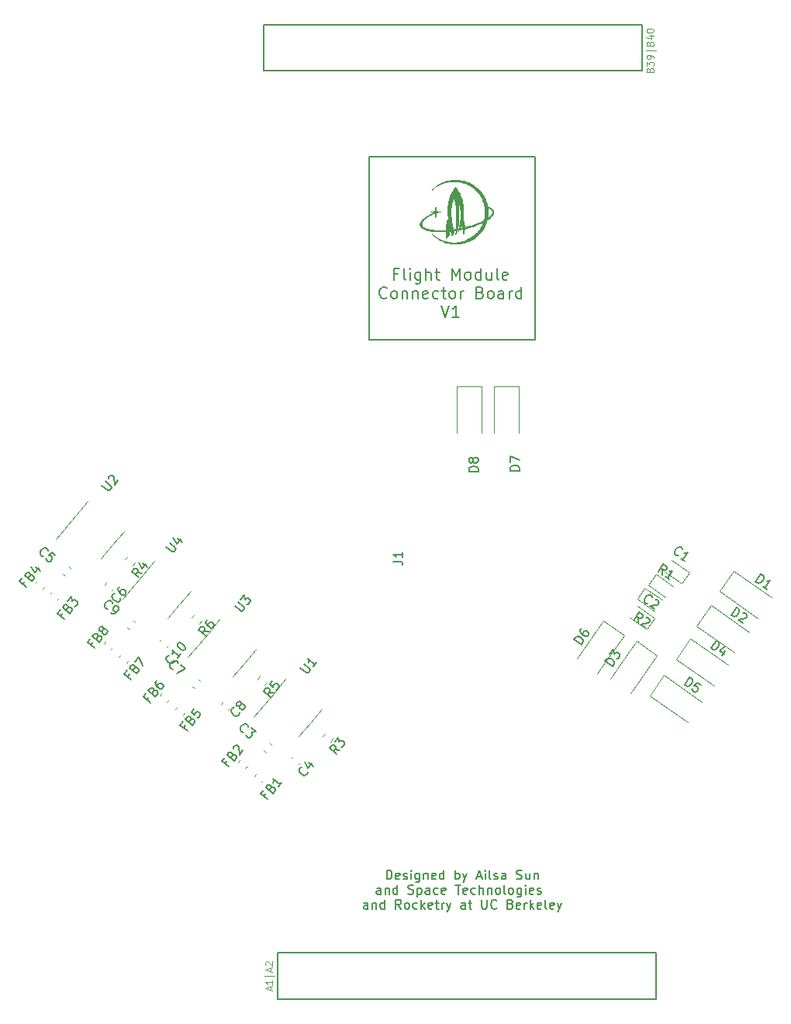
<source format=gbr>
%TF.GenerationSoftware,KiCad,Pcbnew,7.0.7*%
%TF.CreationDate,2024-03-26T09:21:43-07:00*%
%TF.ProjectId,Connector-board,436f6e6e-6563-4746-9f72-2d626f617264,rev?*%
%TF.SameCoordinates,Original*%
%TF.FileFunction,Legend,Top*%
%TF.FilePolarity,Positive*%
%FSLAX46Y46*%
G04 Gerber Fmt 4.6, Leading zero omitted, Abs format (unit mm)*
G04 Created by KiCad (PCBNEW 7.0.7) date 2024-03-26 09:21:43*
%MOMM*%
%LPD*%
G01*
G04 APERTURE LIST*
%ADD10C,0.150000*%
%ADD11C,0.084375*%
%ADD12C,0.010000*%
%ADD13C,0.120000*%
%ADD14C,0.127000*%
G04 APERTURE END LIST*
D10*
X167539523Y-81554788D02*
X167116189Y-81554788D01*
X167116189Y-82220026D02*
X167116189Y-80950026D01*
X167116189Y-80950026D02*
X167720951Y-80950026D01*
X168386189Y-82220026D02*
X168265237Y-82159550D01*
X168265237Y-82159550D02*
X168204760Y-82038597D01*
X168204760Y-82038597D02*
X168204760Y-80950026D01*
X168869998Y-82220026D02*
X168869998Y-81373359D01*
X168869998Y-80950026D02*
X168809522Y-81010502D01*
X168809522Y-81010502D02*
X168869998Y-81070978D01*
X168869998Y-81070978D02*
X168930475Y-81010502D01*
X168930475Y-81010502D02*
X168869998Y-80950026D01*
X168869998Y-80950026D02*
X168869998Y-81070978D01*
X170019046Y-81373359D02*
X170019046Y-82401454D01*
X170019046Y-82401454D02*
X169958570Y-82522407D01*
X169958570Y-82522407D02*
X169898094Y-82582883D01*
X169898094Y-82582883D02*
X169777141Y-82643359D01*
X169777141Y-82643359D02*
X169595713Y-82643359D01*
X169595713Y-82643359D02*
X169474760Y-82582883D01*
X170019046Y-82159550D02*
X169898094Y-82220026D01*
X169898094Y-82220026D02*
X169656189Y-82220026D01*
X169656189Y-82220026D02*
X169535237Y-82159550D01*
X169535237Y-82159550D02*
X169474760Y-82099073D01*
X169474760Y-82099073D02*
X169414284Y-81978121D01*
X169414284Y-81978121D02*
X169414284Y-81615264D01*
X169414284Y-81615264D02*
X169474760Y-81494311D01*
X169474760Y-81494311D02*
X169535237Y-81433835D01*
X169535237Y-81433835D02*
X169656189Y-81373359D01*
X169656189Y-81373359D02*
X169898094Y-81373359D01*
X169898094Y-81373359D02*
X170019046Y-81433835D01*
X170623808Y-82220026D02*
X170623808Y-80950026D01*
X171168094Y-82220026D02*
X171168094Y-81554788D01*
X171168094Y-81554788D02*
X171107618Y-81433835D01*
X171107618Y-81433835D02*
X170986666Y-81373359D01*
X170986666Y-81373359D02*
X170805237Y-81373359D01*
X170805237Y-81373359D02*
X170684285Y-81433835D01*
X170684285Y-81433835D02*
X170623808Y-81494311D01*
X171591428Y-81373359D02*
X172075237Y-81373359D01*
X171772856Y-80950026D02*
X171772856Y-82038597D01*
X171772856Y-82038597D02*
X171833333Y-82159550D01*
X171833333Y-82159550D02*
X171954285Y-82220026D01*
X171954285Y-82220026D02*
X172075237Y-82220026D01*
X173466189Y-82220026D02*
X173466189Y-80950026D01*
X173466189Y-80950026D02*
X173889523Y-81857169D01*
X173889523Y-81857169D02*
X174312856Y-80950026D01*
X174312856Y-80950026D02*
X174312856Y-82220026D01*
X175099047Y-82220026D02*
X174978095Y-82159550D01*
X174978095Y-82159550D02*
X174917618Y-82099073D01*
X174917618Y-82099073D02*
X174857142Y-81978121D01*
X174857142Y-81978121D02*
X174857142Y-81615264D01*
X174857142Y-81615264D02*
X174917618Y-81494311D01*
X174917618Y-81494311D02*
X174978095Y-81433835D01*
X174978095Y-81433835D02*
X175099047Y-81373359D01*
X175099047Y-81373359D02*
X175280476Y-81373359D01*
X175280476Y-81373359D02*
X175401428Y-81433835D01*
X175401428Y-81433835D02*
X175461904Y-81494311D01*
X175461904Y-81494311D02*
X175522380Y-81615264D01*
X175522380Y-81615264D02*
X175522380Y-81978121D01*
X175522380Y-81978121D02*
X175461904Y-82099073D01*
X175461904Y-82099073D02*
X175401428Y-82159550D01*
X175401428Y-82159550D02*
X175280476Y-82220026D01*
X175280476Y-82220026D02*
X175099047Y-82220026D01*
X176610952Y-82220026D02*
X176610952Y-80950026D01*
X176610952Y-82159550D02*
X176490000Y-82220026D01*
X176490000Y-82220026D02*
X176248095Y-82220026D01*
X176248095Y-82220026D02*
X176127143Y-82159550D01*
X176127143Y-82159550D02*
X176066666Y-82099073D01*
X176066666Y-82099073D02*
X176006190Y-81978121D01*
X176006190Y-81978121D02*
X176006190Y-81615264D01*
X176006190Y-81615264D02*
X176066666Y-81494311D01*
X176066666Y-81494311D02*
X176127143Y-81433835D01*
X176127143Y-81433835D02*
X176248095Y-81373359D01*
X176248095Y-81373359D02*
X176490000Y-81373359D01*
X176490000Y-81373359D02*
X176610952Y-81433835D01*
X177760000Y-81373359D02*
X177760000Y-82220026D01*
X177215714Y-81373359D02*
X177215714Y-82038597D01*
X177215714Y-82038597D02*
X177276191Y-82159550D01*
X177276191Y-82159550D02*
X177397143Y-82220026D01*
X177397143Y-82220026D02*
X177578572Y-82220026D01*
X177578572Y-82220026D02*
X177699524Y-82159550D01*
X177699524Y-82159550D02*
X177760000Y-82099073D01*
X178546191Y-82220026D02*
X178425239Y-82159550D01*
X178425239Y-82159550D02*
X178364762Y-82038597D01*
X178364762Y-82038597D02*
X178364762Y-80950026D01*
X179513810Y-82159550D02*
X179392858Y-82220026D01*
X179392858Y-82220026D02*
X179150953Y-82220026D01*
X179150953Y-82220026D02*
X179030000Y-82159550D01*
X179030000Y-82159550D02*
X178969524Y-82038597D01*
X178969524Y-82038597D02*
X178969524Y-81554788D01*
X178969524Y-81554788D02*
X179030000Y-81433835D01*
X179030000Y-81433835D02*
X179150953Y-81373359D01*
X179150953Y-81373359D02*
X179392858Y-81373359D01*
X179392858Y-81373359D02*
X179513810Y-81433835D01*
X179513810Y-81433835D02*
X179574286Y-81554788D01*
X179574286Y-81554788D02*
X179574286Y-81675740D01*
X179574286Y-81675740D02*
X178969524Y-81796692D01*
X166330000Y-84143773D02*
X166269524Y-84204250D01*
X166269524Y-84204250D02*
X166088095Y-84264726D01*
X166088095Y-84264726D02*
X165967143Y-84264726D01*
X165967143Y-84264726D02*
X165785714Y-84204250D01*
X165785714Y-84204250D02*
X165664762Y-84083297D01*
X165664762Y-84083297D02*
X165604285Y-83962345D01*
X165604285Y-83962345D02*
X165543809Y-83720440D01*
X165543809Y-83720440D02*
X165543809Y-83539011D01*
X165543809Y-83539011D02*
X165604285Y-83297107D01*
X165604285Y-83297107D02*
X165664762Y-83176154D01*
X165664762Y-83176154D02*
X165785714Y-83055202D01*
X165785714Y-83055202D02*
X165967143Y-82994726D01*
X165967143Y-82994726D02*
X166088095Y-82994726D01*
X166088095Y-82994726D02*
X166269524Y-83055202D01*
X166269524Y-83055202D02*
X166330000Y-83115678D01*
X167055714Y-84264726D02*
X166934762Y-84204250D01*
X166934762Y-84204250D02*
X166874285Y-84143773D01*
X166874285Y-84143773D02*
X166813809Y-84022821D01*
X166813809Y-84022821D02*
X166813809Y-83659964D01*
X166813809Y-83659964D02*
X166874285Y-83539011D01*
X166874285Y-83539011D02*
X166934762Y-83478535D01*
X166934762Y-83478535D02*
X167055714Y-83418059D01*
X167055714Y-83418059D02*
X167237143Y-83418059D01*
X167237143Y-83418059D02*
X167358095Y-83478535D01*
X167358095Y-83478535D02*
X167418571Y-83539011D01*
X167418571Y-83539011D02*
X167479047Y-83659964D01*
X167479047Y-83659964D02*
X167479047Y-84022821D01*
X167479047Y-84022821D02*
X167418571Y-84143773D01*
X167418571Y-84143773D02*
X167358095Y-84204250D01*
X167358095Y-84204250D02*
X167237143Y-84264726D01*
X167237143Y-84264726D02*
X167055714Y-84264726D01*
X168023333Y-83418059D02*
X168023333Y-84264726D01*
X168023333Y-83539011D02*
X168083810Y-83478535D01*
X168083810Y-83478535D02*
X168204762Y-83418059D01*
X168204762Y-83418059D02*
X168386191Y-83418059D01*
X168386191Y-83418059D02*
X168507143Y-83478535D01*
X168507143Y-83478535D02*
X168567619Y-83599488D01*
X168567619Y-83599488D02*
X168567619Y-84264726D01*
X169172381Y-83418059D02*
X169172381Y-84264726D01*
X169172381Y-83539011D02*
X169232858Y-83478535D01*
X169232858Y-83478535D02*
X169353810Y-83418059D01*
X169353810Y-83418059D02*
X169535239Y-83418059D01*
X169535239Y-83418059D02*
X169656191Y-83478535D01*
X169656191Y-83478535D02*
X169716667Y-83599488D01*
X169716667Y-83599488D02*
X169716667Y-84264726D01*
X170805239Y-84204250D02*
X170684287Y-84264726D01*
X170684287Y-84264726D02*
X170442382Y-84264726D01*
X170442382Y-84264726D02*
X170321429Y-84204250D01*
X170321429Y-84204250D02*
X170260953Y-84083297D01*
X170260953Y-84083297D02*
X170260953Y-83599488D01*
X170260953Y-83599488D02*
X170321429Y-83478535D01*
X170321429Y-83478535D02*
X170442382Y-83418059D01*
X170442382Y-83418059D02*
X170684287Y-83418059D01*
X170684287Y-83418059D02*
X170805239Y-83478535D01*
X170805239Y-83478535D02*
X170865715Y-83599488D01*
X170865715Y-83599488D02*
X170865715Y-83720440D01*
X170865715Y-83720440D02*
X170260953Y-83841392D01*
X171954286Y-84204250D02*
X171833334Y-84264726D01*
X171833334Y-84264726D02*
X171591429Y-84264726D01*
X171591429Y-84264726D02*
X171470477Y-84204250D01*
X171470477Y-84204250D02*
X171410000Y-84143773D01*
X171410000Y-84143773D02*
X171349524Y-84022821D01*
X171349524Y-84022821D02*
X171349524Y-83659964D01*
X171349524Y-83659964D02*
X171410000Y-83539011D01*
X171410000Y-83539011D02*
X171470477Y-83478535D01*
X171470477Y-83478535D02*
X171591429Y-83418059D01*
X171591429Y-83418059D02*
X171833334Y-83418059D01*
X171833334Y-83418059D02*
X171954286Y-83478535D01*
X172317143Y-83418059D02*
X172800952Y-83418059D01*
X172498571Y-82994726D02*
X172498571Y-84083297D01*
X172498571Y-84083297D02*
X172559048Y-84204250D01*
X172559048Y-84204250D02*
X172680000Y-84264726D01*
X172680000Y-84264726D02*
X172800952Y-84264726D01*
X173405714Y-84264726D02*
X173284762Y-84204250D01*
X173284762Y-84204250D02*
X173224285Y-84143773D01*
X173224285Y-84143773D02*
X173163809Y-84022821D01*
X173163809Y-84022821D02*
X173163809Y-83659964D01*
X173163809Y-83659964D02*
X173224285Y-83539011D01*
X173224285Y-83539011D02*
X173284762Y-83478535D01*
X173284762Y-83478535D02*
X173405714Y-83418059D01*
X173405714Y-83418059D02*
X173587143Y-83418059D01*
X173587143Y-83418059D02*
X173708095Y-83478535D01*
X173708095Y-83478535D02*
X173768571Y-83539011D01*
X173768571Y-83539011D02*
X173829047Y-83659964D01*
X173829047Y-83659964D02*
X173829047Y-84022821D01*
X173829047Y-84022821D02*
X173768571Y-84143773D01*
X173768571Y-84143773D02*
X173708095Y-84204250D01*
X173708095Y-84204250D02*
X173587143Y-84264726D01*
X173587143Y-84264726D02*
X173405714Y-84264726D01*
X174373333Y-84264726D02*
X174373333Y-83418059D01*
X174373333Y-83659964D02*
X174433810Y-83539011D01*
X174433810Y-83539011D02*
X174494286Y-83478535D01*
X174494286Y-83478535D02*
X174615238Y-83418059D01*
X174615238Y-83418059D02*
X174736191Y-83418059D01*
X176550476Y-83599488D02*
X176731904Y-83659964D01*
X176731904Y-83659964D02*
X176792381Y-83720440D01*
X176792381Y-83720440D02*
X176852857Y-83841392D01*
X176852857Y-83841392D02*
X176852857Y-84022821D01*
X176852857Y-84022821D02*
X176792381Y-84143773D01*
X176792381Y-84143773D02*
X176731904Y-84204250D01*
X176731904Y-84204250D02*
X176610952Y-84264726D01*
X176610952Y-84264726D02*
X176127142Y-84264726D01*
X176127142Y-84264726D02*
X176127142Y-82994726D01*
X176127142Y-82994726D02*
X176550476Y-82994726D01*
X176550476Y-82994726D02*
X176671428Y-83055202D01*
X176671428Y-83055202D02*
X176731904Y-83115678D01*
X176731904Y-83115678D02*
X176792381Y-83236630D01*
X176792381Y-83236630D02*
X176792381Y-83357583D01*
X176792381Y-83357583D02*
X176731904Y-83478535D01*
X176731904Y-83478535D02*
X176671428Y-83539011D01*
X176671428Y-83539011D02*
X176550476Y-83599488D01*
X176550476Y-83599488D02*
X176127142Y-83599488D01*
X177578571Y-84264726D02*
X177457619Y-84204250D01*
X177457619Y-84204250D02*
X177397142Y-84143773D01*
X177397142Y-84143773D02*
X177336666Y-84022821D01*
X177336666Y-84022821D02*
X177336666Y-83659964D01*
X177336666Y-83659964D02*
X177397142Y-83539011D01*
X177397142Y-83539011D02*
X177457619Y-83478535D01*
X177457619Y-83478535D02*
X177578571Y-83418059D01*
X177578571Y-83418059D02*
X177760000Y-83418059D01*
X177760000Y-83418059D02*
X177880952Y-83478535D01*
X177880952Y-83478535D02*
X177941428Y-83539011D01*
X177941428Y-83539011D02*
X178001904Y-83659964D01*
X178001904Y-83659964D02*
X178001904Y-84022821D01*
X178001904Y-84022821D02*
X177941428Y-84143773D01*
X177941428Y-84143773D02*
X177880952Y-84204250D01*
X177880952Y-84204250D02*
X177760000Y-84264726D01*
X177760000Y-84264726D02*
X177578571Y-84264726D01*
X179090476Y-84264726D02*
X179090476Y-83599488D01*
X179090476Y-83599488D02*
X179030000Y-83478535D01*
X179030000Y-83478535D02*
X178909048Y-83418059D01*
X178909048Y-83418059D02*
X178667143Y-83418059D01*
X178667143Y-83418059D02*
X178546190Y-83478535D01*
X179090476Y-84204250D02*
X178969524Y-84264726D01*
X178969524Y-84264726D02*
X178667143Y-84264726D01*
X178667143Y-84264726D02*
X178546190Y-84204250D01*
X178546190Y-84204250D02*
X178485714Y-84083297D01*
X178485714Y-84083297D02*
X178485714Y-83962345D01*
X178485714Y-83962345D02*
X178546190Y-83841392D01*
X178546190Y-83841392D02*
X178667143Y-83780916D01*
X178667143Y-83780916D02*
X178969524Y-83780916D01*
X178969524Y-83780916D02*
X179090476Y-83720440D01*
X179695238Y-84264726D02*
X179695238Y-83418059D01*
X179695238Y-83659964D02*
X179755715Y-83539011D01*
X179755715Y-83539011D02*
X179816191Y-83478535D01*
X179816191Y-83478535D02*
X179937143Y-83418059D01*
X179937143Y-83418059D02*
X180058096Y-83418059D01*
X181025714Y-84264726D02*
X181025714Y-82994726D01*
X181025714Y-84204250D02*
X180904762Y-84264726D01*
X180904762Y-84264726D02*
X180662857Y-84264726D01*
X180662857Y-84264726D02*
X180541905Y-84204250D01*
X180541905Y-84204250D02*
X180481428Y-84143773D01*
X180481428Y-84143773D02*
X180420952Y-84022821D01*
X180420952Y-84022821D02*
X180420952Y-83659964D01*
X180420952Y-83659964D02*
X180481428Y-83539011D01*
X180481428Y-83539011D02*
X180541905Y-83478535D01*
X180541905Y-83478535D02*
X180662857Y-83418059D01*
X180662857Y-83418059D02*
X180904762Y-83418059D01*
X180904762Y-83418059D02*
X181025714Y-83478535D01*
X172286905Y-85039426D02*
X172710238Y-86309426D01*
X172710238Y-86309426D02*
X173133572Y-85039426D01*
X174222143Y-86309426D02*
X173496428Y-86309426D01*
X173859285Y-86309426D02*
X173859285Y-85039426D01*
X173859285Y-85039426D02*
X173738333Y-85220854D01*
X173738333Y-85220854D02*
X173617381Y-85341807D01*
X173617381Y-85341807D02*
X173496428Y-85402283D01*
X164425000Y-68757000D02*
X182483000Y-68757000D01*
X182483000Y-88765000D01*
X164425000Y-88765000D01*
X164425000Y-68757000D01*
X166323094Y-147644819D02*
X166323094Y-146644819D01*
X166323094Y-146644819D02*
X166561189Y-146644819D01*
X166561189Y-146644819D02*
X166704046Y-146692438D01*
X166704046Y-146692438D02*
X166799284Y-146787676D01*
X166799284Y-146787676D02*
X166846903Y-146882914D01*
X166846903Y-146882914D02*
X166894522Y-147073390D01*
X166894522Y-147073390D02*
X166894522Y-147216247D01*
X166894522Y-147216247D02*
X166846903Y-147406723D01*
X166846903Y-147406723D02*
X166799284Y-147501961D01*
X166799284Y-147501961D02*
X166704046Y-147597200D01*
X166704046Y-147597200D02*
X166561189Y-147644819D01*
X166561189Y-147644819D02*
X166323094Y-147644819D01*
X167704046Y-147597200D02*
X167608808Y-147644819D01*
X167608808Y-147644819D02*
X167418332Y-147644819D01*
X167418332Y-147644819D02*
X167323094Y-147597200D01*
X167323094Y-147597200D02*
X167275475Y-147501961D01*
X167275475Y-147501961D02*
X167275475Y-147121009D01*
X167275475Y-147121009D02*
X167323094Y-147025771D01*
X167323094Y-147025771D02*
X167418332Y-146978152D01*
X167418332Y-146978152D02*
X167608808Y-146978152D01*
X167608808Y-146978152D02*
X167704046Y-147025771D01*
X167704046Y-147025771D02*
X167751665Y-147121009D01*
X167751665Y-147121009D02*
X167751665Y-147216247D01*
X167751665Y-147216247D02*
X167275475Y-147311485D01*
X168132618Y-147597200D02*
X168227856Y-147644819D01*
X168227856Y-147644819D02*
X168418332Y-147644819D01*
X168418332Y-147644819D02*
X168513570Y-147597200D01*
X168513570Y-147597200D02*
X168561189Y-147501961D01*
X168561189Y-147501961D02*
X168561189Y-147454342D01*
X168561189Y-147454342D02*
X168513570Y-147359104D01*
X168513570Y-147359104D02*
X168418332Y-147311485D01*
X168418332Y-147311485D02*
X168275475Y-147311485D01*
X168275475Y-147311485D02*
X168180237Y-147263866D01*
X168180237Y-147263866D02*
X168132618Y-147168628D01*
X168132618Y-147168628D02*
X168132618Y-147121009D01*
X168132618Y-147121009D02*
X168180237Y-147025771D01*
X168180237Y-147025771D02*
X168275475Y-146978152D01*
X168275475Y-146978152D02*
X168418332Y-146978152D01*
X168418332Y-146978152D02*
X168513570Y-147025771D01*
X168989761Y-147644819D02*
X168989761Y-146978152D01*
X168989761Y-146644819D02*
X168942142Y-146692438D01*
X168942142Y-146692438D02*
X168989761Y-146740057D01*
X168989761Y-146740057D02*
X169037380Y-146692438D01*
X169037380Y-146692438D02*
X168989761Y-146644819D01*
X168989761Y-146644819D02*
X168989761Y-146740057D01*
X169894522Y-146978152D02*
X169894522Y-147787676D01*
X169894522Y-147787676D02*
X169846903Y-147882914D01*
X169846903Y-147882914D02*
X169799284Y-147930533D01*
X169799284Y-147930533D02*
X169704046Y-147978152D01*
X169704046Y-147978152D02*
X169561189Y-147978152D01*
X169561189Y-147978152D02*
X169465951Y-147930533D01*
X169894522Y-147597200D02*
X169799284Y-147644819D01*
X169799284Y-147644819D02*
X169608808Y-147644819D01*
X169608808Y-147644819D02*
X169513570Y-147597200D01*
X169513570Y-147597200D02*
X169465951Y-147549580D01*
X169465951Y-147549580D02*
X169418332Y-147454342D01*
X169418332Y-147454342D02*
X169418332Y-147168628D01*
X169418332Y-147168628D02*
X169465951Y-147073390D01*
X169465951Y-147073390D02*
X169513570Y-147025771D01*
X169513570Y-147025771D02*
X169608808Y-146978152D01*
X169608808Y-146978152D02*
X169799284Y-146978152D01*
X169799284Y-146978152D02*
X169894522Y-147025771D01*
X170370713Y-146978152D02*
X170370713Y-147644819D01*
X170370713Y-147073390D02*
X170418332Y-147025771D01*
X170418332Y-147025771D02*
X170513570Y-146978152D01*
X170513570Y-146978152D02*
X170656427Y-146978152D01*
X170656427Y-146978152D02*
X170751665Y-147025771D01*
X170751665Y-147025771D02*
X170799284Y-147121009D01*
X170799284Y-147121009D02*
X170799284Y-147644819D01*
X171656427Y-147597200D02*
X171561189Y-147644819D01*
X171561189Y-147644819D02*
X171370713Y-147644819D01*
X171370713Y-147644819D02*
X171275475Y-147597200D01*
X171275475Y-147597200D02*
X171227856Y-147501961D01*
X171227856Y-147501961D02*
X171227856Y-147121009D01*
X171227856Y-147121009D02*
X171275475Y-147025771D01*
X171275475Y-147025771D02*
X171370713Y-146978152D01*
X171370713Y-146978152D02*
X171561189Y-146978152D01*
X171561189Y-146978152D02*
X171656427Y-147025771D01*
X171656427Y-147025771D02*
X171704046Y-147121009D01*
X171704046Y-147121009D02*
X171704046Y-147216247D01*
X171704046Y-147216247D02*
X171227856Y-147311485D01*
X172561189Y-147644819D02*
X172561189Y-146644819D01*
X172561189Y-147597200D02*
X172465951Y-147644819D01*
X172465951Y-147644819D02*
X172275475Y-147644819D01*
X172275475Y-147644819D02*
X172180237Y-147597200D01*
X172180237Y-147597200D02*
X172132618Y-147549580D01*
X172132618Y-147549580D02*
X172084999Y-147454342D01*
X172084999Y-147454342D02*
X172084999Y-147168628D01*
X172084999Y-147168628D02*
X172132618Y-147073390D01*
X172132618Y-147073390D02*
X172180237Y-147025771D01*
X172180237Y-147025771D02*
X172275475Y-146978152D01*
X172275475Y-146978152D02*
X172465951Y-146978152D01*
X172465951Y-146978152D02*
X172561189Y-147025771D01*
X173799285Y-147644819D02*
X173799285Y-146644819D01*
X173799285Y-147025771D02*
X173894523Y-146978152D01*
X173894523Y-146978152D02*
X174084999Y-146978152D01*
X174084999Y-146978152D02*
X174180237Y-147025771D01*
X174180237Y-147025771D02*
X174227856Y-147073390D01*
X174227856Y-147073390D02*
X174275475Y-147168628D01*
X174275475Y-147168628D02*
X174275475Y-147454342D01*
X174275475Y-147454342D02*
X174227856Y-147549580D01*
X174227856Y-147549580D02*
X174180237Y-147597200D01*
X174180237Y-147597200D02*
X174084999Y-147644819D01*
X174084999Y-147644819D02*
X173894523Y-147644819D01*
X173894523Y-147644819D02*
X173799285Y-147597200D01*
X174608809Y-146978152D02*
X174846904Y-147644819D01*
X175084999Y-146978152D02*
X174846904Y-147644819D01*
X174846904Y-147644819D02*
X174751666Y-147882914D01*
X174751666Y-147882914D02*
X174704047Y-147930533D01*
X174704047Y-147930533D02*
X174608809Y-147978152D01*
X176180238Y-147359104D02*
X176656428Y-147359104D01*
X176085000Y-147644819D02*
X176418333Y-146644819D01*
X176418333Y-146644819D02*
X176751666Y-147644819D01*
X177085000Y-147644819D02*
X177085000Y-146978152D01*
X177085000Y-146644819D02*
X177037381Y-146692438D01*
X177037381Y-146692438D02*
X177085000Y-146740057D01*
X177085000Y-146740057D02*
X177132619Y-146692438D01*
X177132619Y-146692438D02*
X177085000Y-146644819D01*
X177085000Y-146644819D02*
X177085000Y-146740057D01*
X177704047Y-147644819D02*
X177608809Y-147597200D01*
X177608809Y-147597200D02*
X177561190Y-147501961D01*
X177561190Y-147501961D02*
X177561190Y-146644819D01*
X178037381Y-147597200D02*
X178132619Y-147644819D01*
X178132619Y-147644819D02*
X178323095Y-147644819D01*
X178323095Y-147644819D02*
X178418333Y-147597200D01*
X178418333Y-147597200D02*
X178465952Y-147501961D01*
X178465952Y-147501961D02*
X178465952Y-147454342D01*
X178465952Y-147454342D02*
X178418333Y-147359104D01*
X178418333Y-147359104D02*
X178323095Y-147311485D01*
X178323095Y-147311485D02*
X178180238Y-147311485D01*
X178180238Y-147311485D02*
X178085000Y-147263866D01*
X178085000Y-147263866D02*
X178037381Y-147168628D01*
X178037381Y-147168628D02*
X178037381Y-147121009D01*
X178037381Y-147121009D02*
X178085000Y-147025771D01*
X178085000Y-147025771D02*
X178180238Y-146978152D01*
X178180238Y-146978152D02*
X178323095Y-146978152D01*
X178323095Y-146978152D02*
X178418333Y-147025771D01*
X179323095Y-147644819D02*
X179323095Y-147121009D01*
X179323095Y-147121009D02*
X179275476Y-147025771D01*
X179275476Y-147025771D02*
X179180238Y-146978152D01*
X179180238Y-146978152D02*
X178989762Y-146978152D01*
X178989762Y-146978152D02*
X178894524Y-147025771D01*
X179323095Y-147597200D02*
X179227857Y-147644819D01*
X179227857Y-147644819D02*
X178989762Y-147644819D01*
X178989762Y-147644819D02*
X178894524Y-147597200D01*
X178894524Y-147597200D02*
X178846905Y-147501961D01*
X178846905Y-147501961D02*
X178846905Y-147406723D01*
X178846905Y-147406723D02*
X178894524Y-147311485D01*
X178894524Y-147311485D02*
X178989762Y-147263866D01*
X178989762Y-147263866D02*
X179227857Y-147263866D01*
X179227857Y-147263866D02*
X179323095Y-147216247D01*
X180513572Y-147597200D02*
X180656429Y-147644819D01*
X180656429Y-147644819D02*
X180894524Y-147644819D01*
X180894524Y-147644819D02*
X180989762Y-147597200D01*
X180989762Y-147597200D02*
X181037381Y-147549580D01*
X181037381Y-147549580D02*
X181085000Y-147454342D01*
X181085000Y-147454342D02*
X181085000Y-147359104D01*
X181085000Y-147359104D02*
X181037381Y-147263866D01*
X181037381Y-147263866D02*
X180989762Y-147216247D01*
X180989762Y-147216247D02*
X180894524Y-147168628D01*
X180894524Y-147168628D02*
X180704048Y-147121009D01*
X180704048Y-147121009D02*
X180608810Y-147073390D01*
X180608810Y-147073390D02*
X180561191Y-147025771D01*
X180561191Y-147025771D02*
X180513572Y-146930533D01*
X180513572Y-146930533D02*
X180513572Y-146835295D01*
X180513572Y-146835295D02*
X180561191Y-146740057D01*
X180561191Y-146740057D02*
X180608810Y-146692438D01*
X180608810Y-146692438D02*
X180704048Y-146644819D01*
X180704048Y-146644819D02*
X180942143Y-146644819D01*
X180942143Y-146644819D02*
X181085000Y-146692438D01*
X181942143Y-146978152D02*
X181942143Y-147644819D01*
X181513572Y-146978152D02*
X181513572Y-147501961D01*
X181513572Y-147501961D02*
X181561191Y-147597200D01*
X181561191Y-147597200D02*
X181656429Y-147644819D01*
X181656429Y-147644819D02*
X181799286Y-147644819D01*
X181799286Y-147644819D02*
X181894524Y-147597200D01*
X181894524Y-147597200D02*
X181942143Y-147549580D01*
X182418334Y-146978152D02*
X182418334Y-147644819D01*
X182418334Y-147073390D02*
X182465953Y-147025771D01*
X182465953Y-147025771D02*
X182561191Y-146978152D01*
X182561191Y-146978152D02*
X182704048Y-146978152D01*
X182704048Y-146978152D02*
X182799286Y-147025771D01*
X182799286Y-147025771D02*
X182846905Y-147121009D01*
X182846905Y-147121009D02*
X182846905Y-147644819D01*
X165680236Y-149254819D02*
X165680236Y-148731009D01*
X165680236Y-148731009D02*
X165632617Y-148635771D01*
X165632617Y-148635771D02*
X165537379Y-148588152D01*
X165537379Y-148588152D02*
X165346903Y-148588152D01*
X165346903Y-148588152D02*
X165251665Y-148635771D01*
X165680236Y-149207200D02*
X165584998Y-149254819D01*
X165584998Y-149254819D02*
X165346903Y-149254819D01*
X165346903Y-149254819D02*
X165251665Y-149207200D01*
X165251665Y-149207200D02*
X165204046Y-149111961D01*
X165204046Y-149111961D02*
X165204046Y-149016723D01*
X165204046Y-149016723D02*
X165251665Y-148921485D01*
X165251665Y-148921485D02*
X165346903Y-148873866D01*
X165346903Y-148873866D02*
X165584998Y-148873866D01*
X165584998Y-148873866D02*
X165680236Y-148826247D01*
X166156427Y-148588152D02*
X166156427Y-149254819D01*
X166156427Y-148683390D02*
X166204046Y-148635771D01*
X166204046Y-148635771D02*
X166299284Y-148588152D01*
X166299284Y-148588152D02*
X166442141Y-148588152D01*
X166442141Y-148588152D02*
X166537379Y-148635771D01*
X166537379Y-148635771D02*
X166584998Y-148731009D01*
X166584998Y-148731009D02*
X166584998Y-149254819D01*
X167489760Y-149254819D02*
X167489760Y-148254819D01*
X167489760Y-149207200D02*
X167394522Y-149254819D01*
X167394522Y-149254819D02*
X167204046Y-149254819D01*
X167204046Y-149254819D02*
X167108808Y-149207200D01*
X167108808Y-149207200D02*
X167061189Y-149159580D01*
X167061189Y-149159580D02*
X167013570Y-149064342D01*
X167013570Y-149064342D02*
X167013570Y-148778628D01*
X167013570Y-148778628D02*
X167061189Y-148683390D01*
X167061189Y-148683390D02*
X167108808Y-148635771D01*
X167108808Y-148635771D02*
X167204046Y-148588152D01*
X167204046Y-148588152D02*
X167394522Y-148588152D01*
X167394522Y-148588152D02*
X167489760Y-148635771D01*
X168680237Y-149207200D02*
X168823094Y-149254819D01*
X168823094Y-149254819D02*
X169061189Y-149254819D01*
X169061189Y-149254819D02*
X169156427Y-149207200D01*
X169156427Y-149207200D02*
X169204046Y-149159580D01*
X169204046Y-149159580D02*
X169251665Y-149064342D01*
X169251665Y-149064342D02*
X169251665Y-148969104D01*
X169251665Y-148969104D02*
X169204046Y-148873866D01*
X169204046Y-148873866D02*
X169156427Y-148826247D01*
X169156427Y-148826247D02*
X169061189Y-148778628D01*
X169061189Y-148778628D02*
X168870713Y-148731009D01*
X168870713Y-148731009D02*
X168775475Y-148683390D01*
X168775475Y-148683390D02*
X168727856Y-148635771D01*
X168727856Y-148635771D02*
X168680237Y-148540533D01*
X168680237Y-148540533D02*
X168680237Y-148445295D01*
X168680237Y-148445295D02*
X168727856Y-148350057D01*
X168727856Y-148350057D02*
X168775475Y-148302438D01*
X168775475Y-148302438D02*
X168870713Y-148254819D01*
X168870713Y-148254819D02*
X169108808Y-148254819D01*
X169108808Y-148254819D02*
X169251665Y-148302438D01*
X169680237Y-148588152D02*
X169680237Y-149588152D01*
X169680237Y-148635771D02*
X169775475Y-148588152D01*
X169775475Y-148588152D02*
X169965951Y-148588152D01*
X169965951Y-148588152D02*
X170061189Y-148635771D01*
X170061189Y-148635771D02*
X170108808Y-148683390D01*
X170108808Y-148683390D02*
X170156427Y-148778628D01*
X170156427Y-148778628D02*
X170156427Y-149064342D01*
X170156427Y-149064342D02*
X170108808Y-149159580D01*
X170108808Y-149159580D02*
X170061189Y-149207200D01*
X170061189Y-149207200D02*
X169965951Y-149254819D01*
X169965951Y-149254819D02*
X169775475Y-149254819D01*
X169775475Y-149254819D02*
X169680237Y-149207200D01*
X171013570Y-149254819D02*
X171013570Y-148731009D01*
X171013570Y-148731009D02*
X170965951Y-148635771D01*
X170965951Y-148635771D02*
X170870713Y-148588152D01*
X170870713Y-148588152D02*
X170680237Y-148588152D01*
X170680237Y-148588152D02*
X170584999Y-148635771D01*
X171013570Y-149207200D02*
X170918332Y-149254819D01*
X170918332Y-149254819D02*
X170680237Y-149254819D01*
X170680237Y-149254819D02*
X170584999Y-149207200D01*
X170584999Y-149207200D02*
X170537380Y-149111961D01*
X170537380Y-149111961D02*
X170537380Y-149016723D01*
X170537380Y-149016723D02*
X170584999Y-148921485D01*
X170584999Y-148921485D02*
X170680237Y-148873866D01*
X170680237Y-148873866D02*
X170918332Y-148873866D01*
X170918332Y-148873866D02*
X171013570Y-148826247D01*
X171918332Y-149207200D02*
X171823094Y-149254819D01*
X171823094Y-149254819D02*
X171632618Y-149254819D01*
X171632618Y-149254819D02*
X171537380Y-149207200D01*
X171537380Y-149207200D02*
X171489761Y-149159580D01*
X171489761Y-149159580D02*
X171442142Y-149064342D01*
X171442142Y-149064342D02*
X171442142Y-148778628D01*
X171442142Y-148778628D02*
X171489761Y-148683390D01*
X171489761Y-148683390D02*
X171537380Y-148635771D01*
X171537380Y-148635771D02*
X171632618Y-148588152D01*
X171632618Y-148588152D02*
X171823094Y-148588152D01*
X171823094Y-148588152D02*
X171918332Y-148635771D01*
X172727856Y-149207200D02*
X172632618Y-149254819D01*
X172632618Y-149254819D02*
X172442142Y-149254819D01*
X172442142Y-149254819D02*
X172346904Y-149207200D01*
X172346904Y-149207200D02*
X172299285Y-149111961D01*
X172299285Y-149111961D02*
X172299285Y-148731009D01*
X172299285Y-148731009D02*
X172346904Y-148635771D01*
X172346904Y-148635771D02*
X172442142Y-148588152D01*
X172442142Y-148588152D02*
X172632618Y-148588152D01*
X172632618Y-148588152D02*
X172727856Y-148635771D01*
X172727856Y-148635771D02*
X172775475Y-148731009D01*
X172775475Y-148731009D02*
X172775475Y-148826247D01*
X172775475Y-148826247D02*
X172299285Y-148921485D01*
X173823095Y-148254819D02*
X174394523Y-148254819D01*
X174108809Y-149254819D02*
X174108809Y-148254819D01*
X175108809Y-149207200D02*
X175013571Y-149254819D01*
X175013571Y-149254819D02*
X174823095Y-149254819D01*
X174823095Y-149254819D02*
X174727857Y-149207200D01*
X174727857Y-149207200D02*
X174680238Y-149111961D01*
X174680238Y-149111961D02*
X174680238Y-148731009D01*
X174680238Y-148731009D02*
X174727857Y-148635771D01*
X174727857Y-148635771D02*
X174823095Y-148588152D01*
X174823095Y-148588152D02*
X175013571Y-148588152D01*
X175013571Y-148588152D02*
X175108809Y-148635771D01*
X175108809Y-148635771D02*
X175156428Y-148731009D01*
X175156428Y-148731009D02*
X175156428Y-148826247D01*
X175156428Y-148826247D02*
X174680238Y-148921485D01*
X176013571Y-149207200D02*
X175918333Y-149254819D01*
X175918333Y-149254819D02*
X175727857Y-149254819D01*
X175727857Y-149254819D02*
X175632619Y-149207200D01*
X175632619Y-149207200D02*
X175585000Y-149159580D01*
X175585000Y-149159580D02*
X175537381Y-149064342D01*
X175537381Y-149064342D02*
X175537381Y-148778628D01*
X175537381Y-148778628D02*
X175585000Y-148683390D01*
X175585000Y-148683390D02*
X175632619Y-148635771D01*
X175632619Y-148635771D02*
X175727857Y-148588152D01*
X175727857Y-148588152D02*
X175918333Y-148588152D01*
X175918333Y-148588152D02*
X176013571Y-148635771D01*
X176442143Y-149254819D02*
X176442143Y-148254819D01*
X176870714Y-149254819D02*
X176870714Y-148731009D01*
X176870714Y-148731009D02*
X176823095Y-148635771D01*
X176823095Y-148635771D02*
X176727857Y-148588152D01*
X176727857Y-148588152D02*
X176585000Y-148588152D01*
X176585000Y-148588152D02*
X176489762Y-148635771D01*
X176489762Y-148635771D02*
X176442143Y-148683390D01*
X177346905Y-148588152D02*
X177346905Y-149254819D01*
X177346905Y-148683390D02*
X177394524Y-148635771D01*
X177394524Y-148635771D02*
X177489762Y-148588152D01*
X177489762Y-148588152D02*
X177632619Y-148588152D01*
X177632619Y-148588152D02*
X177727857Y-148635771D01*
X177727857Y-148635771D02*
X177775476Y-148731009D01*
X177775476Y-148731009D02*
X177775476Y-149254819D01*
X178394524Y-149254819D02*
X178299286Y-149207200D01*
X178299286Y-149207200D02*
X178251667Y-149159580D01*
X178251667Y-149159580D02*
X178204048Y-149064342D01*
X178204048Y-149064342D02*
X178204048Y-148778628D01*
X178204048Y-148778628D02*
X178251667Y-148683390D01*
X178251667Y-148683390D02*
X178299286Y-148635771D01*
X178299286Y-148635771D02*
X178394524Y-148588152D01*
X178394524Y-148588152D02*
X178537381Y-148588152D01*
X178537381Y-148588152D02*
X178632619Y-148635771D01*
X178632619Y-148635771D02*
X178680238Y-148683390D01*
X178680238Y-148683390D02*
X178727857Y-148778628D01*
X178727857Y-148778628D02*
X178727857Y-149064342D01*
X178727857Y-149064342D02*
X178680238Y-149159580D01*
X178680238Y-149159580D02*
X178632619Y-149207200D01*
X178632619Y-149207200D02*
X178537381Y-149254819D01*
X178537381Y-149254819D02*
X178394524Y-149254819D01*
X179299286Y-149254819D02*
X179204048Y-149207200D01*
X179204048Y-149207200D02*
X179156429Y-149111961D01*
X179156429Y-149111961D02*
X179156429Y-148254819D01*
X179823096Y-149254819D02*
X179727858Y-149207200D01*
X179727858Y-149207200D02*
X179680239Y-149159580D01*
X179680239Y-149159580D02*
X179632620Y-149064342D01*
X179632620Y-149064342D02*
X179632620Y-148778628D01*
X179632620Y-148778628D02*
X179680239Y-148683390D01*
X179680239Y-148683390D02*
X179727858Y-148635771D01*
X179727858Y-148635771D02*
X179823096Y-148588152D01*
X179823096Y-148588152D02*
X179965953Y-148588152D01*
X179965953Y-148588152D02*
X180061191Y-148635771D01*
X180061191Y-148635771D02*
X180108810Y-148683390D01*
X180108810Y-148683390D02*
X180156429Y-148778628D01*
X180156429Y-148778628D02*
X180156429Y-149064342D01*
X180156429Y-149064342D02*
X180108810Y-149159580D01*
X180108810Y-149159580D02*
X180061191Y-149207200D01*
X180061191Y-149207200D02*
X179965953Y-149254819D01*
X179965953Y-149254819D02*
X179823096Y-149254819D01*
X181013572Y-148588152D02*
X181013572Y-149397676D01*
X181013572Y-149397676D02*
X180965953Y-149492914D01*
X180965953Y-149492914D02*
X180918334Y-149540533D01*
X180918334Y-149540533D02*
X180823096Y-149588152D01*
X180823096Y-149588152D02*
X180680239Y-149588152D01*
X180680239Y-149588152D02*
X180585001Y-149540533D01*
X181013572Y-149207200D02*
X180918334Y-149254819D01*
X180918334Y-149254819D02*
X180727858Y-149254819D01*
X180727858Y-149254819D02*
X180632620Y-149207200D01*
X180632620Y-149207200D02*
X180585001Y-149159580D01*
X180585001Y-149159580D02*
X180537382Y-149064342D01*
X180537382Y-149064342D02*
X180537382Y-148778628D01*
X180537382Y-148778628D02*
X180585001Y-148683390D01*
X180585001Y-148683390D02*
X180632620Y-148635771D01*
X180632620Y-148635771D02*
X180727858Y-148588152D01*
X180727858Y-148588152D02*
X180918334Y-148588152D01*
X180918334Y-148588152D02*
X181013572Y-148635771D01*
X181489763Y-149254819D02*
X181489763Y-148588152D01*
X181489763Y-148254819D02*
X181442144Y-148302438D01*
X181442144Y-148302438D02*
X181489763Y-148350057D01*
X181489763Y-148350057D02*
X181537382Y-148302438D01*
X181537382Y-148302438D02*
X181489763Y-148254819D01*
X181489763Y-148254819D02*
X181489763Y-148350057D01*
X182346905Y-149207200D02*
X182251667Y-149254819D01*
X182251667Y-149254819D02*
X182061191Y-149254819D01*
X182061191Y-149254819D02*
X181965953Y-149207200D01*
X181965953Y-149207200D02*
X181918334Y-149111961D01*
X181918334Y-149111961D02*
X181918334Y-148731009D01*
X181918334Y-148731009D02*
X181965953Y-148635771D01*
X181965953Y-148635771D02*
X182061191Y-148588152D01*
X182061191Y-148588152D02*
X182251667Y-148588152D01*
X182251667Y-148588152D02*
X182346905Y-148635771D01*
X182346905Y-148635771D02*
X182394524Y-148731009D01*
X182394524Y-148731009D02*
X182394524Y-148826247D01*
X182394524Y-148826247D02*
X181918334Y-148921485D01*
X182775477Y-149207200D02*
X182870715Y-149254819D01*
X182870715Y-149254819D02*
X183061191Y-149254819D01*
X183061191Y-149254819D02*
X183156429Y-149207200D01*
X183156429Y-149207200D02*
X183204048Y-149111961D01*
X183204048Y-149111961D02*
X183204048Y-149064342D01*
X183204048Y-149064342D02*
X183156429Y-148969104D01*
X183156429Y-148969104D02*
X183061191Y-148921485D01*
X183061191Y-148921485D02*
X182918334Y-148921485D01*
X182918334Y-148921485D02*
X182823096Y-148873866D01*
X182823096Y-148873866D02*
X182775477Y-148778628D01*
X182775477Y-148778628D02*
X182775477Y-148731009D01*
X182775477Y-148731009D02*
X182823096Y-148635771D01*
X182823096Y-148635771D02*
X182918334Y-148588152D01*
X182918334Y-148588152D02*
X183061191Y-148588152D01*
X183061191Y-148588152D02*
X183156429Y-148635771D01*
X164275473Y-150864819D02*
X164275473Y-150341009D01*
X164275473Y-150341009D02*
X164227854Y-150245771D01*
X164227854Y-150245771D02*
X164132616Y-150198152D01*
X164132616Y-150198152D02*
X163942140Y-150198152D01*
X163942140Y-150198152D02*
X163846902Y-150245771D01*
X164275473Y-150817200D02*
X164180235Y-150864819D01*
X164180235Y-150864819D02*
X163942140Y-150864819D01*
X163942140Y-150864819D02*
X163846902Y-150817200D01*
X163846902Y-150817200D02*
X163799283Y-150721961D01*
X163799283Y-150721961D02*
X163799283Y-150626723D01*
X163799283Y-150626723D02*
X163846902Y-150531485D01*
X163846902Y-150531485D02*
X163942140Y-150483866D01*
X163942140Y-150483866D02*
X164180235Y-150483866D01*
X164180235Y-150483866D02*
X164275473Y-150436247D01*
X164751664Y-150198152D02*
X164751664Y-150864819D01*
X164751664Y-150293390D02*
X164799283Y-150245771D01*
X164799283Y-150245771D02*
X164894521Y-150198152D01*
X164894521Y-150198152D02*
X165037378Y-150198152D01*
X165037378Y-150198152D02*
X165132616Y-150245771D01*
X165132616Y-150245771D02*
X165180235Y-150341009D01*
X165180235Y-150341009D02*
X165180235Y-150864819D01*
X166084997Y-150864819D02*
X166084997Y-149864819D01*
X166084997Y-150817200D02*
X165989759Y-150864819D01*
X165989759Y-150864819D02*
X165799283Y-150864819D01*
X165799283Y-150864819D02*
X165704045Y-150817200D01*
X165704045Y-150817200D02*
X165656426Y-150769580D01*
X165656426Y-150769580D02*
X165608807Y-150674342D01*
X165608807Y-150674342D02*
X165608807Y-150388628D01*
X165608807Y-150388628D02*
X165656426Y-150293390D01*
X165656426Y-150293390D02*
X165704045Y-150245771D01*
X165704045Y-150245771D02*
X165799283Y-150198152D01*
X165799283Y-150198152D02*
X165989759Y-150198152D01*
X165989759Y-150198152D02*
X166084997Y-150245771D01*
X167894521Y-150864819D02*
X167561188Y-150388628D01*
X167323093Y-150864819D02*
X167323093Y-149864819D01*
X167323093Y-149864819D02*
X167704045Y-149864819D01*
X167704045Y-149864819D02*
X167799283Y-149912438D01*
X167799283Y-149912438D02*
X167846902Y-149960057D01*
X167846902Y-149960057D02*
X167894521Y-150055295D01*
X167894521Y-150055295D02*
X167894521Y-150198152D01*
X167894521Y-150198152D02*
X167846902Y-150293390D01*
X167846902Y-150293390D02*
X167799283Y-150341009D01*
X167799283Y-150341009D02*
X167704045Y-150388628D01*
X167704045Y-150388628D02*
X167323093Y-150388628D01*
X168465950Y-150864819D02*
X168370712Y-150817200D01*
X168370712Y-150817200D02*
X168323093Y-150769580D01*
X168323093Y-150769580D02*
X168275474Y-150674342D01*
X168275474Y-150674342D02*
X168275474Y-150388628D01*
X168275474Y-150388628D02*
X168323093Y-150293390D01*
X168323093Y-150293390D02*
X168370712Y-150245771D01*
X168370712Y-150245771D02*
X168465950Y-150198152D01*
X168465950Y-150198152D02*
X168608807Y-150198152D01*
X168608807Y-150198152D02*
X168704045Y-150245771D01*
X168704045Y-150245771D02*
X168751664Y-150293390D01*
X168751664Y-150293390D02*
X168799283Y-150388628D01*
X168799283Y-150388628D02*
X168799283Y-150674342D01*
X168799283Y-150674342D02*
X168751664Y-150769580D01*
X168751664Y-150769580D02*
X168704045Y-150817200D01*
X168704045Y-150817200D02*
X168608807Y-150864819D01*
X168608807Y-150864819D02*
X168465950Y-150864819D01*
X169656426Y-150817200D02*
X169561188Y-150864819D01*
X169561188Y-150864819D02*
X169370712Y-150864819D01*
X169370712Y-150864819D02*
X169275474Y-150817200D01*
X169275474Y-150817200D02*
X169227855Y-150769580D01*
X169227855Y-150769580D02*
X169180236Y-150674342D01*
X169180236Y-150674342D02*
X169180236Y-150388628D01*
X169180236Y-150388628D02*
X169227855Y-150293390D01*
X169227855Y-150293390D02*
X169275474Y-150245771D01*
X169275474Y-150245771D02*
X169370712Y-150198152D01*
X169370712Y-150198152D02*
X169561188Y-150198152D01*
X169561188Y-150198152D02*
X169656426Y-150245771D01*
X170084998Y-150864819D02*
X170084998Y-149864819D01*
X170180236Y-150483866D02*
X170465950Y-150864819D01*
X170465950Y-150198152D02*
X170084998Y-150579104D01*
X171275474Y-150817200D02*
X171180236Y-150864819D01*
X171180236Y-150864819D02*
X170989760Y-150864819D01*
X170989760Y-150864819D02*
X170894522Y-150817200D01*
X170894522Y-150817200D02*
X170846903Y-150721961D01*
X170846903Y-150721961D02*
X170846903Y-150341009D01*
X170846903Y-150341009D02*
X170894522Y-150245771D01*
X170894522Y-150245771D02*
X170989760Y-150198152D01*
X170989760Y-150198152D02*
X171180236Y-150198152D01*
X171180236Y-150198152D02*
X171275474Y-150245771D01*
X171275474Y-150245771D02*
X171323093Y-150341009D01*
X171323093Y-150341009D02*
X171323093Y-150436247D01*
X171323093Y-150436247D02*
X170846903Y-150531485D01*
X171608808Y-150198152D02*
X171989760Y-150198152D01*
X171751665Y-149864819D02*
X171751665Y-150721961D01*
X171751665Y-150721961D02*
X171799284Y-150817200D01*
X171799284Y-150817200D02*
X171894522Y-150864819D01*
X171894522Y-150864819D02*
X171989760Y-150864819D01*
X172323094Y-150864819D02*
X172323094Y-150198152D01*
X172323094Y-150388628D02*
X172370713Y-150293390D01*
X172370713Y-150293390D02*
X172418332Y-150245771D01*
X172418332Y-150245771D02*
X172513570Y-150198152D01*
X172513570Y-150198152D02*
X172608808Y-150198152D01*
X172846904Y-150198152D02*
X173084999Y-150864819D01*
X173323094Y-150198152D02*
X173084999Y-150864819D01*
X173084999Y-150864819D02*
X172989761Y-151102914D01*
X172989761Y-151102914D02*
X172942142Y-151150533D01*
X172942142Y-151150533D02*
X172846904Y-151198152D01*
X174894523Y-150864819D02*
X174894523Y-150341009D01*
X174894523Y-150341009D02*
X174846904Y-150245771D01*
X174846904Y-150245771D02*
X174751666Y-150198152D01*
X174751666Y-150198152D02*
X174561190Y-150198152D01*
X174561190Y-150198152D02*
X174465952Y-150245771D01*
X174894523Y-150817200D02*
X174799285Y-150864819D01*
X174799285Y-150864819D02*
X174561190Y-150864819D01*
X174561190Y-150864819D02*
X174465952Y-150817200D01*
X174465952Y-150817200D02*
X174418333Y-150721961D01*
X174418333Y-150721961D02*
X174418333Y-150626723D01*
X174418333Y-150626723D02*
X174465952Y-150531485D01*
X174465952Y-150531485D02*
X174561190Y-150483866D01*
X174561190Y-150483866D02*
X174799285Y-150483866D01*
X174799285Y-150483866D02*
X174894523Y-150436247D01*
X175227857Y-150198152D02*
X175608809Y-150198152D01*
X175370714Y-149864819D02*
X175370714Y-150721961D01*
X175370714Y-150721961D02*
X175418333Y-150817200D01*
X175418333Y-150817200D02*
X175513571Y-150864819D01*
X175513571Y-150864819D02*
X175608809Y-150864819D01*
X176704048Y-149864819D02*
X176704048Y-150674342D01*
X176704048Y-150674342D02*
X176751667Y-150769580D01*
X176751667Y-150769580D02*
X176799286Y-150817200D01*
X176799286Y-150817200D02*
X176894524Y-150864819D01*
X176894524Y-150864819D02*
X177085000Y-150864819D01*
X177085000Y-150864819D02*
X177180238Y-150817200D01*
X177180238Y-150817200D02*
X177227857Y-150769580D01*
X177227857Y-150769580D02*
X177275476Y-150674342D01*
X177275476Y-150674342D02*
X177275476Y-149864819D01*
X178323095Y-150769580D02*
X178275476Y-150817200D01*
X178275476Y-150817200D02*
X178132619Y-150864819D01*
X178132619Y-150864819D02*
X178037381Y-150864819D01*
X178037381Y-150864819D02*
X177894524Y-150817200D01*
X177894524Y-150817200D02*
X177799286Y-150721961D01*
X177799286Y-150721961D02*
X177751667Y-150626723D01*
X177751667Y-150626723D02*
X177704048Y-150436247D01*
X177704048Y-150436247D02*
X177704048Y-150293390D01*
X177704048Y-150293390D02*
X177751667Y-150102914D01*
X177751667Y-150102914D02*
X177799286Y-150007676D01*
X177799286Y-150007676D02*
X177894524Y-149912438D01*
X177894524Y-149912438D02*
X178037381Y-149864819D01*
X178037381Y-149864819D02*
X178132619Y-149864819D01*
X178132619Y-149864819D02*
X178275476Y-149912438D01*
X178275476Y-149912438D02*
X178323095Y-149960057D01*
X179846905Y-150341009D02*
X179989762Y-150388628D01*
X179989762Y-150388628D02*
X180037381Y-150436247D01*
X180037381Y-150436247D02*
X180085000Y-150531485D01*
X180085000Y-150531485D02*
X180085000Y-150674342D01*
X180085000Y-150674342D02*
X180037381Y-150769580D01*
X180037381Y-150769580D02*
X179989762Y-150817200D01*
X179989762Y-150817200D02*
X179894524Y-150864819D01*
X179894524Y-150864819D02*
X179513572Y-150864819D01*
X179513572Y-150864819D02*
X179513572Y-149864819D01*
X179513572Y-149864819D02*
X179846905Y-149864819D01*
X179846905Y-149864819D02*
X179942143Y-149912438D01*
X179942143Y-149912438D02*
X179989762Y-149960057D01*
X179989762Y-149960057D02*
X180037381Y-150055295D01*
X180037381Y-150055295D02*
X180037381Y-150150533D01*
X180037381Y-150150533D02*
X179989762Y-150245771D01*
X179989762Y-150245771D02*
X179942143Y-150293390D01*
X179942143Y-150293390D02*
X179846905Y-150341009D01*
X179846905Y-150341009D02*
X179513572Y-150341009D01*
X180894524Y-150817200D02*
X180799286Y-150864819D01*
X180799286Y-150864819D02*
X180608810Y-150864819D01*
X180608810Y-150864819D02*
X180513572Y-150817200D01*
X180513572Y-150817200D02*
X180465953Y-150721961D01*
X180465953Y-150721961D02*
X180465953Y-150341009D01*
X180465953Y-150341009D02*
X180513572Y-150245771D01*
X180513572Y-150245771D02*
X180608810Y-150198152D01*
X180608810Y-150198152D02*
X180799286Y-150198152D01*
X180799286Y-150198152D02*
X180894524Y-150245771D01*
X180894524Y-150245771D02*
X180942143Y-150341009D01*
X180942143Y-150341009D02*
X180942143Y-150436247D01*
X180942143Y-150436247D02*
X180465953Y-150531485D01*
X181370715Y-150864819D02*
X181370715Y-150198152D01*
X181370715Y-150388628D02*
X181418334Y-150293390D01*
X181418334Y-150293390D02*
X181465953Y-150245771D01*
X181465953Y-150245771D02*
X181561191Y-150198152D01*
X181561191Y-150198152D02*
X181656429Y-150198152D01*
X181989763Y-150864819D02*
X181989763Y-149864819D01*
X182085001Y-150483866D02*
X182370715Y-150864819D01*
X182370715Y-150198152D02*
X181989763Y-150579104D01*
X183180239Y-150817200D02*
X183085001Y-150864819D01*
X183085001Y-150864819D02*
X182894525Y-150864819D01*
X182894525Y-150864819D02*
X182799287Y-150817200D01*
X182799287Y-150817200D02*
X182751668Y-150721961D01*
X182751668Y-150721961D02*
X182751668Y-150341009D01*
X182751668Y-150341009D02*
X182799287Y-150245771D01*
X182799287Y-150245771D02*
X182894525Y-150198152D01*
X182894525Y-150198152D02*
X183085001Y-150198152D01*
X183085001Y-150198152D02*
X183180239Y-150245771D01*
X183180239Y-150245771D02*
X183227858Y-150341009D01*
X183227858Y-150341009D02*
X183227858Y-150436247D01*
X183227858Y-150436247D02*
X182751668Y-150531485D01*
X183799287Y-150864819D02*
X183704049Y-150817200D01*
X183704049Y-150817200D02*
X183656430Y-150721961D01*
X183656430Y-150721961D02*
X183656430Y-149864819D01*
X184561192Y-150817200D02*
X184465954Y-150864819D01*
X184465954Y-150864819D02*
X184275478Y-150864819D01*
X184275478Y-150864819D02*
X184180240Y-150817200D01*
X184180240Y-150817200D02*
X184132621Y-150721961D01*
X184132621Y-150721961D02*
X184132621Y-150341009D01*
X184132621Y-150341009D02*
X184180240Y-150245771D01*
X184180240Y-150245771D02*
X184275478Y-150198152D01*
X184275478Y-150198152D02*
X184465954Y-150198152D01*
X184465954Y-150198152D02*
X184561192Y-150245771D01*
X184561192Y-150245771D02*
X184608811Y-150341009D01*
X184608811Y-150341009D02*
X184608811Y-150436247D01*
X184608811Y-150436247D02*
X184132621Y-150531485D01*
X184942145Y-150198152D02*
X185180240Y-150864819D01*
X185418335Y-150198152D02*
X185180240Y-150864819D01*
X185180240Y-150864819D02*
X185085002Y-151102914D01*
X185085002Y-151102914D02*
X185037383Y-151150533D01*
X185037383Y-151150533D02*
X184942145Y-151198152D01*
X143171298Y-123719651D02*
X143177167Y-123786738D01*
X143177167Y-123786738D02*
X143121819Y-123926782D01*
X143121819Y-123926782D02*
X143060601Y-123999739D01*
X143060601Y-123999739D02*
X142932296Y-124078565D01*
X142932296Y-124078565D02*
X142798121Y-124090303D01*
X142798121Y-124090303D02*
X142694556Y-124065564D01*
X142694556Y-124065564D02*
X142518034Y-123979606D01*
X142518034Y-123979606D02*
X142408599Y-123887780D01*
X142408599Y-123887780D02*
X142293294Y-123728865D01*
X142293294Y-123728865D02*
X142250947Y-123631169D01*
X142250947Y-123631169D02*
X142239208Y-123496995D01*
X142239208Y-123496995D02*
X142294556Y-123356951D01*
X142294556Y-123356951D02*
X142355774Y-123283994D01*
X142355774Y-123283994D02*
X142484079Y-123205168D01*
X142484079Y-123205168D02*
X142551167Y-123199299D01*
X143856433Y-123051303D02*
X143489126Y-123489042D01*
X143672780Y-123270172D02*
X142906735Y-122627385D01*
X142906735Y-122627385D02*
X142954952Y-122792168D01*
X142954952Y-122792168D02*
X142966691Y-122926343D01*
X142966691Y-122926343D02*
X142941951Y-123029908D01*
X143488305Y-121934297D02*
X143549523Y-121861340D01*
X143549523Y-121861340D02*
X143647219Y-121818993D01*
X143647219Y-121818993D02*
X143714306Y-121813123D01*
X143714306Y-121813123D02*
X143817872Y-121837863D01*
X143817872Y-121837863D02*
X143994394Y-121923820D01*
X143994394Y-121923820D02*
X144176785Y-122076865D01*
X144176785Y-122076865D02*
X144292090Y-122235779D01*
X144292090Y-122235779D02*
X144334437Y-122333475D01*
X144334437Y-122333475D02*
X144340307Y-122400562D01*
X144340307Y-122400562D02*
X144315567Y-122504128D01*
X144315567Y-122504128D02*
X144254349Y-122577085D01*
X144254349Y-122577085D02*
X144156653Y-122619432D01*
X144156653Y-122619432D02*
X144089566Y-122625302D01*
X144089566Y-122625302D02*
X143986000Y-122600562D01*
X143986000Y-122600562D02*
X143809478Y-122514605D01*
X143809478Y-122514605D02*
X143627087Y-122361560D01*
X143627087Y-122361560D02*
X143511782Y-122202646D01*
X143511782Y-122202646D02*
X143469435Y-122104950D01*
X143469435Y-122104950D02*
X143463565Y-122037863D01*
X143463565Y-122037863D02*
X143488305Y-121934297D01*
X135874324Y-118140757D02*
X135807236Y-118146626D01*
X135807236Y-118146626D02*
X135667193Y-118091277D01*
X135667193Y-118091277D02*
X135594236Y-118030060D01*
X135594236Y-118030060D02*
X135515410Y-117901754D01*
X135515410Y-117901754D02*
X135503671Y-117767580D01*
X135503671Y-117767580D02*
X135528411Y-117664014D01*
X135528411Y-117664014D02*
X135614368Y-117487492D01*
X135614368Y-117487492D02*
X135706195Y-117378057D01*
X135706195Y-117378057D02*
X135865109Y-117262753D01*
X135865109Y-117262753D02*
X135962805Y-117220405D01*
X135962805Y-117220405D02*
X136096980Y-117208667D01*
X136096980Y-117208667D02*
X136237024Y-117264015D01*
X136237024Y-117264015D02*
X136309980Y-117325233D01*
X136309980Y-117325233D02*
X136388806Y-117453538D01*
X136388806Y-117453538D02*
X136394675Y-117520625D01*
X136177889Y-118519802D02*
X136323802Y-118642238D01*
X136323802Y-118642238D02*
X136427368Y-118666978D01*
X136427368Y-118666978D02*
X136494455Y-118661108D01*
X136494455Y-118661108D02*
X136659238Y-118612891D01*
X136659238Y-118612891D02*
X136818152Y-118497587D01*
X136818152Y-118497587D02*
X137063024Y-118205761D01*
X137063024Y-118205761D02*
X137087763Y-118102195D01*
X137087763Y-118102195D02*
X137081894Y-118035108D01*
X137081894Y-118035108D02*
X137039546Y-117937412D01*
X137039546Y-117937412D02*
X136893633Y-117814976D01*
X136893633Y-117814976D02*
X136790067Y-117790236D01*
X136790067Y-117790236D02*
X136722980Y-117796106D01*
X136722980Y-117796106D02*
X136625284Y-117838453D01*
X136625284Y-117838453D02*
X136472239Y-118020845D01*
X136472239Y-118020845D02*
X136447500Y-118124410D01*
X136447500Y-118124410D02*
X136453369Y-118191498D01*
X136453369Y-118191498D02*
X136495717Y-118289194D01*
X136495717Y-118289194D02*
X136641630Y-118411630D01*
X136641630Y-118411630D02*
X136745196Y-118436369D01*
X136745196Y-118436369D02*
X136812283Y-118430500D01*
X136812283Y-118430500D02*
X136909979Y-118388152D01*
X142250246Y-111353528D02*
X142870377Y-111873880D01*
X142870377Y-111873880D02*
X142973942Y-111898619D01*
X142973942Y-111898619D02*
X143041030Y-111892750D01*
X143041030Y-111892750D02*
X143138726Y-111850402D01*
X143138726Y-111850402D02*
X143261162Y-111704489D01*
X143261162Y-111704489D02*
X143285901Y-111600923D01*
X143285901Y-111600923D02*
X143280032Y-111533836D01*
X143280032Y-111533836D02*
X143237684Y-111436140D01*
X143237684Y-111436140D02*
X142617553Y-110915788D01*
X143454471Y-110436963D02*
X143965167Y-110865488D01*
X143009600Y-110374483D02*
X143403730Y-111016009D01*
X143403730Y-111016009D02*
X143801646Y-110541791D01*
X201725061Y-122406120D02*
X202298638Y-121586968D01*
X202298638Y-121586968D02*
X202493674Y-121723533D01*
X202493674Y-121723533D02*
X202583382Y-121844480D01*
X202583382Y-121844480D02*
X202606771Y-121977121D01*
X202606771Y-121977121D02*
X202591151Y-122082449D01*
X202591151Y-122082449D02*
X202520906Y-122265791D01*
X202520906Y-122265791D02*
X202438967Y-122382812D01*
X202438967Y-122382812D02*
X202290707Y-122511528D01*
X202290707Y-122511528D02*
X202197073Y-122562230D01*
X202197073Y-122562230D02*
X202064432Y-122585618D01*
X202064432Y-122585618D02*
X201920097Y-122542686D01*
X201920097Y-122542686D02*
X201725061Y-122406120D01*
X203277663Y-122679413D02*
X202895278Y-123225515D01*
X203301132Y-122230789D02*
X202696398Y-122679332D01*
X202696398Y-122679332D02*
X203203492Y-123034403D01*
X157682116Y-135933417D02*
X157687985Y-136000505D01*
X157687985Y-136000505D02*
X157632636Y-136140548D01*
X157632636Y-136140548D02*
X157571419Y-136213505D01*
X157571419Y-136213505D02*
X157443113Y-136292331D01*
X157443113Y-136292331D02*
X157308939Y-136304070D01*
X157308939Y-136304070D02*
X157205373Y-136279330D01*
X157205373Y-136279330D02*
X157028851Y-136193373D01*
X157028851Y-136193373D02*
X156919416Y-136101546D01*
X156919416Y-136101546D02*
X156804112Y-135942632D01*
X156804112Y-135942632D02*
X156761764Y-135844936D01*
X156761764Y-135844936D02*
X156750026Y-135710761D01*
X156750026Y-135710761D02*
X156805374Y-135570717D01*
X156805374Y-135570717D02*
X156866592Y-135497761D01*
X156866592Y-135497761D02*
X156994897Y-135418935D01*
X156994897Y-135418935D02*
X157061984Y-135413066D01*
X157795337Y-134909501D02*
X158306033Y-135338026D01*
X157350466Y-134847021D02*
X157744595Y-135488546D01*
X157744595Y-135488546D02*
X158142512Y-135014328D01*
X187585582Y-122012289D02*
X186766430Y-121438712D01*
X186766430Y-121438712D02*
X186902995Y-121243676D01*
X186902995Y-121243676D02*
X187023942Y-121153968D01*
X187023942Y-121153968D02*
X187156583Y-121130579D01*
X187156583Y-121130579D02*
X187261911Y-121146199D01*
X187261911Y-121146199D02*
X187445253Y-121216444D01*
X187445253Y-121216444D02*
X187562274Y-121298383D01*
X187562274Y-121298383D02*
X187690990Y-121446643D01*
X187690990Y-121446643D02*
X187741692Y-121540277D01*
X187741692Y-121540277D02*
X187765080Y-121672918D01*
X187765080Y-121672918D02*
X187722148Y-121817253D01*
X187722148Y-121817253D02*
X187585582Y-122012289D01*
X187585825Y-120268495D02*
X187476572Y-120424524D01*
X187476572Y-120424524D02*
X187460953Y-120529852D01*
X187460953Y-120529852D02*
X187472647Y-120596172D01*
X187472647Y-120596172D02*
X187535042Y-120756126D01*
X187535042Y-120756126D02*
X187663758Y-120904386D01*
X187663758Y-120904386D02*
X187975816Y-121122891D01*
X187975816Y-121122891D02*
X188081144Y-121138510D01*
X188081144Y-121138510D02*
X188147464Y-121126816D01*
X188147464Y-121126816D02*
X188241098Y-121076115D01*
X188241098Y-121076115D02*
X188350350Y-120920086D01*
X188350350Y-120920086D02*
X188365969Y-120814758D01*
X188365969Y-120814758D02*
X188354275Y-120748438D01*
X188354275Y-120748438D02*
X188303574Y-120654804D01*
X188303574Y-120654804D02*
X188108538Y-120518239D01*
X188108538Y-120518239D02*
X188003210Y-120502620D01*
X188003210Y-120502620D02*
X187936890Y-120514314D01*
X187936890Y-120514314D02*
X187843256Y-120565015D01*
X187843256Y-120565015D02*
X187734003Y-120721044D01*
X187734003Y-120721044D02*
X187718384Y-120826372D01*
X187718384Y-120826372D02*
X187730078Y-120892692D01*
X187730078Y-120892692D02*
X187780780Y-120986326D01*
X150269566Y-129437836D02*
X150275435Y-129504924D01*
X150275435Y-129504924D02*
X150220086Y-129644967D01*
X150220086Y-129644967D02*
X150158869Y-129717924D01*
X150158869Y-129717924D02*
X150030563Y-129796750D01*
X150030563Y-129796750D02*
X149896389Y-129808489D01*
X149896389Y-129808489D02*
X149792823Y-129783749D01*
X149792823Y-129783749D02*
X149616301Y-129697792D01*
X149616301Y-129697792D02*
X149506866Y-129605965D01*
X149506866Y-129605965D02*
X149391562Y-129447051D01*
X149391562Y-129447051D02*
X149349214Y-129349355D01*
X149349214Y-129349355D02*
X149337476Y-129215180D01*
X149337476Y-129215180D02*
X149392824Y-129075136D01*
X149392824Y-129075136D02*
X149454042Y-129002180D01*
X149454042Y-129002180D02*
X149582347Y-128923354D01*
X149582347Y-128923354D02*
X149649434Y-128917485D01*
X150272090Y-128694007D02*
X150174393Y-128736355D01*
X150174393Y-128736355D02*
X150107306Y-128742224D01*
X150107306Y-128742224D02*
X150003741Y-128717485D01*
X150003741Y-128717485D02*
X149967262Y-128686876D01*
X149967262Y-128686876D02*
X149924915Y-128589180D01*
X149924915Y-128589180D02*
X149919045Y-128522093D01*
X149919045Y-128522093D02*
X149943785Y-128418527D01*
X149943785Y-128418527D02*
X150066221Y-128272614D01*
X150066221Y-128272614D02*
X150163917Y-128230266D01*
X150163917Y-128230266D02*
X150231004Y-128224397D01*
X150231004Y-128224397D02*
X150334570Y-128249136D01*
X150334570Y-128249136D02*
X150371048Y-128279745D01*
X150371048Y-128279745D02*
X150413396Y-128377441D01*
X150413396Y-128377441D02*
X150419265Y-128444529D01*
X150419265Y-128444529D02*
X150394525Y-128548094D01*
X150394525Y-128548094D02*
X150272090Y-128694007D01*
X150272090Y-128694007D02*
X150247350Y-128797573D01*
X150247350Y-128797573D02*
X150253219Y-128864660D01*
X150253219Y-128864660D02*
X150295567Y-128962356D01*
X150295567Y-128962356D02*
X150441480Y-129084792D01*
X150441480Y-129084792D02*
X150545046Y-129109532D01*
X150545046Y-129109532D02*
X150612133Y-129103662D01*
X150612133Y-129103662D02*
X150709829Y-129061315D01*
X150709829Y-129061315D02*
X150832265Y-128915401D01*
X150832265Y-128915401D02*
X150857005Y-128811836D01*
X150857005Y-128811836D02*
X150851135Y-128744749D01*
X150851135Y-128744749D02*
X150808788Y-128647052D01*
X150808788Y-128647052D02*
X150662874Y-128524617D01*
X150662874Y-128524617D02*
X150559309Y-128499877D01*
X150559309Y-128499877D02*
X150492222Y-128505746D01*
X150492222Y-128505746D02*
X150394525Y-128548094D01*
X161212152Y-133523718D02*
X160633107Y-133472977D01*
X160844845Y-133961458D02*
X160078800Y-133318670D01*
X160078800Y-133318670D02*
X160323672Y-133026844D01*
X160323672Y-133026844D02*
X160421368Y-132984496D01*
X160421368Y-132984496D02*
X160488455Y-132978627D01*
X160488455Y-132978627D02*
X160592021Y-133003366D01*
X160592021Y-133003366D02*
X160701456Y-133095193D01*
X160701456Y-133095193D02*
X160743804Y-133192889D01*
X160743804Y-133192889D02*
X160749673Y-133259977D01*
X160749673Y-133259977D02*
X160724933Y-133363542D01*
X160724933Y-133363542D02*
X160480062Y-133655369D01*
X160660370Y-132625583D02*
X161058286Y-132151365D01*
X161058286Y-132151365D02*
X161135850Y-132651584D01*
X161135850Y-132651584D02*
X161227677Y-132542149D01*
X161227677Y-132542149D02*
X161325373Y-132499802D01*
X161325373Y-132499802D02*
X161392461Y-132493932D01*
X161392461Y-132493932D02*
X161496026Y-132518672D01*
X161496026Y-132518672D02*
X161678418Y-132671716D01*
X161678418Y-132671716D02*
X161720765Y-132769413D01*
X161720765Y-132769413D02*
X161726635Y-132836500D01*
X161726635Y-132836500D02*
X161701895Y-132940065D01*
X161701895Y-132940065D02*
X161518241Y-133158935D01*
X161518241Y-133158935D02*
X161420545Y-133201283D01*
X161420545Y-133201283D02*
X161353458Y-133207152D01*
X206609048Y-115146150D02*
X207182625Y-114326998D01*
X207182625Y-114326998D02*
X207377661Y-114463563D01*
X207377661Y-114463563D02*
X207467369Y-114584510D01*
X207467369Y-114584510D02*
X207490758Y-114717151D01*
X207490758Y-114717151D02*
X207475138Y-114822479D01*
X207475138Y-114822479D02*
X207404893Y-115005821D01*
X207404893Y-115005821D02*
X207322954Y-115122842D01*
X207322954Y-115122842D02*
X207174694Y-115251558D01*
X207174694Y-115251558D02*
X207081060Y-115302260D01*
X207081060Y-115302260D02*
X206948419Y-115325648D01*
X206948419Y-115325648D02*
X206804084Y-115282716D01*
X206804084Y-115282716D02*
X206609048Y-115146150D01*
X207857280Y-116020171D02*
X207389193Y-115692413D01*
X207623236Y-115856292D02*
X208196813Y-115037140D01*
X208196813Y-115037140D02*
X208036859Y-115099535D01*
X208036859Y-115099535D02*
X207904218Y-115122923D01*
X207904218Y-115122923D02*
X207798890Y-115107304D01*
X190993891Y-124384236D02*
X190174739Y-123810659D01*
X190174739Y-123810659D02*
X190311304Y-123615623D01*
X190311304Y-123615623D02*
X190432251Y-123525915D01*
X190432251Y-123525915D02*
X190564892Y-123502526D01*
X190564892Y-123502526D02*
X190670220Y-123518146D01*
X190670220Y-123518146D02*
X190853562Y-123588391D01*
X190853562Y-123588391D02*
X190970583Y-123670330D01*
X190970583Y-123670330D02*
X191099299Y-123818590D01*
X191099299Y-123818590D02*
X191150001Y-123912224D01*
X191150001Y-123912224D02*
X191173389Y-124044865D01*
X191173389Y-124044865D02*
X191130457Y-124189200D01*
X191130457Y-124189200D02*
X190993891Y-124384236D01*
X190693689Y-123069522D02*
X191048760Y-122562428D01*
X191048760Y-122562428D02*
X191169626Y-123053984D01*
X191169626Y-123053984D02*
X191251565Y-122936962D01*
X191251565Y-122936962D02*
X191345199Y-122886261D01*
X191345199Y-122886261D02*
X191411519Y-122874567D01*
X191411519Y-122874567D02*
X191516847Y-122890186D01*
X191516847Y-122890186D02*
X191711883Y-123026751D01*
X191711883Y-123026751D02*
X191762584Y-123120385D01*
X191762584Y-123120385D02*
X191774278Y-123186705D01*
X191774278Y-123186705D02*
X191758659Y-123292033D01*
X191758659Y-123292033D02*
X191594780Y-123526077D01*
X191594780Y-123526077D02*
X191501147Y-123576778D01*
X191501147Y-123576778D02*
X191434826Y-123588472D01*
X198154982Y-112307070D02*
X198088662Y-112318764D01*
X198088662Y-112318764D02*
X197944327Y-112275832D01*
X197944327Y-112275832D02*
X197866313Y-112221206D01*
X197866313Y-112221206D02*
X197776604Y-112100259D01*
X197776604Y-112100259D02*
X197753216Y-111967618D01*
X197753216Y-111967618D02*
X197768835Y-111862290D01*
X197768835Y-111862290D02*
X197839080Y-111678948D01*
X197839080Y-111678948D02*
X197921020Y-111561927D01*
X197921020Y-111561927D02*
X198069280Y-111433211D01*
X198069280Y-111433211D02*
X198162913Y-111382510D01*
X198162913Y-111382510D02*
X198295554Y-111359121D01*
X198295554Y-111359121D02*
X198439889Y-111402054D01*
X198439889Y-111402054D02*
X198517904Y-111456680D01*
X198517904Y-111456680D02*
X198607612Y-111577627D01*
X198607612Y-111577627D02*
X198619306Y-111643947D01*
X198880501Y-112931348D02*
X198412414Y-112603590D01*
X198646457Y-112767469D02*
X199220034Y-111948317D01*
X199220034Y-111948317D02*
X199060080Y-112010712D01*
X199060080Y-112010712D02*
X198927439Y-112034100D01*
X198927439Y-112034100D02*
X198822111Y-112018481D01*
X146928226Y-120604569D02*
X146349181Y-120553828D01*
X146560919Y-121042309D02*
X145794874Y-120399521D01*
X145794874Y-120399521D02*
X146039746Y-120107695D01*
X146039746Y-120107695D02*
X146137442Y-120065347D01*
X146137442Y-120065347D02*
X146204529Y-120059478D01*
X146204529Y-120059478D02*
X146308095Y-120084217D01*
X146308095Y-120084217D02*
X146417530Y-120176044D01*
X146417530Y-120176044D02*
X146459878Y-120273740D01*
X146459878Y-120273740D02*
X146465747Y-120340828D01*
X146465747Y-120340828D02*
X146441007Y-120444393D01*
X146441007Y-120444393D02*
X146196136Y-120736220D01*
X146713143Y-119305172D02*
X146590707Y-119451085D01*
X146590707Y-119451085D02*
X146565967Y-119554651D01*
X146565967Y-119554651D02*
X146571837Y-119621738D01*
X146571837Y-119621738D02*
X146620054Y-119786522D01*
X146620054Y-119786522D02*
X146735358Y-119945436D01*
X146735358Y-119945436D02*
X147027184Y-120190307D01*
X147027184Y-120190307D02*
X147130750Y-120215047D01*
X147130750Y-120215047D02*
X147197837Y-120209177D01*
X147197837Y-120209177D02*
X147295533Y-120166830D01*
X147295533Y-120166830D02*
X147417969Y-120020916D01*
X147417969Y-120020916D02*
X147442709Y-119917351D01*
X147442709Y-119917351D02*
X147436839Y-119850264D01*
X147436839Y-119850264D02*
X147394492Y-119752567D01*
X147394492Y-119752567D02*
X147212100Y-119599523D01*
X147212100Y-119599523D02*
X147108535Y-119574783D01*
X147108535Y-119574783D02*
X147041447Y-119580653D01*
X147041447Y-119580653D02*
X146943751Y-119623000D01*
X146943751Y-119623000D02*
X146821315Y-119768913D01*
X146821315Y-119768913D02*
X146796576Y-119872479D01*
X146796576Y-119872479D02*
X146802445Y-119939566D01*
X146802445Y-119939566D02*
X146844793Y-120037262D01*
X126816049Y-115174838D02*
X126601787Y-115430186D01*
X127003048Y-115766884D02*
X126237004Y-115124097D01*
X126237004Y-115124097D02*
X126543093Y-114759313D01*
X127367010Y-114518228D02*
X127495315Y-114439402D01*
X127495315Y-114439402D02*
X127562403Y-114433533D01*
X127562403Y-114433533D02*
X127665968Y-114458272D01*
X127665968Y-114458272D02*
X127775403Y-114550099D01*
X127775403Y-114550099D02*
X127817751Y-114647795D01*
X127817751Y-114647795D02*
X127823620Y-114714883D01*
X127823620Y-114714883D02*
X127798881Y-114818448D01*
X127798881Y-114818448D02*
X127554009Y-115110275D01*
X127554009Y-115110275D02*
X126787965Y-114467487D01*
X126787965Y-114467487D02*
X127002227Y-114212139D01*
X127002227Y-114212139D02*
X127099923Y-114169791D01*
X127099923Y-114169791D02*
X127167011Y-114163922D01*
X127167011Y-114163922D02*
X127270576Y-114188661D01*
X127270576Y-114188661D02*
X127343533Y-114249879D01*
X127343533Y-114249879D02*
X127385880Y-114347575D01*
X127385880Y-114347575D02*
X127391750Y-114414663D01*
X127391750Y-114414663D02*
X127367010Y-114518228D01*
X127367010Y-114518228D02*
X127152748Y-114773576D01*
X127961581Y-113587400D02*
X128472277Y-114015925D01*
X127516710Y-113524920D02*
X127910840Y-114166446D01*
X127910840Y-114166446D02*
X128308756Y-113692228D01*
X176308632Y-103138094D02*
X175308632Y-103138094D01*
X175308632Y-103138094D02*
X175308632Y-102899999D01*
X175308632Y-102899999D02*
X175356251Y-102757142D01*
X175356251Y-102757142D02*
X175451489Y-102661904D01*
X175451489Y-102661904D02*
X175546727Y-102614285D01*
X175546727Y-102614285D02*
X175737203Y-102566666D01*
X175737203Y-102566666D02*
X175880060Y-102566666D01*
X175880060Y-102566666D02*
X176070536Y-102614285D01*
X176070536Y-102614285D02*
X176165774Y-102661904D01*
X176165774Y-102661904D02*
X176261013Y-102757142D01*
X176261013Y-102757142D02*
X176308632Y-102899999D01*
X176308632Y-102899999D02*
X176308632Y-103138094D01*
X175737203Y-101995237D02*
X175689584Y-102090475D01*
X175689584Y-102090475D02*
X175641965Y-102138094D01*
X175641965Y-102138094D02*
X175546727Y-102185713D01*
X175546727Y-102185713D02*
X175499108Y-102185713D01*
X175499108Y-102185713D02*
X175403870Y-102138094D01*
X175403870Y-102138094D02*
X175356251Y-102090475D01*
X175356251Y-102090475D02*
X175308632Y-101995237D01*
X175308632Y-101995237D02*
X175308632Y-101804761D01*
X175308632Y-101804761D02*
X175356251Y-101709523D01*
X175356251Y-101709523D02*
X175403870Y-101661904D01*
X175403870Y-101661904D02*
X175499108Y-101614285D01*
X175499108Y-101614285D02*
X175546727Y-101614285D01*
X175546727Y-101614285D02*
X175641965Y-101661904D01*
X175641965Y-101661904D02*
X175689584Y-101709523D01*
X175689584Y-101709523D02*
X175737203Y-101804761D01*
X175737203Y-101804761D02*
X175737203Y-101995237D01*
X175737203Y-101995237D02*
X175784822Y-102090475D01*
X175784822Y-102090475D02*
X175832441Y-102138094D01*
X175832441Y-102138094D02*
X175927679Y-102185713D01*
X175927679Y-102185713D02*
X176118155Y-102185713D01*
X176118155Y-102185713D02*
X176213393Y-102138094D01*
X176213393Y-102138094D02*
X176261013Y-102090475D01*
X176261013Y-102090475D02*
X176308632Y-101995237D01*
X176308632Y-101995237D02*
X176308632Y-101804761D01*
X176308632Y-101804761D02*
X176261013Y-101709523D01*
X176261013Y-101709523D02*
X176213393Y-101661904D01*
X176213393Y-101661904D02*
X176118155Y-101614285D01*
X176118155Y-101614285D02*
X175927679Y-101614285D01*
X175927679Y-101614285D02*
X175832441Y-101661904D01*
X175832441Y-101661904D02*
X175784822Y-101709523D01*
X175784822Y-101709523D02*
X175737203Y-101804761D01*
X137263768Y-116977993D02*
X137269637Y-117045081D01*
X137269637Y-117045081D02*
X137214288Y-117185124D01*
X137214288Y-117185124D02*
X137153071Y-117258081D01*
X137153071Y-117258081D02*
X137024765Y-117336907D01*
X137024765Y-117336907D02*
X136890591Y-117348646D01*
X136890591Y-117348646D02*
X136787025Y-117323906D01*
X136787025Y-117323906D02*
X136610503Y-117237949D01*
X136610503Y-117237949D02*
X136501068Y-117146122D01*
X136501068Y-117146122D02*
X136385764Y-116987208D01*
X136385764Y-116987208D02*
X136343416Y-116889512D01*
X136343416Y-116889512D02*
X136331678Y-116755337D01*
X136331678Y-116755337D02*
X136387026Y-116615293D01*
X136387026Y-116615293D02*
X136448244Y-116542337D01*
X136448244Y-116542337D02*
X136576549Y-116463511D01*
X136576549Y-116463511D02*
X136643636Y-116457642D01*
X137121641Y-115739814D02*
X136999205Y-115885727D01*
X136999205Y-115885727D02*
X136974465Y-115989293D01*
X136974465Y-115989293D02*
X136980335Y-116056380D01*
X136980335Y-116056380D02*
X137028552Y-116221164D01*
X137028552Y-116221164D02*
X137143856Y-116380078D01*
X137143856Y-116380078D02*
X137435682Y-116624949D01*
X137435682Y-116624949D02*
X137539248Y-116649689D01*
X137539248Y-116649689D02*
X137606335Y-116643819D01*
X137606335Y-116643819D02*
X137704031Y-116601472D01*
X137704031Y-116601472D02*
X137826467Y-116455558D01*
X137826467Y-116455558D02*
X137851207Y-116351993D01*
X137851207Y-116351993D02*
X137845337Y-116284906D01*
X137845337Y-116284906D02*
X137802990Y-116187209D01*
X137802990Y-116187209D02*
X137620598Y-116034165D01*
X137620598Y-116034165D02*
X137517033Y-116009425D01*
X137517033Y-116009425D02*
X137449945Y-116015295D01*
X137449945Y-116015295D02*
X137352249Y-116057642D01*
X137352249Y-116057642D02*
X137229813Y-116203555D01*
X137229813Y-116203555D02*
X137205074Y-116307121D01*
X137205074Y-116307121D02*
X137210943Y-116374208D01*
X137210943Y-116374208D02*
X137253291Y-116471904D01*
X156902627Y-124549211D02*
X157522758Y-125069563D01*
X157522758Y-125069563D02*
X157626323Y-125094302D01*
X157626323Y-125094302D02*
X157693411Y-125088433D01*
X157693411Y-125088433D02*
X157791107Y-125046085D01*
X157791107Y-125046085D02*
X157913543Y-124900172D01*
X157913543Y-124900172D02*
X157938282Y-124796606D01*
X157938282Y-124796606D02*
X157932413Y-124729519D01*
X157932413Y-124729519D02*
X157890065Y-124631823D01*
X157890065Y-124631823D02*
X157269934Y-124111471D01*
X158678766Y-123988214D02*
X158311459Y-124425954D01*
X158495112Y-124207084D02*
X157729068Y-123564297D01*
X157729068Y-123564297D02*
X157777285Y-123729080D01*
X157777285Y-123729080D02*
X157789024Y-123863254D01*
X157789024Y-123863254D02*
X157764284Y-123966820D01*
X194831741Y-117551784D02*
X194765421Y-117563478D01*
X194765421Y-117563478D02*
X194621086Y-117520546D01*
X194621086Y-117520546D02*
X194543072Y-117465920D01*
X194543072Y-117465920D02*
X194453363Y-117344973D01*
X194453363Y-117344973D02*
X194429975Y-117212332D01*
X194429975Y-117212332D02*
X194445594Y-117107004D01*
X194445594Y-117107004D02*
X194515839Y-116923662D01*
X194515839Y-116923662D02*
X194597779Y-116806641D01*
X194597779Y-116806641D02*
X194746039Y-116677925D01*
X194746039Y-116677925D02*
X194839672Y-116627224D01*
X194839672Y-116627224D02*
X194972313Y-116603835D01*
X194972313Y-116603835D02*
X195116648Y-116646768D01*
X195116648Y-116646768D02*
X195194663Y-116701394D01*
X195194663Y-116701394D02*
X195284371Y-116822341D01*
X195284371Y-116822341D02*
X195296065Y-116888661D01*
X195608123Y-117107166D02*
X195674443Y-117095472D01*
X195674443Y-117095472D02*
X195779771Y-117111091D01*
X195779771Y-117111091D02*
X195974807Y-117247657D01*
X195974807Y-117247657D02*
X196025509Y-117341291D01*
X196025509Y-117341291D02*
X196037203Y-117407611D01*
X196037203Y-117407611D02*
X196021584Y-117512939D01*
X196021584Y-117512939D02*
X195966957Y-117590953D01*
X195966957Y-117590953D02*
X195846011Y-117680662D01*
X195846011Y-117680662D02*
X195050166Y-117820991D01*
X195050166Y-117820991D02*
X195557260Y-118176062D01*
X130957500Y-118674721D02*
X130743238Y-118930069D01*
X131144499Y-119266767D02*
X130378455Y-118623980D01*
X130378455Y-118623980D02*
X130684544Y-118259196D01*
X131508461Y-118018111D02*
X131636766Y-117939285D01*
X131636766Y-117939285D02*
X131703854Y-117933416D01*
X131703854Y-117933416D02*
X131807419Y-117958155D01*
X131807419Y-117958155D02*
X131916854Y-118049982D01*
X131916854Y-118049982D02*
X131959202Y-118147678D01*
X131959202Y-118147678D02*
X131965071Y-118214766D01*
X131965071Y-118214766D02*
X131940332Y-118318331D01*
X131940332Y-118318331D02*
X131695460Y-118610158D01*
X131695460Y-118610158D02*
X130929416Y-117967370D01*
X130929416Y-117967370D02*
X131143678Y-117712022D01*
X131143678Y-117712022D02*
X131241374Y-117669674D01*
X131241374Y-117669674D02*
X131308462Y-117663805D01*
X131308462Y-117663805D02*
X131412027Y-117688544D01*
X131412027Y-117688544D02*
X131484984Y-117749762D01*
X131484984Y-117749762D02*
X131527331Y-117847458D01*
X131527331Y-117847458D02*
X131533201Y-117914546D01*
X131533201Y-117914546D02*
X131508461Y-118018111D01*
X131508461Y-118018111D02*
X131294199Y-118273459D01*
X131510985Y-117274282D02*
X131908902Y-116800064D01*
X131908902Y-116800064D02*
X131986465Y-117300284D01*
X131986465Y-117300284D02*
X132078292Y-117190849D01*
X132078292Y-117190849D02*
X132175988Y-117148501D01*
X132175988Y-117148501D02*
X132243076Y-117142632D01*
X132243076Y-117142632D02*
X132346641Y-117167371D01*
X132346641Y-117167371D02*
X132529033Y-117320416D01*
X132529033Y-117320416D02*
X132571380Y-117418112D01*
X132571380Y-117418112D02*
X132577250Y-117485199D01*
X132577250Y-117485199D02*
X132552510Y-117588765D01*
X132552510Y-117588765D02*
X132368857Y-117807635D01*
X132368857Y-117807635D02*
X132271160Y-117849982D01*
X132271160Y-117849982D02*
X132204073Y-117855852D01*
X140331851Y-127771907D02*
X140117589Y-128027255D01*
X140518850Y-128363953D02*
X139752806Y-127721166D01*
X139752806Y-127721166D02*
X140058895Y-127356382D01*
X140882812Y-127115297D02*
X141011117Y-127036471D01*
X141011117Y-127036471D02*
X141078205Y-127030602D01*
X141078205Y-127030602D02*
X141181770Y-127055341D01*
X141181770Y-127055341D02*
X141291205Y-127147168D01*
X141291205Y-127147168D02*
X141333553Y-127244864D01*
X141333553Y-127244864D02*
X141339422Y-127311952D01*
X141339422Y-127311952D02*
X141314683Y-127415517D01*
X141314683Y-127415517D02*
X141069811Y-127707344D01*
X141069811Y-127707344D02*
X140303767Y-127064556D01*
X140303767Y-127064556D02*
X140518029Y-126809208D01*
X140518029Y-126809208D02*
X140615725Y-126766860D01*
X140615725Y-126766860D02*
X140682813Y-126760991D01*
X140682813Y-126760991D02*
X140786378Y-126785730D01*
X140786378Y-126785730D02*
X140859335Y-126846948D01*
X140859335Y-126846948D02*
X140901682Y-126944644D01*
X140901682Y-126944644D02*
X140907552Y-127011732D01*
X140907552Y-127011732D02*
X140882812Y-127115297D01*
X140882812Y-127115297D02*
X140668550Y-127370645D01*
X141222035Y-125970207D02*
X141099599Y-126116120D01*
X141099599Y-126116120D02*
X141074859Y-126219685D01*
X141074859Y-126219685D02*
X141080729Y-126286773D01*
X141080729Y-126286773D02*
X141128946Y-126451556D01*
X141128946Y-126451556D02*
X141244250Y-126610470D01*
X141244250Y-126610470D02*
X141536077Y-126855342D01*
X141536077Y-126855342D02*
X141639642Y-126880081D01*
X141639642Y-126880081D02*
X141706729Y-126874212D01*
X141706729Y-126874212D02*
X141804425Y-126831864D01*
X141804425Y-126831864D02*
X141926861Y-126685951D01*
X141926861Y-126685951D02*
X141951601Y-126582385D01*
X141951601Y-126582385D02*
X141945731Y-126515298D01*
X141945731Y-126515298D02*
X141903384Y-126417602D01*
X141903384Y-126417602D02*
X141720992Y-126264557D01*
X141720992Y-126264557D02*
X141617427Y-126239818D01*
X141617427Y-126239818D02*
X141550339Y-126245687D01*
X141550339Y-126245687D02*
X141452643Y-126288035D01*
X141452643Y-126288035D02*
X141330207Y-126433948D01*
X141330207Y-126433948D02*
X141305468Y-126537514D01*
X141305468Y-126537514D02*
X141311337Y-126604601D01*
X141311337Y-126604601D02*
X141353685Y-126702297D01*
X196428087Y-114394854D02*
X196428168Y-113813589D01*
X195960000Y-114067096D02*
X196533577Y-113247944D01*
X196533577Y-113247944D02*
X196845635Y-113466449D01*
X196845635Y-113466449D02*
X196896336Y-113560083D01*
X196896336Y-113560083D02*
X196908030Y-113626403D01*
X196908030Y-113626403D02*
X196892411Y-113731731D01*
X196892411Y-113731731D02*
X196810471Y-113848752D01*
X196810471Y-113848752D02*
X196716838Y-113899454D01*
X196716838Y-113899454D02*
X196650517Y-113911148D01*
X196650517Y-113911148D02*
X196545190Y-113895529D01*
X196545190Y-113895529D02*
X196233132Y-113677023D01*
X197208232Y-114941117D02*
X196740145Y-114613359D01*
X196974188Y-114777238D02*
X197547765Y-113958086D01*
X197547765Y-113958086D02*
X197387811Y-114020481D01*
X197387811Y-114020481D02*
X197255170Y-114043869D01*
X197255170Y-114043869D02*
X197149842Y-114028250D01*
X154044481Y-127311932D02*
X153465436Y-127261191D01*
X153677174Y-127749672D02*
X152911129Y-127106884D01*
X152911129Y-127106884D02*
X153156001Y-126815058D01*
X153156001Y-126815058D02*
X153253697Y-126772710D01*
X153253697Y-126772710D02*
X153320784Y-126766841D01*
X153320784Y-126766841D02*
X153424350Y-126791580D01*
X153424350Y-126791580D02*
X153533785Y-126883407D01*
X153533785Y-126883407D02*
X153576133Y-126981103D01*
X153576133Y-126981103D02*
X153582002Y-127048191D01*
X153582002Y-127048191D02*
X153557262Y-127151756D01*
X153557262Y-127151756D02*
X153312391Y-127443583D01*
X153860006Y-125976057D02*
X153553917Y-126340840D01*
X153553917Y-126340840D02*
X153888091Y-126683408D01*
X153888091Y-126683408D02*
X153882222Y-126616320D01*
X153882222Y-126616320D02*
X153906961Y-126512755D01*
X153906961Y-126512755D02*
X154060006Y-126330363D01*
X154060006Y-126330363D02*
X154157702Y-126288016D01*
X154157702Y-126288016D02*
X154224790Y-126282146D01*
X154224790Y-126282146D02*
X154328355Y-126306886D01*
X154328355Y-126306886D02*
X154510747Y-126459930D01*
X154510747Y-126459930D02*
X154553094Y-126557627D01*
X154553094Y-126557627D02*
X154558964Y-126624714D01*
X154558964Y-126624714D02*
X154534224Y-126728279D01*
X154534224Y-126728279D02*
X154381179Y-126910671D01*
X154381179Y-126910671D02*
X154283483Y-126953019D01*
X154283483Y-126953019D02*
X154216396Y-126958888D01*
X128848862Y-112392967D02*
X128781774Y-112398836D01*
X128781774Y-112398836D02*
X128641731Y-112343487D01*
X128641731Y-112343487D02*
X128568774Y-112282270D01*
X128568774Y-112282270D02*
X128489948Y-112153964D01*
X128489948Y-112153964D02*
X128478209Y-112019790D01*
X128478209Y-112019790D02*
X128502949Y-111916224D01*
X128502949Y-111916224D02*
X128588906Y-111739702D01*
X128588906Y-111739702D02*
X128680733Y-111630267D01*
X128680733Y-111630267D02*
X128839647Y-111514963D01*
X128839647Y-111514963D02*
X128937343Y-111472615D01*
X128937343Y-111472615D02*
X129071518Y-111460877D01*
X129071518Y-111460877D02*
X129211562Y-111516225D01*
X129211562Y-111516225D02*
X129284518Y-111577443D01*
X129284518Y-111577443D02*
X129363344Y-111705748D01*
X129363344Y-111705748D02*
X129369213Y-111772835D01*
X130123519Y-112281448D02*
X129758736Y-111975359D01*
X129758736Y-111975359D02*
X129416168Y-112309533D01*
X129416168Y-112309533D02*
X129483256Y-112303664D01*
X129483256Y-112303664D02*
X129586821Y-112328403D01*
X129586821Y-112328403D02*
X129769213Y-112481448D01*
X129769213Y-112481448D02*
X129811560Y-112579144D01*
X129811560Y-112579144D02*
X129817430Y-112646232D01*
X129817430Y-112646232D02*
X129792690Y-112749797D01*
X129792690Y-112749797D02*
X129639646Y-112932189D01*
X129639646Y-112932189D02*
X129541949Y-112974536D01*
X129541949Y-112974536D02*
X129474862Y-112980406D01*
X129474862Y-112980406D02*
X129371297Y-112955666D01*
X129371297Y-112955666D02*
X129188905Y-112802621D01*
X129188905Y-112802621D02*
X129146557Y-112704925D01*
X129146557Y-112704925D02*
X129140688Y-112637838D01*
X203946043Y-118774973D02*
X204519620Y-117955821D01*
X204519620Y-117955821D02*
X204714656Y-118092386D01*
X204714656Y-118092386D02*
X204804364Y-118213333D01*
X204804364Y-118213333D02*
X204827753Y-118345974D01*
X204827753Y-118345974D02*
X204812133Y-118451302D01*
X204812133Y-118451302D02*
X204741888Y-118634644D01*
X204741888Y-118634644D02*
X204659949Y-118751665D01*
X204659949Y-118751665D02*
X204511689Y-118880381D01*
X204511689Y-118880381D02*
X204418055Y-118931083D01*
X204418055Y-118931083D02*
X204285414Y-118954471D01*
X204285414Y-118954471D02*
X204141079Y-118911539D01*
X204141079Y-118911539D02*
X203946043Y-118774973D01*
X205245138Y-118580098D02*
X205311458Y-118568404D01*
X205311458Y-118568404D02*
X205416786Y-118584023D01*
X205416786Y-118584023D02*
X205611822Y-118720589D01*
X205611822Y-118720589D02*
X205662524Y-118814223D01*
X205662524Y-118814223D02*
X205674218Y-118880543D01*
X205674218Y-118880543D02*
X205658599Y-118985871D01*
X205658599Y-118985871D02*
X205603972Y-119063885D01*
X205603972Y-119063885D02*
X205483026Y-119153594D01*
X205483026Y-119153594D02*
X204687181Y-119293923D01*
X204687181Y-119293923D02*
X205194275Y-119648994D01*
X153142772Y-138327324D02*
X152928510Y-138582672D01*
X153329771Y-138919370D02*
X152563727Y-138276583D01*
X152563727Y-138276583D02*
X152869816Y-137911799D01*
X153693733Y-137670714D02*
X153822038Y-137591888D01*
X153822038Y-137591888D02*
X153889126Y-137586019D01*
X153889126Y-137586019D02*
X153992691Y-137610758D01*
X153992691Y-137610758D02*
X154102126Y-137702585D01*
X154102126Y-137702585D02*
X154144474Y-137800281D01*
X154144474Y-137800281D02*
X154150343Y-137867369D01*
X154150343Y-137867369D02*
X154125604Y-137970934D01*
X154125604Y-137970934D02*
X153880732Y-138262761D01*
X153880732Y-138262761D02*
X153114688Y-137619973D01*
X153114688Y-137619973D02*
X153328950Y-137364625D01*
X153328950Y-137364625D02*
X153426646Y-137322277D01*
X153426646Y-137322277D02*
X153493734Y-137316408D01*
X153493734Y-137316408D02*
X153597299Y-137341147D01*
X153597299Y-137341147D02*
X153670256Y-137402365D01*
X153670256Y-137402365D02*
X153712603Y-137500061D01*
X153712603Y-137500061D02*
X153718473Y-137567149D01*
X153718473Y-137567149D02*
X153693733Y-137670714D01*
X153693733Y-137670714D02*
X153479471Y-137926062D01*
X154860218Y-137095455D02*
X154492911Y-137533194D01*
X154676564Y-137314325D02*
X153910520Y-136671537D01*
X153910520Y-136671537D02*
X153958737Y-136836320D01*
X153958737Y-136836320D02*
X153970476Y-136970495D01*
X153970476Y-136970495D02*
X153945736Y-137074060D01*
X144366963Y-130866135D02*
X144152701Y-131121483D01*
X144553962Y-131458181D02*
X143787918Y-130815394D01*
X143787918Y-130815394D02*
X144094007Y-130450610D01*
X144917924Y-130209525D02*
X145046229Y-130130699D01*
X145046229Y-130130699D02*
X145113317Y-130124830D01*
X145113317Y-130124830D02*
X145216882Y-130149569D01*
X145216882Y-130149569D02*
X145326317Y-130241396D01*
X145326317Y-130241396D02*
X145368665Y-130339092D01*
X145368665Y-130339092D02*
X145374534Y-130406180D01*
X145374534Y-130406180D02*
X145349795Y-130509745D01*
X145349795Y-130509745D02*
X145104923Y-130801572D01*
X145104923Y-130801572D02*
X144338879Y-130158784D01*
X144338879Y-130158784D02*
X144553141Y-129903436D01*
X144553141Y-129903436D02*
X144650837Y-129861088D01*
X144650837Y-129861088D02*
X144717925Y-129855219D01*
X144717925Y-129855219D02*
X144821490Y-129879958D01*
X144821490Y-129879958D02*
X144894447Y-129941176D01*
X144894447Y-129941176D02*
X144936794Y-130038872D01*
X144936794Y-130038872D02*
X144942664Y-130105960D01*
X144942664Y-130105960D02*
X144917924Y-130209525D01*
X144917924Y-130209525D02*
X144703662Y-130464873D01*
X145287756Y-129027956D02*
X144981666Y-129392739D01*
X144981666Y-129392739D02*
X145315840Y-129735307D01*
X145315840Y-129735307D02*
X145309971Y-129668220D01*
X145309971Y-129668220D02*
X145334711Y-129564654D01*
X145334711Y-129564654D02*
X145487755Y-129382263D01*
X145487755Y-129382263D02*
X145585451Y-129339915D01*
X145585451Y-129339915D02*
X145652539Y-129334046D01*
X145652539Y-129334046D02*
X145756104Y-129358785D01*
X145756104Y-129358785D02*
X145938496Y-129511830D01*
X145938496Y-129511830D02*
X145980843Y-129609526D01*
X145980843Y-129609526D02*
X145986713Y-129676613D01*
X145986713Y-129676613D02*
X145961973Y-129780179D01*
X145961973Y-129780179D02*
X145808929Y-129962570D01*
X145808929Y-129962570D02*
X145711232Y-130004918D01*
X145711232Y-130004918D02*
X145644145Y-130010788D01*
X198825061Y-126406120D02*
X199398638Y-125586968D01*
X199398638Y-125586968D02*
X199593674Y-125723533D01*
X199593674Y-125723533D02*
X199683382Y-125844480D01*
X199683382Y-125844480D02*
X199706771Y-125977121D01*
X199706771Y-125977121D02*
X199691151Y-126082449D01*
X199691151Y-126082449D02*
X199620906Y-126265791D01*
X199620906Y-126265791D02*
X199538967Y-126382812D01*
X199538967Y-126382812D02*
X199390707Y-126511528D01*
X199390707Y-126511528D02*
X199297073Y-126562230D01*
X199297073Y-126562230D02*
X199164432Y-126585618D01*
X199164432Y-126585618D02*
X199020097Y-126542686D01*
X199020097Y-126542686D02*
X198825061Y-126406120D01*
X200607862Y-126433676D02*
X200217790Y-126160544D01*
X200217790Y-126160544D02*
X199905651Y-126523303D01*
X199905651Y-126523303D02*
X199971971Y-126511609D01*
X199971971Y-126511609D02*
X200077299Y-126527228D01*
X200077299Y-126527228D02*
X200272335Y-126663794D01*
X200272335Y-126663794D02*
X200323036Y-126757428D01*
X200323036Y-126757428D02*
X200334730Y-126823748D01*
X200334730Y-126823748D02*
X200319111Y-126929076D01*
X200319111Y-126929076D02*
X200182546Y-127124112D01*
X200182546Y-127124112D02*
X200088912Y-127174813D01*
X200088912Y-127174813D02*
X200022592Y-127186507D01*
X200022592Y-127186507D02*
X199917264Y-127170888D01*
X199917264Y-127170888D02*
X199722228Y-127034322D01*
X199722228Y-127034322D02*
X199671526Y-126940689D01*
X199671526Y-126940689D02*
X199659832Y-126874368D01*
X135238303Y-104642783D02*
X135858434Y-105163135D01*
X135858434Y-105163135D02*
X135961999Y-105187874D01*
X135961999Y-105187874D02*
X136029087Y-105182005D01*
X136029087Y-105182005D02*
X136126783Y-105139657D01*
X136126783Y-105139657D02*
X136249219Y-104993744D01*
X136249219Y-104993744D02*
X136273958Y-104890178D01*
X136273958Y-104890178D02*
X136268089Y-104823091D01*
X136268089Y-104823091D02*
X136225741Y-104725395D01*
X136225741Y-104725395D02*
X135605610Y-104205043D01*
X135954047Y-103937956D02*
X135948178Y-103870869D01*
X135948178Y-103870869D02*
X135972917Y-103767304D01*
X135972917Y-103767304D02*
X136125962Y-103584912D01*
X136125962Y-103584912D02*
X136223658Y-103542564D01*
X136223658Y-103542564D02*
X136290745Y-103536695D01*
X136290745Y-103536695D02*
X136394311Y-103561434D01*
X136394311Y-103561434D02*
X136467267Y-103622652D01*
X136467267Y-103622652D02*
X136546093Y-103750957D01*
X136546093Y-103750957D02*
X136616526Y-104556004D01*
X136616526Y-104556004D02*
X137014442Y-104081786D01*
X149739259Y-117818867D02*
X150359390Y-118339219D01*
X150359390Y-118339219D02*
X150462955Y-118363958D01*
X150462955Y-118363958D02*
X150530043Y-118358089D01*
X150530043Y-118358089D02*
X150627739Y-118315741D01*
X150627739Y-118315741D02*
X150750175Y-118169828D01*
X150750175Y-118169828D02*
X150774914Y-118066262D01*
X150774914Y-118066262D02*
X150769045Y-117999175D01*
X150769045Y-117999175D02*
X150726697Y-117901479D01*
X150726697Y-117901479D02*
X150106566Y-117381127D01*
X150351437Y-117089301D02*
X150749354Y-116615083D01*
X150749354Y-116615083D02*
X150826917Y-117115302D01*
X150826917Y-117115302D02*
X150918744Y-117005867D01*
X150918744Y-117005867D02*
X151016440Y-116963520D01*
X151016440Y-116963520D02*
X151083528Y-116957650D01*
X151083528Y-116957650D02*
X151187093Y-116982390D01*
X151187093Y-116982390D02*
X151369485Y-117135435D01*
X151369485Y-117135435D02*
X151411832Y-117233131D01*
X151411832Y-117233131D02*
X151417702Y-117300218D01*
X151417702Y-117300218D02*
X151392962Y-117403784D01*
X151392962Y-117403784D02*
X151209309Y-117622653D01*
X151209309Y-117622653D02*
X151111612Y-117665001D01*
X151111612Y-117665001D02*
X151044525Y-117670870D01*
X143017307Y-124707349D02*
X142950219Y-124713218D01*
X142950219Y-124713218D02*
X142810176Y-124657869D01*
X142810176Y-124657869D02*
X142737219Y-124596652D01*
X142737219Y-124596652D02*
X142658393Y-124468346D01*
X142658393Y-124468346D02*
X142646654Y-124334172D01*
X142646654Y-124334172D02*
X142671394Y-124230606D01*
X142671394Y-124230606D02*
X142757351Y-124054084D01*
X142757351Y-124054084D02*
X142849178Y-123944649D01*
X142849178Y-123944649D02*
X143008092Y-123829345D01*
X143008092Y-123829345D02*
X143105788Y-123786997D01*
X143105788Y-123786997D02*
X143239963Y-123775259D01*
X143239963Y-123775259D02*
X143380007Y-123830607D01*
X143380007Y-123830607D02*
X143452963Y-123891825D01*
X143452963Y-123891825D02*
X143531789Y-124020130D01*
X143531789Y-124020130D02*
X143537658Y-124087217D01*
X143854224Y-124228523D02*
X144364921Y-124657048D01*
X144364921Y-124657048D02*
X143393828Y-125147612D01*
X167054819Y-112933333D02*
X167769104Y-112933333D01*
X167769104Y-112933333D02*
X167911961Y-112980952D01*
X167911961Y-112980952D02*
X168007200Y-113076190D01*
X168007200Y-113076190D02*
X168054819Y-113219047D01*
X168054819Y-113219047D02*
X168054819Y-113314285D01*
X168054819Y-111933333D02*
X168054819Y-112504761D01*
X168054819Y-112219047D02*
X167054819Y-112219047D01*
X167054819Y-112219047D02*
X167197676Y-112314285D01*
X167197676Y-112314285D02*
X167292914Y-112409523D01*
X167292914Y-112409523D02*
X167340533Y-112504761D01*
D11*
X195049719Y-59307143D02*
X195085433Y-59200000D01*
X195085433Y-59200000D02*
X195121147Y-59164286D01*
X195121147Y-59164286D02*
X195192576Y-59128572D01*
X195192576Y-59128572D02*
X195299719Y-59128572D01*
X195299719Y-59128572D02*
X195371147Y-59164286D01*
X195371147Y-59164286D02*
X195406862Y-59200000D01*
X195406862Y-59200000D02*
X195442576Y-59271429D01*
X195442576Y-59271429D02*
X195442576Y-59557143D01*
X195442576Y-59557143D02*
X194692576Y-59557143D01*
X194692576Y-59557143D02*
X194692576Y-59307143D01*
X194692576Y-59307143D02*
X194728290Y-59235715D01*
X194728290Y-59235715D02*
X194764004Y-59200000D01*
X194764004Y-59200000D02*
X194835433Y-59164286D01*
X194835433Y-59164286D02*
X194906862Y-59164286D01*
X194906862Y-59164286D02*
X194978290Y-59200000D01*
X194978290Y-59200000D02*
X195014004Y-59235715D01*
X195014004Y-59235715D02*
X195049719Y-59307143D01*
X195049719Y-59307143D02*
X195049719Y-59557143D01*
X194692576Y-58878572D02*
X194692576Y-58414286D01*
X194692576Y-58414286D02*
X194978290Y-58664286D01*
X194978290Y-58664286D02*
X194978290Y-58557143D01*
X194978290Y-58557143D02*
X195014004Y-58485715D01*
X195014004Y-58485715D02*
X195049719Y-58450000D01*
X195049719Y-58450000D02*
X195121147Y-58414286D01*
X195121147Y-58414286D02*
X195299719Y-58414286D01*
X195299719Y-58414286D02*
X195371147Y-58450000D01*
X195371147Y-58450000D02*
X195406862Y-58485715D01*
X195406862Y-58485715D02*
X195442576Y-58557143D01*
X195442576Y-58557143D02*
X195442576Y-58771429D01*
X195442576Y-58771429D02*
X195406862Y-58842857D01*
X195406862Y-58842857D02*
X195371147Y-58878572D01*
X195442576Y-58057143D02*
X195442576Y-57914286D01*
X195442576Y-57914286D02*
X195406862Y-57842857D01*
X195406862Y-57842857D02*
X195371147Y-57807143D01*
X195371147Y-57807143D02*
X195264004Y-57735714D01*
X195264004Y-57735714D02*
X195121147Y-57700000D01*
X195121147Y-57700000D02*
X194835433Y-57700000D01*
X194835433Y-57700000D02*
X194764004Y-57735714D01*
X194764004Y-57735714D02*
X194728290Y-57771429D01*
X194728290Y-57771429D02*
X194692576Y-57842857D01*
X194692576Y-57842857D02*
X194692576Y-57985714D01*
X194692576Y-57985714D02*
X194728290Y-58057143D01*
X194728290Y-58057143D02*
X194764004Y-58092857D01*
X194764004Y-58092857D02*
X194835433Y-58128571D01*
X194835433Y-58128571D02*
X195014004Y-58128571D01*
X195014004Y-58128571D02*
X195085433Y-58092857D01*
X195085433Y-58092857D02*
X195121147Y-58057143D01*
X195121147Y-58057143D02*
X195156862Y-57985714D01*
X195156862Y-57985714D02*
X195156862Y-57842857D01*
X195156862Y-57842857D02*
X195121147Y-57771429D01*
X195121147Y-57771429D02*
X195085433Y-57735714D01*
X195085433Y-57735714D02*
X195014004Y-57700000D01*
X195692576Y-57200000D02*
X194621147Y-57200000D01*
X195049719Y-56414285D02*
X195085433Y-56307142D01*
X195085433Y-56307142D02*
X195121147Y-56271428D01*
X195121147Y-56271428D02*
X195192576Y-56235714D01*
X195192576Y-56235714D02*
X195299719Y-56235714D01*
X195299719Y-56235714D02*
X195371147Y-56271428D01*
X195371147Y-56271428D02*
X195406862Y-56307142D01*
X195406862Y-56307142D02*
X195442576Y-56378571D01*
X195442576Y-56378571D02*
X195442576Y-56664285D01*
X195442576Y-56664285D02*
X194692576Y-56664285D01*
X194692576Y-56664285D02*
X194692576Y-56414285D01*
X194692576Y-56414285D02*
X194728290Y-56342857D01*
X194728290Y-56342857D02*
X194764004Y-56307142D01*
X194764004Y-56307142D02*
X194835433Y-56271428D01*
X194835433Y-56271428D02*
X194906862Y-56271428D01*
X194906862Y-56271428D02*
X194978290Y-56307142D01*
X194978290Y-56307142D02*
X195014004Y-56342857D01*
X195014004Y-56342857D02*
X195049719Y-56414285D01*
X195049719Y-56414285D02*
X195049719Y-56664285D01*
X194942576Y-55592857D02*
X195442576Y-55592857D01*
X194656862Y-55771428D02*
X195192576Y-55949999D01*
X195192576Y-55949999D02*
X195192576Y-55485714D01*
X194692576Y-55057142D02*
X194692576Y-54985713D01*
X194692576Y-54985713D02*
X194728290Y-54914285D01*
X194728290Y-54914285D02*
X194764004Y-54878571D01*
X194764004Y-54878571D02*
X194835433Y-54842856D01*
X194835433Y-54842856D02*
X194978290Y-54807142D01*
X194978290Y-54807142D02*
X195156862Y-54807142D01*
X195156862Y-54807142D02*
X195299719Y-54842856D01*
X195299719Y-54842856D02*
X195371147Y-54878571D01*
X195371147Y-54878571D02*
X195406862Y-54914285D01*
X195406862Y-54914285D02*
X195442576Y-54985713D01*
X195442576Y-54985713D02*
X195442576Y-55057142D01*
X195442576Y-55057142D02*
X195406862Y-55128571D01*
X195406862Y-55128571D02*
X195371147Y-55164285D01*
X195371147Y-55164285D02*
X195299719Y-55199999D01*
X195299719Y-55199999D02*
X195156862Y-55235713D01*
X195156862Y-55235713D02*
X194978290Y-55235713D01*
X194978290Y-55235713D02*
X194835433Y-55199999D01*
X194835433Y-55199999D02*
X194764004Y-55164285D01*
X194764004Y-55164285D02*
X194728290Y-55128571D01*
X194728290Y-55128571D02*
X194692576Y-55057142D01*
X153625121Y-159741428D02*
X153625121Y-159384286D01*
X153839407Y-159812857D02*
X153089407Y-159562857D01*
X153089407Y-159562857D02*
X153839407Y-159312857D01*
X153839407Y-158670000D02*
X153839407Y-159098571D01*
X153839407Y-158884286D02*
X153089407Y-158884286D01*
X153089407Y-158884286D02*
X153196550Y-158955714D01*
X153196550Y-158955714D02*
X153267978Y-159027143D01*
X153267978Y-159027143D02*
X153303693Y-159098571D01*
X154089407Y-158170000D02*
X153017978Y-158170000D01*
X153625121Y-157669999D02*
X153625121Y-157312857D01*
X153839407Y-157741428D02*
X153089407Y-157491428D01*
X153089407Y-157491428D02*
X153839407Y-157241428D01*
X153160835Y-157027142D02*
X153125121Y-156991428D01*
X153125121Y-156991428D02*
X153089407Y-156920000D01*
X153089407Y-156920000D02*
X153089407Y-156741428D01*
X153089407Y-156741428D02*
X153125121Y-156670000D01*
X153125121Y-156670000D02*
X153160835Y-156634285D01*
X153160835Y-156634285D02*
X153232264Y-156598571D01*
X153232264Y-156598571D02*
X153303693Y-156598571D01*
X153303693Y-156598571D02*
X153410835Y-156634285D01*
X153410835Y-156634285D02*
X153839407Y-157062857D01*
X153839407Y-157062857D02*
X153839407Y-156598571D01*
D10*
X148912628Y-134774161D02*
X148698366Y-135029509D01*
X149099627Y-135366207D02*
X148333583Y-134723420D01*
X148333583Y-134723420D02*
X148639672Y-134358636D01*
X149463589Y-134117551D02*
X149591894Y-134038725D01*
X149591894Y-134038725D02*
X149658982Y-134032856D01*
X149658982Y-134032856D02*
X149762547Y-134057595D01*
X149762547Y-134057595D02*
X149871982Y-134149422D01*
X149871982Y-134149422D02*
X149914330Y-134247118D01*
X149914330Y-134247118D02*
X149920199Y-134314206D01*
X149920199Y-134314206D02*
X149895460Y-134417771D01*
X149895460Y-134417771D02*
X149650588Y-134709598D01*
X149650588Y-134709598D02*
X148884544Y-134066810D01*
X148884544Y-134066810D02*
X149098806Y-133811462D01*
X149098806Y-133811462D02*
X149196502Y-133769114D01*
X149196502Y-133769114D02*
X149263590Y-133763245D01*
X149263590Y-133763245D02*
X149367155Y-133787984D01*
X149367155Y-133787984D02*
X149440112Y-133849202D01*
X149440112Y-133849202D02*
X149482459Y-133946898D01*
X149482459Y-133946898D02*
X149488329Y-134013986D01*
X149488329Y-134013986D02*
X149463589Y-134117551D01*
X149463589Y-134117551D02*
X149249327Y-134372899D01*
X149569679Y-133398462D02*
X149563810Y-133331374D01*
X149563810Y-133331374D02*
X149588549Y-133227809D01*
X149588549Y-133227809D02*
X149741594Y-133045417D01*
X149741594Y-133045417D02*
X149839290Y-133003070D01*
X149839290Y-133003070D02*
X149906377Y-132997200D01*
X149906377Y-132997200D02*
X150009943Y-133021940D01*
X150009943Y-133021940D02*
X150082899Y-133083158D01*
X150082899Y-133083158D02*
X150161725Y-133211463D01*
X150161725Y-133211463D02*
X150232158Y-134016510D01*
X150232158Y-134016510D02*
X150630074Y-133542292D01*
X134229074Y-121817568D02*
X134014812Y-122072916D01*
X134416073Y-122409614D02*
X133650029Y-121766827D01*
X133650029Y-121766827D02*
X133956118Y-121402043D01*
X134780035Y-121160958D02*
X134908340Y-121082132D01*
X134908340Y-121082132D02*
X134975428Y-121076263D01*
X134975428Y-121076263D02*
X135078993Y-121101002D01*
X135078993Y-121101002D02*
X135188428Y-121192829D01*
X135188428Y-121192829D02*
X135230776Y-121290525D01*
X135230776Y-121290525D02*
X135236645Y-121357613D01*
X135236645Y-121357613D02*
X135211906Y-121461178D01*
X135211906Y-121461178D02*
X134967034Y-121753005D01*
X134967034Y-121753005D02*
X134200990Y-121110217D01*
X134200990Y-121110217D02*
X134415252Y-120854869D01*
X134415252Y-120854869D02*
X134512948Y-120812521D01*
X134512948Y-120812521D02*
X134580036Y-120806652D01*
X134580036Y-120806652D02*
X134683601Y-120831391D01*
X134683601Y-120831391D02*
X134756558Y-120892609D01*
X134756558Y-120892609D02*
X134798905Y-120990305D01*
X134798905Y-120990305D02*
X134804775Y-121057393D01*
X134804775Y-121057393D02*
X134780035Y-121160958D01*
X134780035Y-121160958D02*
X134565773Y-121416306D01*
X135263909Y-120510218D02*
X135166213Y-120552566D01*
X135166213Y-120552566D02*
X135099125Y-120558435D01*
X135099125Y-120558435D02*
X134995560Y-120533695D01*
X134995560Y-120533695D02*
X134959082Y-120503086D01*
X134959082Y-120503086D02*
X134916734Y-120405390D01*
X134916734Y-120405390D02*
X134910864Y-120338303D01*
X134910864Y-120338303D02*
X134935604Y-120234738D01*
X134935604Y-120234738D02*
X135058040Y-120088824D01*
X135058040Y-120088824D02*
X135155736Y-120046477D01*
X135155736Y-120046477D02*
X135222823Y-120040607D01*
X135222823Y-120040607D02*
X135326389Y-120065347D01*
X135326389Y-120065347D02*
X135362867Y-120095956D01*
X135362867Y-120095956D02*
X135405215Y-120193652D01*
X135405215Y-120193652D02*
X135411084Y-120260739D01*
X135411084Y-120260739D02*
X135386345Y-120364305D01*
X135386345Y-120364305D02*
X135263909Y-120510218D01*
X135263909Y-120510218D02*
X135239169Y-120613783D01*
X135239169Y-120613783D02*
X135245039Y-120680871D01*
X135245039Y-120680871D02*
X135287386Y-120778567D01*
X135287386Y-120778567D02*
X135433300Y-120901003D01*
X135433300Y-120901003D02*
X135536865Y-120925742D01*
X135536865Y-120925742D02*
X135603952Y-120919873D01*
X135603952Y-120919873D02*
X135701648Y-120877525D01*
X135701648Y-120877525D02*
X135824084Y-120731612D01*
X135824084Y-120731612D02*
X135848824Y-120628046D01*
X135848824Y-120628046D02*
X135842954Y-120560959D01*
X135842954Y-120560959D02*
X135800607Y-120463263D01*
X135800607Y-120463263D02*
X135654693Y-120340827D01*
X135654693Y-120340827D02*
X135551128Y-120316088D01*
X135551128Y-120316088D02*
X135484041Y-120321957D01*
X135484041Y-120321957D02*
X135386345Y-120364305D01*
X139636724Y-114239211D02*
X139057679Y-114188470D01*
X139269417Y-114676951D02*
X138503372Y-114034163D01*
X138503372Y-114034163D02*
X138748244Y-113742337D01*
X138748244Y-113742337D02*
X138845940Y-113699989D01*
X138845940Y-113699989D02*
X138913027Y-113694120D01*
X138913027Y-113694120D02*
X139016593Y-113718859D01*
X139016593Y-113718859D02*
X139126028Y-113810686D01*
X139126028Y-113810686D02*
X139168376Y-113908382D01*
X139168376Y-113908382D02*
X139174245Y-113975470D01*
X139174245Y-113975470D02*
X139149505Y-114079035D01*
X139149505Y-114079035D02*
X138904634Y-114370862D01*
X139676989Y-113154077D02*
X140187685Y-113582602D01*
X139232118Y-113091597D02*
X139626247Y-113733122D01*
X139626247Y-113733122D02*
X140024164Y-113258904D01*
X150692242Y-131605878D02*
X150625154Y-131611747D01*
X150625154Y-131611747D02*
X150485111Y-131556398D01*
X150485111Y-131556398D02*
X150412154Y-131495181D01*
X150412154Y-131495181D02*
X150333328Y-131366875D01*
X150333328Y-131366875D02*
X150321589Y-131232701D01*
X150321589Y-131232701D02*
X150346329Y-131129135D01*
X150346329Y-131129135D02*
X150432286Y-130952613D01*
X150432286Y-130952613D02*
X150524113Y-130843178D01*
X150524113Y-130843178D02*
X150683027Y-130727874D01*
X150683027Y-130727874D02*
X150780723Y-130685526D01*
X150780723Y-130685526D02*
X150914898Y-130673788D01*
X150914898Y-130673788D02*
X151054942Y-130729136D01*
X151054942Y-130729136D02*
X151127898Y-130790354D01*
X151127898Y-130790354D02*
X151206724Y-130918659D01*
X151206724Y-130918659D02*
X151212593Y-130985746D01*
X151529159Y-131127052D02*
X152003377Y-131524968D01*
X152003377Y-131524968D02*
X151503158Y-131602532D01*
X151503158Y-131602532D02*
X151612593Y-131694359D01*
X151612593Y-131694359D02*
X151654940Y-131792055D01*
X151654940Y-131792055D02*
X151660810Y-131859143D01*
X151660810Y-131859143D02*
X151636070Y-131962708D01*
X151636070Y-131962708D02*
X151483026Y-132145100D01*
X151483026Y-132145100D02*
X151385329Y-132187447D01*
X151385329Y-132187447D02*
X151318242Y-132193317D01*
X151318242Y-132193317D02*
X151214677Y-132168577D01*
X151214677Y-132168577D02*
X150995807Y-131984923D01*
X150995807Y-131984923D02*
X150953459Y-131887227D01*
X150953459Y-131887227D02*
X150947590Y-131820140D01*
X138252327Y-125259783D02*
X138038065Y-125515131D01*
X138439326Y-125851829D02*
X137673282Y-125209042D01*
X137673282Y-125209042D02*
X137979371Y-124844258D01*
X138803288Y-124603173D02*
X138931593Y-124524347D01*
X138931593Y-124524347D02*
X138998681Y-124518478D01*
X138998681Y-124518478D02*
X139102246Y-124543217D01*
X139102246Y-124543217D02*
X139211681Y-124635044D01*
X139211681Y-124635044D02*
X139254029Y-124732740D01*
X139254029Y-124732740D02*
X139259898Y-124799828D01*
X139259898Y-124799828D02*
X139235159Y-124903393D01*
X139235159Y-124903393D02*
X138990287Y-125195220D01*
X138990287Y-125195220D02*
X138224243Y-124552432D01*
X138224243Y-124552432D02*
X138438505Y-124297084D01*
X138438505Y-124297084D02*
X138536201Y-124254736D01*
X138536201Y-124254736D02*
X138603289Y-124248867D01*
X138603289Y-124248867D02*
X138706854Y-124273606D01*
X138706854Y-124273606D02*
X138779811Y-124334824D01*
X138779811Y-124334824D02*
X138822158Y-124432520D01*
X138822158Y-124432520D02*
X138828028Y-124499608D01*
X138828028Y-124499608D02*
X138803288Y-124603173D01*
X138803288Y-124603173D02*
X138589026Y-124858521D01*
X138805812Y-123859344D02*
X139234337Y-123348648D01*
X139234337Y-123348648D02*
X139724901Y-124319740D01*
X180808634Y-103038097D02*
X179808634Y-103038097D01*
X179808634Y-103038097D02*
X179808634Y-102800002D01*
X179808634Y-102800002D02*
X179856253Y-102657145D01*
X179856253Y-102657145D02*
X179951491Y-102561907D01*
X179951491Y-102561907D02*
X180046729Y-102514288D01*
X180046729Y-102514288D02*
X180237205Y-102466669D01*
X180237205Y-102466669D02*
X180380062Y-102466669D01*
X180380062Y-102466669D02*
X180570538Y-102514288D01*
X180570538Y-102514288D02*
X180665776Y-102561907D01*
X180665776Y-102561907D02*
X180761015Y-102657145D01*
X180761015Y-102657145D02*
X180808634Y-102800002D01*
X180808634Y-102800002D02*
X180808634Y-103038097D01*
X179808634Y-102133335D02*
X179808634Y-101466669D01*
X179808634Y-101466669D02*
X180808634Y-101895240D01*
X193793420Y-119626894D02*
X193793501Y-119045629D01*
X193325333Y-119299136D02*
X193898910Y-118479984D01*
X193898910Y-118479984D02*
X194210968Y-118698489D01*
X194210968Y-118698489D02*
X194261669Y-118792123D01*
X194261669Y-118792123D02*
X194273363Y-118858443D01*
X194273363Y-118858443D02*
X194257744Y-118963771D01*
X194257744Y-118963771D02*
X194175804Y-119080792D01*
X194175804Y-119080792D02*
X194082171Y-119131494D01*
X194082171Y-119131494D02*
X194015850Y-119143188D01*
X194015850Y-119143188D02*
X193910523Y-119127569D01*
X193910523Y-119127569D02*
X193598465Y-118909063D01*
X194624428Y-119104261D02*
X194690748Y-119092567D01*
X194690748Y-119092567D02*
X194796076Y-119108186D01*
X194796076Y-119108186D02*
X194991112Y-119244752D01*
X194991112Y-119244752D02*
X195041814Y-119338386D01*
X195041814Y-119338386D02*
X195053508Y-119404706D01*
X195053508Y-119404706D02*
X195037889Y-119510034D01*
X195037889Y-119510034D02*
X194983262Y-119588048D01*
X194983262Y-119588048D02*
X194862316Y-119677757D01*
X194862316Y-119677757D02*
X194066471Y-119818086D01*
X194066471Y-119818086D02*
X194573565Y-120173157D01*
%TO.C,G\u002A\u002A\u002A*%
D12*
X173867945Y-71321599D02*
X173914144Y-71321783D01*
X173954384Y-71322162D01*
X173989918Y-71322795D01*
X174022000Y-71323740D01*
X174051882Y-71325057D01*
X174080820Y-71326805D01*
X174110065Y-71329041D01*
X174140872Y-71331826D01*
X174174494Y-71335219D01*
X174212185Y-71339277D01*
X174227283Y-71340945D01*
X174398470Y-71364162D01*
X174567771Y-71395540D01*
X174734907Y-71434943D01*
X174899596Y-71482236D01*
X175061559Y-71537282D01*
X175220517Y-71599946D01*
X175376189Y-71670092D01*
X175528295Y-71747584D01*
X175676556Y-71832286D01*
X175820692Y-71924063D01*
X175960423Y-72022778D01*
X176095468Y-72128296D01*
X176225548Y-72240480D01*
X176350383Y-72359195D01*
X176373619Y-72382614D01*
X176487388Y-72503377D01*
X176593350Y-72626379D01*
X176692028Y-72752354D01*
X176783948Y-72882037D01*
X176869633Y-73016164D01*
X176949608Y-73155469D01*
X177015016Y-73281583D01*
X177084375Y-73430728D01*
X177146550Y-73582958D01*
X177201269Y-73737469D01*
X177248259Y-73893454D01*
X177287249Y-74050108D01*
X177307501Y-74148347D01*
X177321741Y-74223478D01*
X177349312Y-74232468D01*
X177381563Y-74243706D01*
X177418776Y-74257861D01*
X177458427Y-74273896D01*
X177497992Y-74290774D01*
X177534946Y-74307458D01*
X177554683Y-74316878D01*
X177615087Y-74347993D01*
X177668574Y-74379005D01*
X177716621Y-74410923D01*
X177760704Y-74444753D01*
X177802301Y-74481504D01*
X177817795Y-74496477D01*
X177857983Y-74539304D01*
X177890862Y-74581459D01*
X177917318Y-74624397D01*
X177938239Y-74669569D01*
X177954510Y-74718430D01*
X177955570Y-74722291D01*
X177960581Y-74747742D01*
X177963831Y-74778912D01*
X177965295Y-74813235D01*
X177964949Y-74848142D01*
X177962770Y-74881067D01*
X177958731Y-74909442D01*
X177957399Y-74915650D01*
X177938206Y-74980747D01*
X177911011Y-75045968D01*
X177875769Y-75111363D01*
X177832436Y-75176982D01*
X177780966Y-75242877D01*
X177721314Y-75309099D01*
X177653435Y-75375697D01*
X177577283Y-75442724D01*
X177492815Y-75510229D01*
X177399984Y-75578263D01*
X177319165Y-75633439D01*
X177254781Y-75676109D01*
X177232500Y-75753079D01*
X177182626Y-75910347D01*
X177124648Y-76065821D01*
X177058840Y-76218939D01*
X176985475Y-76369139D01*
X176904826Y-76515858D01*
X176817165Y-76658535D01*
X176731300Y-76784710D01*
X176627862Y-76922353D01*
X176518022Y-77054541D01*
X176402011Y-77181077D01*
X176280062Y-77301764D01*
X176152409Y-77416405D01*
X176019283Y-77524804D01*
X175880918Y-77626763D01*
X175737545Y-77722085D01*
X175589399Y-77810574D01*
X175436711Y-77892033D01*
X175402033Y-77909236D01*
X175246024Y-77980895D01*
X175086496Y-78044986D01*
X174923902Y-78101406D01*
X174758693Y-78150050D01*
X174591321Y-78190818D01*
X174422240Y-78223605D01*
X174251900Y-78248309D01*
X174080755Y-78264827D01*
X173909257Y-78273056D01*
X173799716Y-78273926D01*
X173769941Y-78273652D01*
X173741290Y-78273309D01*
X173715435Y-78272925D01*
X173694047Y-78272524D01*
X173678795Y-78272133D01*
X173674833Y-78271988D01*
X173495939Y-78260280D01*
X173319985Y-78240635D01*
X173146933Y-78213042D01*
X172976747Y-78177492D01*
X172809391Y-78133974D01*
X172644829Y-78082477D01*
X172483025Y-78022991D01*
X172323941Y-77955505D01*
X172167541Y-77880010D01*
X172015691Y-77797585D01*
X171870769Y-77709849D01*
X171730778Y-77615616D01*
X171595298Y-77514569D01*
X171463913Y-77406390D01*
X171336203Y-77290762D01*
X171294616Y-77250742D01*
X171272743Y-77229138D01*
X171255223Y-77211357D01*
X171242257Y-77197680D01*
X171234050Y-77188388D01*
X171230803Y-77183759D01*
X171232721Y-77184074D01*
X171240006Y-77189614D01*
X171252860Y-77200657D01*
X171268558Y-77214800D01*
X171376754Y-77310653D01*
X171483788Y-77399156D01*
X171590801Y-77481110D01*
X171698934Y-77557312D01*
X171809327Y-77628561D01*
X171923122Y-77695655D01*
X172041458Y-77759394D01*
X172059817Y-77768789D01*
X172203797Y-77838061D01*
X172348936Y-77899978D01*
X172495872Y-77954718D01*
X172645244Y-78002461D01*
X172797689Y-78043385D01*
X172953846Y-78077670D01*
X173114353Y-78105494D01*
X173279849Y-78127036D01*
X173370033Y-78135987D01*
X173395299Y-78137717D01*
X173427792Y-78139128D01*
X173466277Y-78140226D01*
X173509519Y-78141015D01*
X173556286Y-78141501D01*
X173605341Y-78141688D01*
X173655452Y-78141581D01*
X173705384Y-78141185D01*
X173753903Y-78140505D01*
X173799775Y-78139546D01*
X173841765Y-78138312D01*
X173878640Y-78136809D01*
X173909164Y-78135041D01*
X173924600Y-78133792D01*
X174092657Y-78114633D01*
X174255490Y-78089191D01*
X174413743Y-78057287D01*
X174568059Y-78018740D01*
X174719083Y-77973370D01*
X174867460Y-77920996D01*
X175013833Y-77861440D01*
X175158847Y-77794520D01*
X175186133Y-77781041D01*
X175336929Y-77701091D01*
X175483035Y-77614165D01*
X175624249Y-77520432D01*
X175760371Y-77420058D01*
X175891201Y-77313211D01*
X176016538Y-77200058D01*
X176136181Y-77080766D01*
X176249930Y-76955503D01*
X176357584Y-76824436D01*
X176400906Y-76767734D01*
X176496006Y-76633861D01*
X176583868Y-76496232D01*
X176664735Y-76354405D01*
X176738844Y-76207938D01*
X176806437Y-76056387D01*
X176858564Y-75924270D01*
X176870766Y-75891490D01*
X176815159Y-75919355D01*
X176706869Y-75971932D01*
X176590994Y-76024993D01*
X176468372Y-76078196D01*
X176339844Y-76131205D01*
X176206251Y-76183678D01*
X176068432Y-76235276D01*
X175927228Y-76285661D01*
X175804200Y-76327605D01*
X175703861Y-76360661D01*
X175607569Y-76391473D01*
X175513618Y-76420536D01*
X175420300Y-76448347D01*
X175325908Y-76475403D01*
X175228735Y-76502199D01*
X175127073Y-76529232D01*
X175019216Y-76556999D01*
X174989283Y-76564568D01*
X174790317Y-76614699D01*
X174787320Y-76635125D01*
X174785922Y-76646253D01*
X174783981Y-76663890D01*
X174781698Y-76686109D01*
X174779272Y-76710985D01*
X174777690Y-76727920D01*
X174763657Y-76849624D01*
X174744309Y-76967666D01*
X174743280Y-76973050D01*
X174739165Y-76993501D01*
X174733971Y-77017863D01*
X174728011Y-77044809D01*
X174721601Y-77073008D01*
X174715052Y-77101132D01*
X174708680Y-77127853D01*
X174702798Y-77151840D01*
X174697720Y-77171765D01*
X174693758Y-77186299D01*
X174691228Y-77194112D01*
X174690964Y-77194674D01*
X174689865Y-77192496D01*
X174688621Y-77183038D01*
X174687330Y-77167482D01*
X174686089Y-77147010D01*
X174684993Y-77122805D01*
X174684909Y-77120591D01*
X174677512Y-76997815D01*
X174664716Y-76878510D01*
X174646692Y-76764176D01*
X174641803Y-76738631D01*
X174636051Y-76709769D01*
X174631556Y-76688201D01*
X174627948Y-76672911D01*
X174624854Y-76662884D01*
X174621903Y-76657105D01*
X174618724Y-76654559D01*
X174614946Y-76654230D01*
X174611168Y-76654897D01*
X174580842Y-76661284D01*
X174546197Y-76668509D01*
X174508517Y-76676311D01*
X174469086Y-76684428D01*
X174429187Y-76692598D01*
X174390106Y-76700561D01*
X174353125Y-76708053D01*
X174319528Y-76714814D01*
X174290599Y-76720581D01*
X174267623Y-76725093D01*
X174254134Y-76727672D01*
X174192086Y-76739258D01*
X174155165Y-76815937D01*
X174143943Y-76838897D01*
X174133945Y-76858695D01*
X174125734Y-76874268D01*
X174119875Y-76884554D01*
X174116931Y-76888490D01*
X174116725Y-76888384D01*
X174117294Y-76883069D01*
X174119838Y-76871063D01*
X174124010Y-76853815D01*
X174129464Y-76832776D01*
X174133890Y-76816457D01*
X174140048Y-76793914D01*
X174145242Y-76774442D01*
X174149120Y-76759405D01*
X174151327Y-76750168D01*
X174151680Y-76747870D01*
X174147433Y-76748265D01*
X174136286Y-76749939D01*
X174119674Y-76752661D01*
X174099028Y-76756197D01*
X174085317Y-76758611D01*
X174019850Y-76770247D01*
X174007042Y-76831432D01*
X173994235Y-76892617D01*
X173916026Y-77055196D01*
X173899507Y-77089321D01*
X173884117Y-77120707D01*
X173870233Y-77148612D01*
X173858235Y-77172292D01*
X173848501Y-77191005D01*
X173841411Y-77204009D01*
X173837342Y-77210561D01*
X173836506Y-77211071D01*
X173836564Y-77205375D01*
X173837331Y-77192287D01*
X173838726Y-77172846D01*
X173840670Y-77148090D01*
X173843081Y-77119056D01*
X173845878Y-77086784D01*
X173847980Y-77063309D01*
X173853052Y-77007009D01*
X173857341Y-76958646D01*
X173860882Y-76917726D01*
X173863713Y-76883760D01*
X173865870Y-76856256D01*
X173867390Y-76834722D01*
X173868311Y-76818668D01*
X173868670Y-76807603D01*
X173868502Y-76801034D01*
X173867882Y-76798505D01*
X173863169Y-76798418D01*
X173851262Y-76799514D01*
X173833326Y-76801647D01*
X173810529Y-76804672D01*
X173784038Y-76808442D01*
X173762685Y-76811635D01*
X173731539Y-76816342D01*
X173700766Y-76820915D01*
X173672137Y-76825096D01*
X173647426Y-76828628D01*
X173628404Y-76831253D01*
X173621458Y-76832160D01*
X173602870Y-76834769D01*
X173591379Y-76837176D01*
X173585635Y-76839798D01*
X173584292Y-76843053D01*
X173584394Y-76843655D01*
X173585798Y-76849531D01*
X173588916Y-76862375D01*
X173593443Y-76880932D01*
X173599072Y-76903949D01*
X173605497Y-76930171D01*
X173609193Y-76945239D01*
X173615843Y-76972534D01*
X173621754Y-76997183D01*
X173626640Y-77017962D01*
X173630215Y-77033648D01*
X173632195Y-77043017D01*
X173632500Y-77045041D01*
X173630038Y-77050521D01*
X173623537Y-77060531D01*
X173614324Y-77073053D01*
X173612833Y-77074969D01*
X173584629Y-77113321D01*
X173555321Y-77157466D01*
X173526270Y-77205095D01*
X173498836Y-77253900D01*
X173474379Y-77301573D01*
X173457055Y-77339234D01*
X173445195Y-77366750D01*
X173422264Y-77299017D01*
X173403530Y-77242814D01*
X173383840Y-77182190D01*
X173364030Y-77119789D01*
X173344934Y-77058258D01*
X173327384Y-77000244D01*
X173316884Y-76964584D01*
X173309410Y-76939104D01*
X173302617Y-76916420D01*
X173296892Y-76897779D01*
X173292620Y-76884431D01*
X173290185Y-76877623D01*
X173289885Y-76877060D01*
X173285291Y-76876695D01*
X173274213Y-76877167D01*
X173258570Y-76878292D01*
X173240283Y-76879882D01*
X173221272Y-76881753D01*
X173203457Y-76883718D01*
X173188758Y-76885591D01*
X173179096Y-76887187D01*
X173176337Y-76888057D01*
X173174838Y-76892683D01*
X173171917Y-76904330D01*
X173167851Y-76921721D01*
X173162917Y-76943583D01*
X173157392Y-76968640D01*
X173151553Y-76995618D01*
X173145679Y-77023243D01*
X173140046Y-77050239D01*
X173134931Y-77075332D01*
X173130611Y-77097248D01*
X173129063Y-77105403D01*
X173123865Y-77134197D01*
X173118090Y-77167822D01*
X173112331Y-77202725D01*
X173107184Y-77235351D01*
X173105583Y-77245931D01*
X173094561Y-77319846D01*
X173070372Y-77340744D01*
X173049697Y-77359473D01*
X173025318Y-77382943D01*
X172998907Y-77409422D01*
X172972135Y-77437178D01*
X172946673Y-77464476D01*
X172924194Y-77489585D01*
X172906483Y-77510628D01*
X172892687Y-77528527D01*
X172876251Y-77550946D01*
X172858332Y-77576196D01*
X172840085Y-77602594D01*
X172822665Y-77628451D01*
X172807229Y-77652082D01*
X172794931Y-77671800D01*
X172788876Y-77682250D01*
X172783590Y-77690663D01*
X172779961Y-77694269D01*
X172779519Y-77694164D01*
X172778227Y-77688932D01*
X172776687Y-77676137D01*
X172774950Y-77656674D01*
X172773069Y-77631443D01*
X172771096Y-77601340D01*
X172769082Y-77567263D01*
X172767080Y-77530109D01*
X172765142Y-77490775D01*
X172763319Y-77450160D01*
X172761664Y-77409160D01*
X172760228Y-77368672D01*
X172759699Y-77351934D01*
X172757752Y-77273011D01*
X172756920Y-77200180D01*
X172757196Y-77131136D01*
X172758572Y-77063580D01*
X172758807Y-77055600D01*
X172759792Y-77022961D01*
X172760681Y-76993197D01*
X172761444Y-76967322D01*
X172762053Y-76946347D01*
X172762477Y-76931284D01*
X172762686Y-76923144D01*
X172762701Y-76921983D01*
X172758639Y-76922145D01*
X172747392Y-76922753D01*
X172730229Y-76923733D01*
X172708415Y-76925014D01*
X172683217Y-76926522D01*
X172677883Y-76926844D01*
X172534414Y-76934309D01*
X172388313Y-76939545D01*
X172241175Y-76942555D01*
X172094597Y-76943339D01*
X171950177Y-76941897D01*
X171809510Y-76938231D01*
X171674192Y-76932340D01*
X171575100Y-76926321D01*
X171430572Y-76914654D01*
X171290997Y-76899948D01*
X171156691Y-76882274D01*
X171027972Y-76861704D01*
X170905157Y-76838310D01*
X170788561Y-76812162D01*
X170678504Y-76783332D01*
X170575301Y-76751892D01*
X170479269Y-76717914D01*
X170390726Y-76681467D01*
X170309988Y-76642625D01*
X170305100Y-76640062D01*
X170232235Y-76598459D01*
X170167053Y-76554537D01*
X170109638Y-76508393D01*
X170060075Y-76460123D01*
X170018448Y-76409822D01*
X169984842Y-76357587D01*
X169959341Y-76303515D01*
X169942029Y-76247701D01*
X169936710Y-76220671D01*
X169933476Y-76188345D01*
X169932970Y-76151120D01*
X169935026Y-76112056D01*
X169939478Y-76074212D01*
X169946160Y-76040646D01*
X169946555Y-76039115D01*
X169967047Y-75976318D01*
X169995837Y-75912786D01*
X170032795Y-75848617D01*
X170077794Y-75783911D01*
X170130704Y-75718765D01*
X170191398Y-75653280D01*
X170259746Y-75587552D01*
X170335621Y-75521680D01*
X170418894Y-75455764D01*
X170509436Y-75389902D01*
X170607119Y-75324192D01*
X170711815Y-75258733D01*
X170823395Y-75193624D01*
X170941730Y-75128962D01*
X171066693Y-75064848D01*
X171198155Y-75001378D01*
X171335986Y-74938653D01*
X171438276Y-74894355D01*
X171463321Y-74883591D01*
X171481424Y-74875422D01*
X171493517Y-74869330D01*
X171500533Y-74864801D01*
X171503403Y-74861320D01*
X171503135Y-74858504D01*
X171500899Y-74856757D01*
X171495603Y-74854861D01*
X171486631Y-74852719D01*
X171473367Y-74850237D01*
X171455195Y-74847320D01*
X171431498Y-74843873D01*
X171401661Y-74839800D01*
X171365068Y-74835007D01*
X171321101Y-74829397D01*
X171286476Y-74825043D01*
X171244995Y-74819824D01*
X171206121Y-74814886D01*
X171170650Y-74810333D01*
X171139381Y-74806270D01*
X171113111Y-74802801D01*
X171092638Y-74800031D01*
X171078759Y-74798064D01*
X171072272Y-74797006D01*
X171071892Y-74796891D01*
X171071791Y-74796144D01*
X171073442Y-74795295D01*
X171077482Y-74794256D01*
X171084547Y-74792935D01*
X171095273Y-74791244D01*
X171110296Y-74789092D01*
X171130254Y-74786391D01*
X171155783Y-74783049D01*
X171187518Y-74778978D01*
X171226096Y-74774087D01*
X171272153Y-74768287D01*
X171295528Y-74765352D01*
X171336177Y-74760234D01*
X171374178Y-74755420D01*
X171408722Y-74751014D01*
X171439000Y-74747119D01*
X171464205Y-74743842D01*
X171483527Y-74741285D01*
X171496159Y-74739555D01*
X171501291Y-74738755D01*
X171501365Y-74738728D01*
X171503542Y-74734766D01*
X171507958Y-74726231D01*
X171508637Y-74724898D01*
X171518525Y-74710276D01*
X171533076Y-74694347D01*
X171549520Y-74679850D01*
X171564139Y-74670024D01*
X171576035Y-74661129D01*
X171581329Y-74649980D01*
X171581501Y-74649053D01*
X171582490Y-74642314D01*
X171584454Y-74628080D01*
X171587273Y-74607250D01*
X171590826Y-74580722D01*
X171594995Y-74549397D01*
X171599658Y-74514174D01*
X171604696Y-74475953D01*
X171609192Y-74441708D01*
X171614413Y-74402119D01*
X171619348Y-74365159D01*
X171623882Y-74331665D01*
X171627898Y-74302472D01*
X171631281Y-74278415D01*
X171633914Y-74260331D01*
X171635683Y-74249055D01*
X171636439Y-74245417D01*
X171637236Y-74245186D01*
X171638106Y-74246512D01*
X171639142Y-74250045D01*
X171640442Y-74256435D01*
X171642101Y-74266331D01*
X171644214Y-74280382D01*
X171646878Y-74299237D01*
X171650187Y-74323547D01*
X171654238Y-74353960D01*
X171659127Y-74391126D01*
X171664949Y-74435693D01*
X171668465Y-74462684D01*
X171673755Y-74502727D01*
X171678846Y-74540138D01*
X171683616Y-74574089D01*
X171687942Y-74603757D01*
X171691700Y-74628317D01*
X171694768Y-74646944D01*
X171697022Y-74658812D01*
X171698332Y-74663094D01*
X171714670Y-74671932D01*
X171732824Y-74686423D01*
X171750793Y-74704666D01*
X171766575Y-74724757D01*
X171771950Y-74733090D01*
X171774222Y-74734910D01*
X171779302Y-74736830D01*
X171787840Y-74738953D01*
X171800485Y-74741378D01*
X171817884Y-74744209D01*
X171840686Y-74747546D01*
X171869541Y-74751491D01*
X171905096Y-74756146D01*
X171948001Y-74761612D01*
X171979383Y-74765553D01*
X172028860Y-74771752D01*
X172070568Y-74777008D01*
X172105145Y-74781410D01*
X172133224Y-74785048D01*
X172155442Y-74788012D01*
X172172435Y-74790392D01*
X172184837Y-74792278D01*
X172193284Y-74793760D01*
X172198412Y-74794926D01*
X172200855Y-74795869D01*
X172201251Y-74796676D01*
X172201074Y-74796897D01*
X172196696Y-74797699D01*
X172184712Y-74799442D01*
X172165922Y-74802022D01*
X172141121Y-74805334D01*
X172111108Y-74809271D01*
X172076680Y-74813729D01*
X172038633Y-74818602D01*
X171997765Y-74823786D01*
X171986359Y-74825225D01*
X171773201Y-74852068D01*
X171765524Y-74867116D01*
X171756006Y-74881066D01*
X171741765Y-74896617D01*
X171725448Y-74911208D01*
X171709707Y-74922278D01*
X171706817Y-74923866D01*
X171698030Y-74929203D01*
X171693722Y-74933373D01*
X171693633Y-74933777D01*
X171693094Y-74938742D01*
X171691567Y-74951091D01*
X171689183Y-74969815D01*
X171686077Y-74993905D01*
X171682381Y-75022352D01*
X171678229Y-75054148D01*
X171673752Y-75088284D01*
X171669085Y-75123752D01*
X171664361Y-75159542D01*
X171659711Y-75194646D01*
X171655270Y-75228056D01*
X171651171Y-75258763D01*
X171647546Y-75285758D01*
X171644529Y-75308032D01*
X171642252Y-75324578D01*
X171640848Y-75334386D01*
X171640553Y-75336241D01*
X171638506Y-75345273D01*
X171636733Y-75348983D01*
X171636525Y-75348903D01*
X171635681Y-75344526D01*
X171633862Y-75332582D01*
X171631181Y-75313900D01*
X171627753Y-75289311D01*
X171623693Y-75259643D01*
X171619115Y-75225726D01*
X171614134Y-75188389D01*
X171609140Y-75150562D01*
X171603833Y-75110269D01*
X171598795Y-75072212D01*
X171594146Y-75037284D01*
X171590005Y-75006377D01*
X171586494Y-74980385D01*
X171583732Y-74960201D01*
X171581838Y-74946716D01*
X171580977Y-74941050D01*
X171575163Y-74928801D01*
X171565243Y-74921576D01*
X171559302Y-74918858D01*
X171553752Y-74917700D01*
X171546927Y-74918470D01*
X171537160Y-74921538D01*
X171522787Y-74927272D01*
X171504570Y-74935002D01*
X171383056Y-74988549D01*
X171264010Y-75044164D01*
X171148245Y-75101406D01*
X171036575Y-75159833D01*
X170929815Y-75219003D01*
X170828779Y-75278474D01*
X170734281Y-75337804D01*
X170647135Y-75396552D01*
X170624717Y-75412439D01*
X170572171Y-75451476D01*
X170519662Y-75493095D01*
X170468226Y-75536346D01*
X170418897Y-75580274D01*
X170372714Y-75623928D01*
X170330711Y-75666355D01*
X170293926Y-75706602D01*
X170263394Y-75743718D01*
X170261229Y-75746555D01*
X170217307Y-75809386D01*
X170181746Y-75870985D01*
X170154538Y-75931300D01*
X170135674Y-75990280D01*
X170125147Y-76047874D01*
X170122948Y-76104032D01*
X170129068Y-76158701D01*
X170143499Y-76211832D01*
X170166233Y-76263373D01*
X170197262Y-76313274D01*
X170236577Y-76361483D01*
X170284170Y-76407949D01*
X170340032Y-76452621D01*
X170381300Y-76481015D01*
X170444143Y-76518409D01*
X170514837Y-76554095D01*
X170592911Y-76587926D01*
X170677896Y-76619755D01*
X170769319Y-76649434D01*
X170866711Y-76676817D01*
X170969601Y-76701755D01*
X171077519Y-76724103D01*
X171189993Y-76743712D01*
X171249988Y-76752758D01*
X171326751Y-76763305D01*
X171400735Y-76772547D01*
X171473289Y-76780588D01*
X171545764Y-76787536D01*
X171619511Y-76793496D01*
X171695880Y-76798575D01*
X171776220Y-76802877D01*
X171861882Y-76806509D01*
X171954216Y-76809577D01*
X171985497Y-76810460D01*
X172055051Y-76811861D01*
X172130301Y-76812497D01*
X172209638Y-76812399D01*
X172291452Y-76811603D01*
X172374133Y-76810141D01*
X172456072Y-76808047D01*
X172535660Y-76805354D01*
X172611286Y-76802096D01*
X172681341Y-76798306D01*
X172731749Y-76794953D01*
X172768682Y-76792252D01*
X172770630Y-76778934D01*
X172771520Y-76771106D01*
X172772987Y-76756166D01*
X172773295Y-76752839D01*
X173213400Y-76752839D01*
X173217064Y-76753951D01*
X173226010Y-76753928D01*
X173237171Y-76753035D01*
X173247478Y-76751537D01*
X173253864Y-76749696D01*
X173254403Y-76749308D01*
X173254032Y-76744857D01*
X173251819Y-76734154D01*
X173248180Y-76719105D01*
X173246010Y-76710752D01*
X173236161Y-76673651D01*
X173224780Y-76711572D01*
X173219814Y-76728457D01*
X173215946Y-76742251D01*
X173213724Y-76750969D01*
X173213400Y-76752839D01*
X172773295Y-76752839D01*
X172774912Y-76735436D01*
X172777172Y-76710244D01*
X172779646Y-76681913D01*
X172781537Y-76659784D01*
X172802129Y-76462752D01*
X172830672Y-76263764D01*
X172867049Y-76063427D01*
X172911140Y-75862349D01*
X172962829Y-75661137D01*
X173000771Y-75529484D01*
X173017318Y-75474450D01*
X173011766Y-75423650D01*
X173001969Y-75327741D01*
X172993758Y-75233270D01*
X172987045Y-75138597D01*
X172981737Y-75042082D01*
X172977746Y-74942085D01*
X172975102Y-74841567D01*
X173319301Y-74841567D01*
X173319730Y-74924448D01*
X173321092Y-75003735D01*
X173323478Y-75080746D01*
X173326978Y-75156801D01*
X173331686Y-75233220D01*
X173337692Y-75311322D01*
X173345088Y-75392428D01*
X173353965Y-75477855D01*
X173364416Y-75568925D01*
X173376530Y-75666956D01*
X173376544Y-75667067D01*
X173394905Y-75806686D01*
X173413611Y-75939459D01*
X173432929Y-76067005D01*
X173453129Y-76190943D01*
X173474476Y-76312893D01*
X173497240Y-76434475D01*
X173521687Y-76557309D01*
X173531716Y-76605809D01*
X173554043Y-76712700D01*
X173565521Y-76712700D01*
X173572618Y-76712107D01*
X173586890Y-76710433D01*
X173607140Y-76707837D01*
X173632166Y-76704476D01*
X173660770Y-76700508D01*
X173691753Y-76696093D01*
X173694708Y-76695666D01*
X173739255Y-76689191D01*
X173776146Y-76683765D01*
X173806113Y-76679274D01*
X173829887Y-76675604D01*
X173848199Y-76672644D01*
X173861779Y-76670280D01*
X173871360Y-76668398D01*
X173871979Y-76668264D01*
X173873903Y-76667862D01*
X173875566Y-76667139D01*
X173877029Y-76665469D01*
X173878353Y-76662223D01*
X173879596Y-76656774D01*
X173880821Y-76648493D01*
X173882086Y-76636753D01*
X173883453Y-76620925D01*
X173884981Y-76600382D01*
X173886731Y-76574496D01*
X173888763Y-76542638D01*
X173891138Y-76504182D01*
X173893915Y-76458499D01*
X173896978Y-76407900D01*
X173904254Y-76279184D01*
X173910665Y-76148142D01*
X173916205Y-76015537D01*
X173920868Y-75882128D01*
X173924648Y-75748675D01*
X173927539Y-75615940D01*
X173929534Y-75484682D01*
X173930627Y-75355662D01*
X173930813Y-75229640D01*
X173930085Y-75107377D01*
X173928436Y-74989634D01*
X173925862Y-74877170D01*
X173922355Y-74770746D01*
X173917910Y-74671123D01*
X173912520Y-74579061D01*
X173911807Y-74568517D01*
X173893531Y-74361148D01*
X173867141Y-74153169D01*
X173832598Y-73944385D01*
X173789867Y-73734602D01*
X173738911Y-73523625D01*
X173696975Y-73373237D01*
X174026188Y-73373237D01*
X174026934Y-73378579D01*
X174027494Y-73381067D01*
X174029337Y-73390537D01*
X174032195Y-73407316D01*
X174035908Y-73430326D01*
X174040315Y-73458492D01*
X174045256Y-73490736D01*
X174050570Y-73525982D01*
X174056097Y-73563154D01*
X174061676Y-73601175D01*
X174067147Y-73638969D01*
X174072349Y-73675459D01*
X174077122Y-73709569D01*
X174081305Y-73740222D01*
X174083361Y-73755717D01*
X174111840Y-73989194D01*
X174135259Y-74216645D01*
X174153625Y-74438827D01*
X174166945Y-74656496D01*
X174175229Y-74870408D01*
X174178483Y-75081320D01*
X174176715Y-75289988D01*
X174169933Y-75497168D01*
X174158146Y-75703616D01*
X174141360Y-75910090D01*
X174119584Y-76117344D01*
X174108698Y-76206817D01*
X174103278Y-76248511D01*
X174097201Y-76293320D01*
X174090649Y-76340033D01*
X174083805Y-76387442D01*
X174076852Y-76434339D01*
X174069973Y-76479515D01*
X174063350Y-76521761D01*
X174057167Y-76559868D01*
X174051606Y-76592628D01*
X174046851Y-76618832D01*
X174044745Y-76629523D01*
X174043687Y-76637897D01*
X174046897Y-76640203D01*
X174054344Y-76639016D01*
X174062866Y-76637344D01*
X174077806Y-76634559D01*
X174097241Y-76631016D01*
X174119250Y-76627066D01*
X174125209Y-76626006D01*
X174146449Y-76622146D01*
X174164516Y-76618688D01*
X174177867Y-76615940D01*
X174184955Y-76614213D01*
X174185670Y-76613908D01*
X174187431Y-76608997D01*
X174189713Y-76600461D01*
X174259033Y-76600461D01*
X174263042Y-76600168D01*
X174274533Y-76598290D01*
X174292702Y-76594986D01*
X174316746Y-76590410D01*
X174345860Y-76584720D01*
X174379240Y-76578071D01*
X174416082Y-76570621D01*
X174455583Y-76562524D01*
X174476399Y-76558216D01*
X174505720Y-76552053D01*
X174532270Y-76546328D01*
X174554932Y-76541295D01*
X174572592Y-76537206D01*
X174584132Y-76534312D01*
X174588412Y-76532899D01*
X174588564Y-76527431D01*
X174585809Y-76515127D01*
X174580510Y-76496963D01*
X174573028Y-76473912D01*
X174563724Y-76446949D01*
X174552960Y-76417051D01*
X174541097Y-76385190D01*
X174528498Y-76352343D01*
X174515522Y-76319484D01*
X174502532Y-76287588D01*
X174489889Y-76257631D01*
X174477955Y-76230585D01*
X174469862Y-76213167D01*
X174444593Y-76160250D01*
X174427505Y-76204700D01*
X174413029Y-76241571D01*
X174395769Y-76284228D01*
X174376519Y-76330783D01*
X174356071Y-76379348D01*
X174335221Y-76428037D01*
X174314759Y-76474960D01*
X174299638Y-76508992D01*
X174288180Y-76534571D01*
X174277975Y-76557429D01*
X174269502Y-76576483D01*
X174263244Y-76590651D01*
X174259679Y-76598851D01*
X174259033Y-76600461D01*
X174189713Y-76600461D01*
X174190688Y-76596817D01*
X174195215Y-76578389D01*
X174200784Y-76554732D01*
X174207165Y-76526866D01*
X174214132Y-76495812D01*
X174221456Y-76462589D01*
X174228910Y-76428219D01*
X174236266Y-76393720D01*
X174243295Y-76360114D01*
X174249771Y-76328420D01*
X174252500Y-76314767D01*
X174277413Y-76185067D01*
X174299329Y-76061976D01*
X174318376Y-75944234D01*
X174334687Y-75830581D01*
X174348392Y-75719758D01*
X174359620Y-75610507D01*
X174368503Y-75501567D01*
X174375171Y-75391679D01*
X174379754Y-75279583D01*
X174382382Y-75164022D01*
X174383187Y-75053233D01*
X174383070Y-74992454D01*
X174382604Y-74938504D01*
X174381723Y-74889754D01*
X174380360Y-74844571D01*
X174378450Y-74801323D01*
X174375927Y-74758381D01*
X174372725Y-74714111D01*
X174368777Y-74666882D01*
X174366591Y-74642600D01*
X174345853Y-74462867D01*
X174316751Y-74284365D01*
X174279313Y-74107204D01*
X174233568Y-73931496D01*
X174179544Y-73757349D01*
X174117269Y-73584874D01*
X174058208Y-73440451D01*
X174046296Y-73413051D01*
X174037360Y-73393060D01*
X174031179Y-73380048D01*
X174027529Y-73373584D01*
X174026188Y-73373237D01*
X173696975Y-73373237D01*
X173679693Y-73311262D01*
X173663230Y-73256747D01*
X173655614Y-73231911D01*
X173616874Y-73311781D01*
X173554196Y-73450175D01*
X173498927Y-73591473D01*
X173451301Y-73734937D01*
X173411553Y-73879828D01*
X173379917Y-74025411D01*
X173367945Y-74093695D01*
X173356084Y-74175679D01*
X173345776Y-74265140D01*
X173337074Y-74361220D01*
X173330037Y-74463061D01*
X173324718Y-74569805D01*
X173321174Y-74680597D01*
X173319461Y-74794577D01*
X173319301Y-74841567D01*
X172975102Y-74841567D01*
X172974980Y-74836965D01*
X172973351Y-74725150D01*
X172972944Y-74603587D01*
X172974164Y-74489418D01*
X172977116Y-74381709D01*
X172981908Y-74279526D01*
X172988644Y-74181934D01*
X172997432Y-74088000D01*
X173008377Y-73996788D01*
X173021585Y-73907364D01*
X173037163Y-73818794D01*
X173055217Y-73730144D01*
X173075852Y-73640479D01*
X173099176Y-73548864D01*
X173112552Y-73499600D01*
X173166676Y-73319579D01*
X173228579Y-73142040D01*
X173298037Y-72967478D01*
X173374824Y-72796384D01*
X173458715Y-72629251D01*
X173549487Y-72466572D01*
X173646913Y-72308841D01*
X173676818Y-72263437D01*
X173697296Y-72233052D01*
X173718206Y-72202495D01*
X173738742Y-72172907D01*
X173758101Y-72145425D01*
X173775476Y-72121189D01*
X173790064Y-72101339D01*
X173801060Y-72087014D01*
X173803882Y-72083550D01*
X173814496Y-72070850D01*
X173824040Y-72083090D01*
X173836746Y-72099952D01*
X173853167Y-72122605D01*
X173872403Y-72149746D01*
X173893557Y-72180066D01*
X173915728Y-72212259D01*
X173938018Y-72245019D01*
X173959527Y-72277039D01*
X173979357Y-72307013D01*
X173996609Y-72333635D01*
X173998664Y-72336857D01*
X174096673Y-72498772D01*
X174187441Y-72664981D01*
X174270855Y-72835213D01*
X174346805Y-73009197D01*
X174415180Y-73186663D01*
X174475868Y-73367340D01*
X174528758Y-73550957D01*
X174573740Y-73737243D01*
X174574077Y-73738784D01*
X174589672Y-73815183D01*
X174603517Y-73893714D01*
X174615753Y-73975482D01*
X174626522Y-74061591D01*
X174635967Y-74153146D01*
X174644231Y-74251253D01*
X174649294Y-74322984D01*
X174650618Y-74348616D01*
X174651759Y-74381628D01*
X174652716Y-74420933D01*
X174653489Y-74465447D01*
X174654078Y-74514082D01*
X174654483Y-74565755D01*
X174654705Y-74619378D01*
X174654743Y-74673868D01*
X174654597Y-74728137D01*
X174654267Y-74781101D01*
X174653752Y-74831674D01*
X174653054Y-74878770D01*
X174652172Y-74921304D01*
X174651106Y-74958190D01*
X174649856Y-74988343D01*
X174649309Y-74998200D01*
X174644578Y-75073411D01*
X174639950Y-75141690D01*
X174635309Y-75204568D01*
X174630536Y-75263578D01*
X174625515Y-75320250D01*
X174620621Y-75371156D01*
X174609827Y-75479528D01*
X174633768Y-75546839D01*
X174679149Y-75686093D01*
X174716751Y-75826987D01*
X174746679Y-75970074D01*
X174769033Y-76115903D01*
X174783916Y-76265028D01*
X174790814Y-76396259D01*
X174791715Y-76423147D01*
X174792609Y-76446940D01*
X174793443Y-76466423D01*
X174794163Y-76480382D01*
X174794716Y-76487603D01*
X174794885Y-76488334D01*
X174800013Y-76487329D01*
X174812318Y-76484485D01*
X174830775Y-76480059D01*
X174854356Y-76474306D01*
X174882037Y-76467484D01*
X174912791Y-76459849D01*
X174945593Y-76451656D01*
X174979415Y-76443163D01*
X175013232Y-76434625D01*
X175046018Y-76426300D01*
X175076748Y-76418443D01*
X175104394Y-76411312D01*
X175127931Y-76405161D01*
X175131100Y-76404324D01*
X175344967Y-76345572D01*
X175553649Y-76283882D01*
X175756675Y-76219418D01*
X175953576Y-76152342D01*
X176143882Y-76082817D01*
X176327124Y-76011007D01*
X176502831Y-75937074D01*
X176594218Y-75896415D01*
X176612396Y-75888038D01*
X176635196Y-75877331D01*
X176661660Y-75864760D01*
X176690832Y-75850792D01*
X176721754Y-75835895D01*
X176753469Y-75820535D01*
X176785018Y-75805179D01*
X176815445Y-75790294D01*
X176843793Y-75776347D01*
X176869102Y-75763806D01*
X176890417Y-75753136D01*
X176906780Y-75744805D01*
X176917233Y-75739280D01*
X176920707Y-75737186D01*
X176922572Y-75732463D01*
X176926118Y-75720736D01*
X176931027Y-75703231D01*
X176936983Y-75681172D01*
X176943668Y-75655785D01*
X176950766Y-75628293D01*
X176957961Y-75599921D01*
X176964934Y-75571894D01*
X176971370Y-75545437D01*
X176976951Y-75521775D01*
X176979231Y-75511690D01*
X177293017Y-75511690D01*
X177306638Y-75503653D01*
X177314361Y-75498571D01*
X177327482Y-75489372D01*
X177344637Y-75477036D01*
X177364462Y-75462541D01*
X177383830Y-75448185D01*
X177467171Y-75383231D01*
X177542435Y-75318771D01*
X177609573Y-75254861D01*
X177668536Y-75191558D01*
X177719276Y-75128917D01*
X177761745Y-75066995D01*
X177795893Y-75005846D01*
X177821673Y-74945528D01*
X177822854Y-74942214D01*
X177839366Y-74884020D01*
X177847629Y-74826596D01*
X177847645Y-74770229D01*
X177839416Y-74715204D01*
X177822942Y-74661807D01*
X177821542Y-74658292D01*
X177807757Y-74627847D01*
X177791449Y-74599339D01*
X177771469Y-74571149D01*
X177746666Y-74541655D01*
X177715891Y-74509238D01*
X177715550Y-74508894D01*
X177675513Y-74471126D01*
X177633808Y-74437154D01*
X177588663Y-74405727D01*
X177538308Y-74375592D01*
X177492679Y-74351370D01*
X177470881Y-74340642D01*
X177447182Y-74329512D01*
X177422840Y-74318514D01*
X177399120Y-74308179D01*
X177377281Y-74299041D01*
X177358585Y-74291632D01*
X177344294Y-74286486D01*
X177335669Y-74284135D01*
X177333771Y-74284251D01*
X177333648Y-74288866D01*
X177334502Y-74300441D01*
X177336195Y-74317541D01*
X177338589Y-74338733D01*
X177340623Y-74355355D01*
X177357707Y-74523029D01*
X177366801Y-74691116D01*
X177367911Y-74858908D01*
X177361044Y-75025699D01*
X177346206Y-75190780D01*
X177332003Y-75298767D01*
X177328578Y-75320885D01*
X177324345Y-75346771D01*
X177319582Y-75374867D01*
X177314566Y-75403617D01*
X177309577Y-75431464D01*
X177304892Y-75456853D01*
X177300788Y-75478225D01*
X177297545Y-75494025D01*
X177295776Y-75501537D01*
X177293017Y-75511690D01*
X176979231Y-75511690D01*
X176980522Y-75505980D01*
X177004741Y-75386375D01*
X177023987Y-75269578D01*
X177038526Y-75153272D01*
X177048628Y-75035136D01*
X177054560Y-74912851D01*
X177056002Y-74852150D01*
X177055631Y-74707030D01*
X177049556Y-74566620D01*
X177037583Y-74429204D01*
X177019520Y-74293065D01*
X176995172Y-74156486D01*
X176964347Y-74017750D01*
X176960240Y-74001020D01*
X176916260Y-73841107D01*
X176864363Y-73684162D01*
X176804591Y-73530262D01*
X176736984Y-73379486D01*
X176661584Y-73231911D01*
X176578432Y-73087614D01*
X176487570Y-72946674D01*
X176389038Y-72809167D01*
X176282879Y-72675173D01*
X176213070Y-72593694D01*
X176187857Y-72565870D01*
X176157682Y-72533802D01*
X176123918Y-72498861D01*
X176087941Y-72462416D01*
X176051126Y-72425838D01*
X176014846Y-72390496D01*
X175980478Y-72357762D01*
X175949395Y-72329006D01*
X175931200Y-72312741D01*
X175798333Y-72201629D01*
X175661258Y-72097805D01*
X175520108Y-72001338D01*
X175375019Y-71912301D01*
X175226125Y-71830763D01*
X175073562Y-71756796D01*
X174917464Y-71690471D01*
X174757967Y-71631858D01*
X174595206Y-71581029D01*
X174481283Y-71550586D01*
X174314783Y-71513381D01*
X174147353Y-71484441D01*
X173979305Y-71463719D01*
X173810949Y-71451170D01*
X173642597Y-71446747D01*
X173474558Y-71450404D01*
X173307145Y-71462095D01*
X173140669Y-71481773D01*
X172975439Y-71509393D01*
X172811768Y-71544907D01*
X172649966Y-71588271D01*
X172490344Y-71639437D01*
X172333213Y-71698359D01*
X172178884Y-71764992D01*
X172027668Y-71839289D01*
X171879876Y-71921203D01*
X171843916Y-71942615D01*
X171707778Y-72029149D01*
X171576417Y-72121379D01*
X171450691Y-72218661D01*
X171331452Y-72320352D01*
X171281740Y-72365881D01*
X171264795Y-72381440D01*
X171249975Y-72394469D01*
X171238366Y-72404062D01*
X171231051Y-72409308D01*
X171229094Y-72409939D01*
X171231112Y-72406218D01*
X171238626Y-72397482D01*
X171250904Y-72384454D01*
X171267213Y-72367855D01*
X171286821Y-72348406D01*
X171308997Y-72326828D01*
X171333007Y-72303844D01*
X171358120Y-72280175D01*
X171383604Y-72256542D01*
X171399791Y-72241750D01*
X171529584Y-72129577D01*
X171664469Y-72024071D01*
X171804158Y-71925364D01*
X171948363Y-71833586D01*
X172096794Y-71748868D01*
X172249165Y-71671341D01*
X172405186Y-71601135D01*
X172564568Y-71538380D01*
X172727025Y-71483208D01*
X172892267Y-71435749D01*
X173060006Y-71396133D01*
X173229954Y-71364492D01*
X173383025Y-71343122D01*
X173423969Y-71338376D01*
X173460435Y-71334375D01*
X173493673Y-71331056D01*
X173524929Y-71328355D01*
X173555451Y-71326212D01*
X173586487Y-71324564D01*
X173619285Y-71323348D01*
X173655093Y-71322501D01*
X173695158Y-71321962D01*
X173740729Y-71321669D01*
X173793053Y-71321557D01*
X173814533Y-71321550D01*
X173867945Y-71321599D01*
G36*
X173867945Y-71321599D02*
G01*
X173914144Y-71321783D01*
X173954384Y-71322162D01*
X173989918Y-71322795D01*
X174022000Y-71323740D01*
X174051882Y-71325057D01*
X174080820Y-71326805D01*
X174110065Y-71329041D01*
X174140872Y-71331826D01*
X174174494Y-71335219D01*
X174212185Y-71339277D01*
X174227283Y-71340945D01*
X174398470Y-71364162D01*
X174567771Y-71395540D01*
X174734907Y-71434943D01*
X174899596Y-71482236D01*
X175061559Y-71537282D01*
X175220517Y-71599946D01*
X175376189Y-71670092D01*
X175528295Y-71747584D01*
X175676556Y-71832286D01*
X175820692Y-71924063D01*
X175960423Y-72022778D01*
X176095468Y-72128296D01*
X176225548Y-72240480D01*
X176350383Y-72359195D01*
X176373619Y-72382614D01*
X176487388Y-72503377D01*
X176593350Y-72626379D01*
X176692028Y-72752354D01*
X176783948Y-72882037D01*
X176869633Y-73016164D01*
X176949608Y-73155469D01*
X177015016Y-73281583D01*
X177084375Y-73430728D01*
X177146550Y-73582958D01*
X177201269Y-73737469D01*
X177248259Y-73893454D01*
X177287249Y-74050108D01*
X177307501Y-74148347D01*
X177321741Y-74223478D01*
X177349312Y-74232468D01*
X177381563Y-74243706D01*
X177418776Y-74257861D01*
X177458427Y-74273896D01*
X177497992Y-74290774D01*
X177534946Y-74307458D01*
X177554683Y-74316878D01*
X177615087Y-74347993D01*
X177668574Y-74379005D01*
X177716621Y-74410923D01*
X177760704Y-74444753D01*
X177802301Y-74481504D01*
X177817795Y-74496477D01*
X177857983Y-74539304D01*
X177890862Y-74581459D01*
X177917318Y-74624397D01*
X177938239Y-74669569D01*
X177954510Y-74718430D01*
X177955570Y-74722291D01*
X177960581Y-74747742D01*
X177963831Y-74778912D01*
X177965295Y-74813235D01*
X177964949Y-74848142D01*
X177962770Y-74881067D01*
X177958731Y-74909442D01*
X177957399Y-74915650D01*
X177938206Y-74980747D01*
X177911011Y-75045968D01*
X177875769Y-75111363D01*
X177832436Y-75176982D01*
X177780966Y-75242877D01*
X177721314Y-75309099D01*
X177653435Y-75375697D01*
X177577283Y-75442724D01*
X177492815Y-75510229D01*
X177399984Y-75578263D01*
X177319165Y-75633439D01*
X177254781Y-75676109D01*
X177232500Y-75753079D01*
X177182626Y-75910347D01*
X177124648Y-76065821D01*
X177058840Y-76218939D01*
X176985475Y-76369139D01*
X176904826Y-76515858D01*
X176817165Y-76658535D01*
X176731300Y-76784710D01*
X176627862Y-76922353D01*
X176518022Y-77054541D01*
X176402011Y-77181077D01*
X176280062Y-77301764D01*
X176152409Y-77416405D01*
X176019283Y-77524804D01*
X175880918Y-77626763D01*
X175737545Y-77722085D01*
X175589399Y-77810574D01*
X175436711Y-77892033D01*
X175402033Y-77909236D01*
X175246024Y-77980895D01*
X175086496Y-78044986D01*
X174923902Y-78101406D01*
X174758693Y-78150050D01*
X174591321Y-78190818D01*
X174422240Y-78223605D01*
X174251900Y-78248309D01*
X174080755Y-78264827D01*
X173909257Y-78273056D01*
X173799716Y-78273926D01*
X173769941Y-78273652D01*
X173741290Y-78273309D01*
X173715435Y-78272925D01*
X173694047Y-78272524D01*
X173678795Y-78272133D01*
X173674833Y-78271988D01*
X173495939Y-78260280D01*
X173319985Y-78240635D01*
X173146933Y-78213042D01*
X172976747Y-78177492D01*
X172809391Y-78133974D01*
X172644829Y-78082477D01*
X172483025Y-78022991D01*
X172323941Y-77955505D01*
X172167541Y-77880010D01*
X172015691Y-77797585D01*
X171870769Y-77709849D01*
X171730778Y-77615616D01*
X171595298Y-77514569D01*
X171463913Y-77406390D01*
X171336203Y-77290762D01*
X171294616Y-77250742D01*
X171272743Y-77229138D01*
X171255223Y-77211357D01*
X171242257Y-77197680D01*
X171234050Y-77188388D01*
X171230803Y-77183759D01*
X171232721Y-77184074D01*
X171240006Y-77189614D01*
X171252860Y-77200657D01*
X171268558Y-77214800D01*
X171376754Y-77310653D01*
X171483788Y-77399156D01*
X171590801Y-77481110D01*
X171698934Y-77557312D01*
X171809327Y-77628561D01*
X171923122Y-77695655D01*
X172041458Y-77759394D01*
X172059817Y-77768789D01*
X172203797Y-77838061D01*
X172348936Y-77899978D01*
X172495872Y-77954718D01*
X172645244Y-78002461D01*
X172797689Y-78043385D01*
X172953846Y-78077670D01*
X173114353Y-78105494D01*
X173279849Y-78127036D01*
X173370033Y-78135987D01*
X173395299Y-78137717D01*
X173427792Y-78139128D01*
X173466277Y-78140226D01*
X173509519Y-78141015D01*
X173556286Y-78141501D01*
X173605341Y-78141688D01*
X173655452Y-78141581D01*
X173705384Y-78141185D01*
X173753903Y-78140505D01*
X173799775Y-78139546D01*
X173841765Y-78138312D01*
X173878640Y-78136809D01*
X173909164Y-78135041D01*
X173924600Y-78133792D01*
X174092657Y-78114633D01*
X174255490Y-78089191D01*
X174413743Y-78057287D01*
X174568059Y-78018740D01*
X174719083Y-77973370D01*
X174867460Y-77920996D01*
X175013833Y-77861440D01*
X175158847Y-77794520D01*
X175186133Y-77781041D01*
X175336929Y-77701091D01*
X175483035Y-77614165D01*
X175624249Y-77520432D01*
X175760371Y-77420058D01*
X175891201Y-77313211D01*
X176016538Y-77200058D01*
X176136181Y-77080766D01*
X176249930Y-76955503D01*
X176357584Y-76824436D01*
X176400906Y-76767734D01*
X176496006Y-76633861D01*
X176583868Y-76496232D01*
X176664735Y-76354405D01*
X176738844Y-76207938D01*
X176806437Y-76056387D01*
X176858564Y-75924270D01*
X176870766Y-75891490D01*
X176815159Y-75919355D01*
X176706869Y-75971932D01*
X176590994Y-76024993D01*
X176468372Y-76078196D01*
X176339844Y-76131205D01*
X176206251Y-76183678D01*
X176068432Y-76235276D01*
X175927228Y-76285661D01*
X175804200Y-76327605D01*
X175703861Y-76360661D01*
X175607569Y-76391473D01*
X175513618Y-76420536D01*
X175420300Y-76448347D01*
X175325908Y-76475403D01*
X175228735Y-76502199D01*
X175127073Y-76529232D01*
X175019216Y-76556999D01*
X174989283Y-76564568D01*
X174790317Y-76614699D01*
X174787320Y-76635125D01*
X174785922Y-76646253D01*
X174783981Y-76663890D01*
X174781698Y-76686109D01*
X174779272Y-76710985D01*
X174777690Y-76727920D01*
X174763657Y-76849624D01*
X174744309Y-76967666D01*
X174743280Y-76973050D01*
X174739165Y-76993501D01*
X174733971Y-77017863D01*
X174728011Y-77044809D01*
X174721601Y-77073008D01*
X174715052Y-77101132D01*
X174708680Y-77127853D01*
X174702798Y-77151840D01*
X174697720Y-77171765D01*
X174693758Y-77186299D01*
X174691228Y-77194112D01*
X174690964Y-77194674D01*
X174689865Y-77192496D01*
X174688621Y-77183038D01*
X174687330Y-77167482D01*
X174686089Y-77147010D01*
X174684993Y-77122805D01*
X174684909Y-77120591D01*
X174677512Y-76997815D01*
X174664716Y-76878510D01*
X174646692Y-76764176D01*
X174641803Y-76738631D01*
X174636051Y-76709769D01*
X174631556Y-76688201D01*
X174627948Y-76672911D01*
X174624854Y-76662884D01*
X174621903Y-76657105D01*
X174618724Y-76654559D01*
X174614946Y-76654230D01*
X174611168Y-76654897D01*
X174580842Y-76661284D01*
X174546197Y-76668509D01*
X174508517Y-76676311D01*
X174469086Y-76684428D01*
X174429187Y-76692598D01*
X174390106Y-76700561D01*
X174353125Y-76708053D01*
X174319528Y-76714814D01*
X174290599Y-76720581D01*
X174267623Y-76725093D01*
X174254134Y-76727672D01*
X174192086Y-76739258D01*
X174155165Y-76815937D01*
X174143943Y-76838897D01*
X174133945Y-76858695D01*
X174125734Y-76874268D01*
X174119875Y-76884554D01*
X174116931Y-76888490D01*
X174116725Y-76888384D01*
X174117294Y-76883069D01*
X174119838Y-76871063D01*
X174124010Y-76853815D01*
X174129464Y-76832776D01*
X174133890Y-76816457D01*
X174140048Y-76793914D01*
X174145242Y-76774442D01*
X174149120Y-76759405D01*
X174151327Y-76750168D01*
X174151680Y-76747870D01*
X174147433Y-76748265D01*
X174136286Y-76749939D01*
X174119674Y-76752661D01*
X174099028Y-76756197D01*
X174085317Y-76758611D01*
X174019850Y-76770247D01*
X174007042Y-76831432D01*
X173994235Y-76892617D01*
X173916026Y-77055196D01*
X173899507Y-77089321D01*
X173884117Y-77120707D01*
X173870233Y-77148612D01*
X173858235Y-77172292D01*
X173848501Y-77191005D01*
X173841411Y-77204009D01*
X173837342Y-77210561D01*
X173836506Y-77211071D01*
X173836564Y-77205375D01*
X173837331Y-77192287D01*
X173838726Y-77172846D01*
X173840670Y-77148090D01*
X173843081Y-77119056D01*
X173845878Y-77086784D01*
X173847980Y-77063309D01*
X173853052Y-77007009D01*
X173857341Y-76958646D01*
X173860882Y-76917726D01*
X173863713Y-76883760D01*
X173865870Y-76856256D01*
X173867390Y-76834722D01*
X173868311Y-76818668D01*
X173868670Y-76807603D01*
X173868502Y-76801034D01*
X173867882Y-76798505D01*
X173863169Y-76798418D01*
X173851262Y-76799514D01*
X173833326Y-76801647D01*
X173810529Y-76804672D01*
X173784038Y-76808442D01*
X173762685Y-76811635D01*
X173731539Y-76816342D01*
X173700766Y-76820915D01*
X173672137Y-76825096D01*
X173647426Y-76828628D01*
X173628404Y-76831253D01*
X173621458Y-76832160D01*
X173602870Y-76834769D01*
X173591379Y-76837176D01*
X173585635Y-76839798D01*
X173584292Y-76843053D01*
X173584394Y-76843655D01*
X173585798Y-76849531D01*
X173588916Y-76862375D01*
X173593443Y-76880932D01*
X173599072Y-76903949D01*
X173605497Y-76930171D01*
X173609193Y-76945239D01*
X173615843Y-76972534D01*
X173621754Y-76997183D01*
X173626640Y-77017962D01*
X173630215Y-77033648D01*
X173632195Y-77043017D01*
X173632500Y-77045041D01*
X173630038Y-77050521D01*
X173623537Y-77060531D01*
X173614324Y-77073053D01*
X173612833Y-77074969D01*
X173584629Y-77113321D01*
X173555321Y-77157466D01*
X173526270Y-77205095D01*
X173498836Y-77253900D01*
X173474379Y-77301573D01*
X173457055Y-77339234D01*
X173445195Y-77366750D01*
X173422264Y-77299017D01*
X173403530Y-77242814D01*
X173383840Y-77182190D01*
X173364030Y-77119789D01*
X173344934Y-77058258D01*
X173327384Y-77000244D01*
X173316884Y-76964584D01*
X173309410Y-76939104D01*
X173302617Y-76916420D01*
X173296892Y-76897779D01*
X173292620Y-76884431D01*
X173290185Y-76877623D01*
X173289885Y-76877060D01*
X173285291Y-76876695D01*
X173274213Y-76877167D01*
X173258570Y-76878292D01*
X173240283Y-76879882D01*
X173221272Y-76881753D01*
X173203457Y-76883718D01*
X173188758Y-76885591D01*
X173179096Y-76887187D01*
X173176337Y-76888057D01*
X173174838Y-76892683D01*
X173171917Y-76904330D01*
X173167851Y-76921721D01*
X173162917Y-76943583D01*
X173157392Y-76968640D01*
X173151553Y-76995618D01*
X173145679Y-77023243D01*
X173140046Y-77050239D01*
X173134931Y-77075332D01*
X173130611Y-77097248D01*
X173129063Y-77105403D01*
X173123865Y-77134197D01*
X173118090Y-77167822D01*
X173112331Y-77202725D01*
X173107184Y-77235351D01*
X173105583Y-77245931D01*
X173094561Y-77319846D01*
X173070372Y-77340744D01*
X173049697Y-77359473D01*
X173025318Y-77382943D01*
X172998907Y-77409422D01*
X172972135Y-77437178D01*
X172946673Y-77464476D01*
X172924194Y-77489585D01*
X172906483Y-77510628D01*
X172892687Y-77528527D01*
X172876251Y-77550946D01*
X172858332Y-77576196D01*
X172840085Y-77602594D01*
X172822665Y-77628451D01*
X172807229Y-77652082D01*
X172794931Y-77671800D01*
X172788876Y-77682250D01*
X172783590Y-77690663D01*
X172779961Y-77694269D01*
X172779519Y-77694164D01*
X172778227Y-77688932D01*
X172776687Y-77676137D01*
X172774950Y-77656674D01*
X172773069Y-77631443D01*
X172771096Y-77601340D01*
X172769082Y-77567263D01*
X172767080Y-77530109D01*
X172765142Y-77490775D01*
X172763319Y-77450160D01*
X172761664Y-77409160D01*
X172760228Y-77368672D01*
X172759699Y-77351934D01*
X172757752Y-77273011D01*
X172756920Y-77200180D01*
X172757196Y-77131136D01*
X172758572Y-77063580D01*
X172758807Y-77055600D01*
X172759792Y-77022961D01*
X172760681Y-76993197D01*
X172761444Y-76967322D01*
X172762053Y-76946347D01*
X172762477Y-76931284D01*
X172762686Y-76923144D01*
X172762701Y-76921983D01*
X172758639Y-76922145D01*
X172747392Y-76922753D01*
X172730229Y-76923733D01*
X172708415Y-76925014D01*
X172683217Y-76926522D01*
X172677883Y-76926844D01*
X172534414Y-76934309D01*
X172388313Y-76939545D01*
X172241175Y-76942555D01*
X172094597Y-76943339D01*
X171950177Y-76941897D01*
X171809510Y-76938231D01*
X171674192Y-76932340D01*
X171575100Y-76926321D01*
X171430572Y-76914654D01*
X171290997Y-76899948D01*
X171156691Y-76882274D01*
X171027972Y-76861704D01*
X170905157Y-76838310D01*
X170788561Y-76812162D01*
X170678504Y-76783332D01*
X170575301Y-76751892D01*
X170479269Y-76717914D01*
X170390726Y-76681467D01*
X170309988Y-76642625D01*
X170305100Y-76640062D01*
X170232235Y-76598459D01*
X170167053Y-76554537D01*
X170109638Y-76508393D01*
X170060075Y-76460123D01*
X170018448Y-76409822D01*
X169984842Y-76357587D01*
X169959341Y-76303515D01*
X169942029Y-76247701D01*
X169936710Y-76220671D01*
X169933476Y-76188345D01*
X169932970Y-76151120D01*
X169935026Y-76112056D01*
X169939478Y-76074212D01*
X169946160Y-76040646D01*
X169946555Y-76039115D01*
X169967047Y-75976318D01*
X169995837Y-75912786D01*
X170032795Y-75848617D01*
X170077794Y-75783911D01*
X170130704Y-75718765D01*
X170191398Y-75653280D01*
X170259746Y-75587552D01*
X170335621Y-75521680D01*
X170418894Y-75455764D01*
X170509436Y-75389902D01*
X170607119Y-75324192D01*
X170711815Y-75258733D01*
X170823395Y-75193624D01*
X170941730Y-75128962D01*
X171066693Y-75064848D01*
X171198155Y-75001378D01*
X171335986Y-74938653D01*
X171438276Y-74894355D01*
X171463321Y-74883591D01*
X171481424Y-74875422D01*
X171493517Y-74869330D01*
X171500533Y-74864801D01*
X171503403Y-74861320D01*
X171503135Y-74858504D01*
X171500899Y-74856757D01*
X171495603Y-74854861D01*
X171486631Y-74852719D01*
X171473367Y-74850237D01*
X171455195Y-74847320D01*
X171431498Y-74843873D01*
X171401661Y-74839800D01*
X171365068Y-74835007D01*
X171321101Y-74829397D01*
X171286476Y-74825043D01*
X171244995Y-74819824D01*
X171206121Y-74814886D01*
X171170650Y-74810333D01*
X171139381Y-74806270D01*
X171113111Y-74802801D01*
X171092638Y-74800031D01*
X171078759Y-74798064D01*
X171072272Y-74797006D01*
X171071892Y-74796891D01*
X171071791Y-74796144D01*
X171073442Y-74795295D01*
X171077482Y-74794256D01*
X171084547Y-74792935D01*
X171095273Y-74791244D01*
X171110296Y-74789092D01*
X171130254Y-74786391D01*
X171155783Y-74783049D01*
X171187518Y-74778978D01*
X171226096Y-74774087D01*
X171272153Y-74768287D01*
X171295528Y-74765352D01*
X171336177Y-74760234D01*
X171374178Y-74755420D01*
X171408722Y-74751014D01*
X171439000Y-74747119D01*
X171464205Y-74743842D01*
X171483527Y-74741285D01*
X171496159Y-74739555D01*
X171501291Y-74738755D01*
X171501365Y-74738728D01*
X171503542Y-74734766D01*
X171507958Y-74726231D01*
X171508637Y-74724898D01*
X171518525Y-74710276D01*
X171533076Y-74694347D01*
X171549520Y-74679850D01*
X171564139Y-74670024D01*
X171576035Y-74661129D01*
X171581329Y-74649980D01*
X171581501Y-74649053D01*
X171582490Y-74642314D01*
X171584454Y-74628080D01*
X171587273Y-74607250D01*
X171590826Y-74580722D01*
X171594995Y-74549397D01*
X171599658Y-74514174D01*
X171604696Y-74475953D01*
X171609192Y-74441708D01*
X171614413Y-74402119D01*
X171619348Y-74365159D01*
X171623882Y-74331665D01*
X171627898Y-74302472D01*
X171631281Y-74278415D01*
X171633914Y-74260331D01*
X171635683Y-74249055D01*
X171636439Y-74245417D01*
X171637236Y-74245186D01*
X171638106Y-74246512D01*
X171639142Y-74250045D01*
X171640442Y-74256435D01*
X171642101Y-74266331D01*
X171644214Y-74280382D01*
X171646878Y-74299237D01*
X171650187Y-74323547D01*
X171654238Y-74353960D01*
X171659127Y-74391126D01*
X171664949Y-74435693D01*
X171668465Y-74462684D01*
X171673755Y-74502727D01*
X171678846Y-74540138D01*
X171683616Y-74574089D01*
X171687942Y-74603757D01*
X171691700Y-74628317D01*
X171694768Y-74646944D01*
X171697022Y-74658812D01*
X171698332Y-74663094D01*
X171714670Y-74671932D01*
X171732824Y-74686423D01*
X171750793Y-74704666D01*
X171766575Y-74724757D01*
X171771950Y-74733090D01*
X171774222Y-74734910D01*
X171779302Y-74736830D01*
X171787840Y-74738953D01*
X171800485Y-74741378D01*
X171817884Y-74744209D01*
X171840686Y-74747546D01*
X171869541Y-74751491D01*
X171905096Y-74756146D01*
X171948001Y-74761612D01*
X171979383Y-74765553D01*
X172028860Y-74771752D01*
X172070568Y-74777008D01*
X172105145Y-74781410D01*
X172133224Y-74785048D01*
X172155442Y-74788012D01*
X172172435Y-74790392D01*
X172184837Y-74792278D01*
X172193284Y-74793760D01*
X172198412Y-74794926D01*
X172200855Y-74795869D01*
X172201251Y-74796676D01*
X172201074Y-74796897D01*
X172196696Y-74797699D01*
X172184712Y-74799442D01*
X172165922Y-74802022D01*
X172141121Y-74805334D01*
X172111108Y-74809271D01*
X172076680Y-74813729D01*
X172038633Y-74818602D01*
X171997765Y-74823786D01*
X171986359Y-74825225D01*
X171773201Y-74852068D01*
X171765524Y-74867116D01*
X171756006Y-74881066D01*
X171741765Y-74896617D01*
X171725448Y-74911208D01*
X171709707Y-74922278D01*
X171706817Y-74923866D01*
X171698030Y-74929203D01*
X171693722Y-74933373D01*
X171693633Y-74933777D01*
X171693094Y-74938742D01*
X171691567Y-74951091D01*
X171689183Y-74969815D01*
X171686077Y-74993905D01*
X171682381Y-75022352D01*
X171678229Y-75054148D01*
X171673752Y-75088284D01*
X171669085Y-75123752D01*
X171664361Y-75159542D01*
X171659711Y-75194646D01*
X171655270Y-75228056D01*
X171651171Y-75258763D01*
X171647546Y-75285758D01*
X171644529Y-75308032D01*
X171642252Y-75324578D01*
X171640848Y-75334386D01*
X171640553Y-75336241D01*
X171638506Y-75345273D01*
X171636733Y-75348983D01*
X171636525Y-75348903D01*
X171635681Y-75344526D01*
X171633862Y-75332582D01*
X171631181Y-75313900D01*
X171627753Y-75289311D01*
X171623693Y-75259643D01*
X171619115Y-75225726D01*
X171614134Y-75188389D01*
X171609140Y-75150562D01*
X171603833Y-75110269D01*
X171598795Y-75072212D01*
X171594146Y-75037284D01*
X171590005Y-75006377D01*
X171586494Y-74980385D01*
X171583732Y-74960201D01*
X171581838Y-74946716D01*
X171580977Y-74941050D01*
X171575163Y-74928801D01*
X171565243Y-74921576D01*
X171559302Y-74918858D01*
X171553752Y-74917700D01*
X171546927Y-74918470D01*
X171537160Y-74921538D01*
X171522787Y-74927272D01*
X171504570Y-74935002D01*
X171383056Y-74988549D01*
X171264010Y-75044164D01*
X171148245Y-75101406D01*
X171036575Y-75159833D01*
X170929815Y-75219003D01*
X170828779Y-75278474D01*
X170734281Y-75337804D01*
X170647135Y-75396552D01*
X170624717Y-75412439D01*
X170572171Y-75451476D01*
X170519662Y-75493095D01*
X170468226Y-75536346D01*
X170418897Y-75580274D01*
X170372714Y-75623928D01*
X170330711Y-75666355D01*
X170293926Y-75706602D01*
X170263394Y-75743718D01*
X170261229Y-75746555D01*
X170217307Y-75809386D01*
X170181746Y-75870985D01*
X170154538Y-75931300D01*
X170135674Y-75990280D01*
X170125147Y-76047874D01*
X170122948Y-76104032D01*
X170129068Y-76158701D01*
X170143499Y-76211832D01*
X170166233Y-76263373D01*
X170197262Y-76313274D01*
X170236577Y-76361483D01*
X170284170Y-76407949D01*
X170340032Y-76452621D01*
X170381300Y-76481015D01*
X170444143Y-76518409D01*
X170514837Y-76554095D01*
X170592911Y-76587926D01*
X170677896Y-76619755D01*
X170769319Y-76649434D01*
X170866711Y-76676817D01*
X170969601Y-76701755D01*
X171077519Y-76724103D01*
X171189993Y-76743712D01*
X171249988Y-76752758D01*
X171326751Y-76763305D01*
X171400735Y-76772547D01*
X171473289Y-76780588D01*
X171545764Y-76787536D01*
X171619511Y-76793496D01*
X171695880Y-76798575D01*
X171776220Y-76802877D01*
X171861882Y-76806509D01*
X171954216Y-76809577D01*
X171985497Y-76810460D01*
X172055051Y-76811861D01*
X172130301Y-76812497D01*
X172209638Y-76812399D01*
X172291452Y-76811603D01*
X172374133Y-76810141D01*
X172456072Y-76808047D01*
X172535660Y-76805354D01*
X172611286Y-76802096D01*
X172681341Y-76798306D01*
X172731749Y-76794953D01*
X172768682Y-76792252D01*
X172770630Y-76778934D01*
X172771520Y-76771106D01*
X172772987Y-76756166D01*
X172773295Y-76752839D01*
X173213400Y-76752839D01*
X173217064Y-76753951D01*
X173226010Y-76753928D01*
X173237171Y-76753035D01*
X173247478Y-76751537D01*
X173253864Y-76749696D01*
X173254403Y-76749308D01*
X173254032Y-76744857D01*
X173251819Y-76734154D01*
X173248180Y-76719105D01*
X173246010Y-76710752D01*
X173236161Y-76673651D01*
X173224780Y-76711572D01*
X173219814Y-76728457D01*
X173215946Y-76742251D01*
X173213724Y-76750969D01*
X173213400Y-76752839D01*
X172773295Y-76752839D01*
X172774912Y-76735436D01*
X172777172Y-76710244D01*
X172779646Y-76681913D01*
X172781537Y-76659784D01*
X172802129Y-76462752D01*
X172830672Y-76263764D01*
X172867049Y-76063427D01*
X172911140Y-75862349D01*
X172962829Y-75661137D01*
X173000771Y-75529484D01*
X173017318Y-75474450D01*
X173011766Y-75423650D01*
X173001969Y-75327741D01*
X172993758Y-75233270D01*
X172987045Y-75138597D01*
X172981737Y-75042082D01*
X172977746Y-74942085D01*
X172975102Y-74841567D01*
X173319301Y-74841567D01*
X173319730Y-74924448D01*
X173321092Y-75003735D01*
X173323478Y-75080746D01*
X173326978Y-75156801D01*
X173331686Y-75233220D01*
X173337692Y-75311322D01*
X173345088Y-75392428D01*
X173353965Y-75477855D01*
X173364416Y-75568925D01*
X173376530Y-75666956D01*
X173376544Y-75667067D01*
X173394905Y-75806686D01*
X173413611Y-75939459D01*
X173432929Y-76067005D01*
X173453129Y-76190943D01*
X173474476Y-76312893D01*
X173497240Y-76434475D01*
X173521687Y-76557309D01*
X173531716Y-76605809D01*
X173554043Y-76712700D01*
X173565521Y-76712700D01*
X173572618Y-76712107D01*
X173586890Y-76710433D01*
X173607140Y-76707837D01*
X173632166Y-76704476D01*
X173660770Y-76700508D01*
X173691753Y-76696093D01*
X173694708Y-76695666D01*
X173739255Y-76689191D01*
X173776146Y-76683765D01*
X173806113Y-76679274D01*
X173829887Y-76675604D01*
X173848199Y-76672644D01*
X173861779Y-76670280D01*
X173871360Y-76668398D01*
X173871979Y-76668264D01*
X173873903Y-76667862D01*
X173875566Y-76667139D01*
X173877029Y-76665469D01*
X173878353Y-76662223D01*
X173879596Y-76656774D01*
X173880821Y-76648493D01*
X173882086Y-76636753D01*
X173883453Y-76620925D01*
X173884981Y-76600382D01*
X173886731Y-76574496D01*
X173888763Y-76542638D01*
X173891138Y-76504182D01*
X173893915Y-76458499D01*
X173896978Y-76407900D01*
X173904254Y-76279184D01*
X173910665Y-76148142D01*
X173916205Y-76015537D01*
X173920868Y-75882128D01*
X173924648Y-75748675D01*
X173927539Y-75615940D01*
X173929534Y-75484682D01*
X173930627Y-75355662D01*
X173930813Y-75229640D01*
X173930085Y-75107377D01*
X173928436Y-74989634D01*
X173925862Y-74877170D01*
X173922355Y-74770746D01*
X173917910Y-74671123D01*
X173912520Y-74579061D01*
X173911807Y-74568517D01*
X173893531Y-74361148D01*
X173867141Y-74153169D01*
X173832598Y-73944385D01*
X173789867Y-73734602D01*
X173738911Y-73523625D01*
X173696975Y-73373237D01*
X174026188Y-73373237D01*
X174026934Y-73378579D01*
X174027494Y-73381067D01*
X174029337Y-73390537D01*
X174032195Y-73407316D01*
X174035908Y-73430326D01*
X174040315Y-73458492D01*
X174045256Y-73490736D01*
X174050570Y-73525982D01*
X174056097Y-73563154D01*
X174061676Y-73601175D01*
X174067147Y-73638969D01*
X174072349Y-73675459D01*
X174077122Y-73709569D01*
X174081305Y-73740222D01*
X174083361Y-73755717D01*
X174111840Y-73989194D01*
X174135259Y-74216645D01*
X174153625Y-74438827D01*
X174166945Y-74656496D01*
X174175229Y-74870408D01*
X174178483Y-75081320D01*
X174176715Y-75289988D01*
X174169933Y-75497168D01*
X174158146Y-75703616D01*
X174141360Y-75910090D01*
X174119584Y-76117344D01*
X174108698Y-76206817D01*
X174103278Y-76248511D01*
X174097201Y-76293320D01*
X174090649Y-76340033D01*
X174083805Y-76387442D01*
X174076852Y-76434339D01*
X174069973Y-76479515D01*
X174063350Y-76521761D01*
X174057167Y-76559868D01*
X174051606Y-76592628D01*
X174046851Y-76618832D01*
X174044745Y-76629523D01*
X174043687Y-76637897D01*
X174046897Y-76640203D01*
X174054344Y-76639016D01*
X174062866Y-76637344D01*
X174077806Y-76634559D01*
X174097241Y-76631016D01*
X174119250Y-76627066D01*
X174125209Y-76626006D01*
X174146449Y-76622146D01*
X174164516Y-76618688D01*
X174177867Y-76615940D01*
X174184955Y-76614213D01*
X174185670Y-76613908D01*
X174187431Y-76608997D01*
X174189713Y-76600461D01*
X174259033Y-76600461D01*
X174263042Y-76600168D01*
X174274533Y-76598290D01*
X174292702Y-76594986D01*
X174316746Y-76590410D01*
X174345860Y-76584720D01*
X174379240Y-76578071D01*
X174416082Y-76570621D01*
X174455583Y-76562524D01*
X174476399Y-76558216D01*
X174505720Y-76552053D01*
X174532270Y-76546328D01*
X174554932Y-76541295D01*
X174572592Y-76537206D01*
X174584132Y-76534312D01*
X174588412Y-76532899D01*
X174588564Y-76527431D01*
X174585809Y-76515127D01*
X174580510Y-76496963D01*
X174573028Y-76473912D01*
X174563724Y-76446949D01*
X174552960Y-76417051D01*
X174541097Y-76385190D01*
X174528498Y-76352343D01*
X174515522Y-76319484D01*
X174502532Y-76287588D01*
X174489889Y-76257631D01*
X174477955Y-76230585D01*
X174469862Y-76213167D01*
X174444593Y-76160250D01*
X174427505Y-76204700D01*
X174413029Y-76241571D01*
X174395769Y-76284228D01*
X174376519Y-76330783D01*
X174356071Y-76379348D01*
X174335221Y-76428037D01*
X174314759Y-76474960D01*
X174299638Y-76508992D01*
X174288180Y-76534571D01*
X174277975Y-76557429D01*
X174269502Y-76576483D01*
X174263244Y-76590651D01*
X174259679Y-76598851D01*
X174259033Y-76600461D01*
X174189713Y-76600461D01*
X174190688Y-76596817D01*
X174195215Y-76578389D01*
X174200784Y-76554732D01*
X174207165Y-76526866D01*
X174214132Y-76495812D01*
X174221456Y-76462589D01*
X174228910Y-76428219D01*
X174236266Y-76393720D01*
X174243295Y-76360114D01*
X174249771Y-76328420D01*
X174252500Y-76314767D01*
X174277413Y-76185067D01*
X174299329Y-76061976D01*
X174318376Y-75944234D01*
X174334687Y-75830581D01*
X174348392Y-75719758D01*
X174359620Y-75610507D01*
X174368503Y-75501567D01*
X174375171Y-75391679D01*
X174379754Y-75279583D01*
X174382382Y-75164022D01*
X174383187Y-75053233D01*
X174383070Y-74992454D01*
X174382604Y-74938504D01*
X174381723Y-74889754D01*
X174380360Y-74844571D01*
X174378450Y-74801323D01*
X174375927Y-74758381D01*
X174372725Y-74714111D01*
X174368777Y-74666882D01*
X174366591Y-74642600D01*
X174345853Y-74462867D01*
X174316751Y-74284365D01*
X174279313Y-74107204D01*
X174233568Y-73931496D01*
X174179544Y-73757349D01*
X174117269Y-73584874D01*
X174058208Y-73440451D01*
X174046296Y-73413051D01*
X174037360Y-73393060D01*
X174031179Y-73380048D01*
X174027529Y-73373584D01*
X174026188Y-73373237D01*
X173696975Y-73373237D01*
X173679693Y-73311262D01*
X173663230Y-73256747D01*
X173655614Y-73231911D01*
X173616874Y-73311781D01*
X173554196Y-73450175D01*
X173498927Y-73591473D01*
X173451301Y-73734937D01*
X173411553Y-73879828D01*
X173379917Y-74025411D01*
X173367945Y-74093695D01*
X173356084Y-74175679D01*
X173345776Y-74265140D01*
X173337074Y-74361220D01*
X173330037Y-74463061D01*
X173324718Y-74569805D01*
X173321174Y-74680597D01*
X173319461Y-74794577D01*
X173319301Y-74841567D01*
X172975102Y-74841567D01*
X172974980Y-74836965D01*
X172973351Y-74725150D01*
X172972944Y-74603587D01*
X172974164Y-74489418D01*
X172977116Y-74381709D01*
X172981908Y-74279526D01*
X172988644Y-74181934D01*
X172997432Y-74088000D01*
X173008377Y-73996788D01*
X173021585Y-73907364D01*
X173037163Y-73818794D01*
X173055217Y-73730144D01*
X173075852Y-73640479D01*
X173099176Y-73548864D01*
X173112552Y-73499600D01*
X173166676Y-73319579D01*
X173228579Y-73142040D01*
X173298037Y-72967478D01*
X173374824Y-72796384D01*
X173458715Y-72629251D01*
X173549487Y-72466572D01*
X173646913Y-72308841D01*
X173676818Y-72263437D01*
X173697296Y-72233052D01*
X173718206Y-72202495D01*
X173738742Y-72172907D01*
X173758101Y-72145425D01*
X173775476Y-72121189D01*
X173790064Y-72101339D01*
X173801060Y-72087014D01*
X173803882Y-72083550D01*
X173814496Y-72070850D01*
X173824040Y-72083090D01*
X173836746Y-72099952D01*
X173853167Y-72122605D01*
X173872403Y-72149746D01*
X173893557Y-72180066D01*
X173915728Y-72212259D01*
X173938018Y-72245019D01*
X173959527Y-72277039D01*
X173979357Y-72307013D01*
X173996609Y-72333635D01*
X173998664Y-72336857D01*
X174096673Y-72498772D01*
X174187441Y-72664981D01*
X174270855Y-72835213D01*
X174346805Y-73009197D01*
X174415180Y-73186663D01*
X174475868Y-73367340D01*
X174528758Y-73550957D01*
X174573740Y-73737243D01*
X174574077Y-73738784D01*
X174589672Y-73815183D01*
X174603517Y-73893714D01*
X174615753Y-73975482D01*
X174626522Y-74061591D01*
X174635967Y-74153146D01*
X174644231Y-74251253D01*
X174649294Y-74322984D01*
X174650618Y-74348616D01*
X174651759Y-74381628D01*
X174652716Y-74420933D01*
X174653489Y-74465447D01*
X174654078Y-74514082D01*
X174654483Y-74565755D01*
X174654705Y-74619378D01*
X174654743Y-74673868D01*
X174654597Y-74728137D01*
X174654267Y-74781101D01*
X174653752Y-74831674D01*
X174653054Y-74878770D01*
X174652172Y-74921304D01*
X174651106Y-74958190D01*
X174649856Y-74988343D01*
X174649309Y-74998200D01*
X174644578Y-75073411D01*
X174639950Y-75141690D01*
X174635309Y-75204568D01*
X174630536Y-75263578D01*
X174625515Y-75320250D01*
X174620621Y-75371156D01*
X174609827Y-75479528D01*
X174633768Y-75546839D01*
X174679149Y-75686093D01*
X174716751Y-75826987D01*
X174746679Y-75970074D01*
X174769033Y-76115903D01*
X174783916Y-76265028D01*
X174790814Y-76396259D01*
X174791715Y-76423147D01*
X174792609Y-76446940D01*
X174793443Y-76466423D01*
X174794163Y-76480382D01*
X174794716Y-76487603D01*
X174794885Y-76488334D01*
X174800013Y-76487329D01*
X174812318Y-76484485D01*
X174830775Y-76480059D01*
X174854356Y-76474306D01*
X174882037Y-76467484D01*
X174912791Y-76459849D01*
X174945593Y-76451656D01*
X174979415Y-76443163D01*
X175013232Y-76434625D01*
X175046018Y-76426300D01*
X175076748Y-76418443D01*
X175104394Y-76411312D01*
X175127931Y-76405161D01*
X175131100Y-76404324D01*
X175344967Y-76345572D01*
X175553649Y-76283882D01*
X175756675Y-76219418D01*
X175953576Y-76152342D01*
X176143882Y-76082817D01*
X176327124Y-76011007D01*
X176502831Y-75937074D01*
X176594218Y-75896415D01*
X176612396Y-75888038D01*
X176635196Y-75877331D01*
X176661660Y-75864760D01*
X176690832Y-75850792D01*
X176721754Y-75835895D01*
X176753469Y-75820535D01*
X176785018Y-75805179D01*
X176815445Y-75790294D01*
X176843793Y-75776347D01*
X176869102Y-75763806D01*
X176890417Y-75753136D01*
X176906780Y-75744805D01*
X176917233Y-75739280D01*
X176920707Y-75737186D01*
X176922572Y-75732463D01*
X176926118Y-75720736D01*
X176931027Y-75703231D01*
X176936983Y-75681172D01*
X176943668Y-75655785D01*
X176950766Y-75628293D01*
X176957961Y-75599921D01*
X176964934Y-75571894D01*
X176971370Y-75545437D01*
X176976951Y-75521775D01*
X176979231Y-75511690D01*
X177293017Y-75511690D01*
X177306638Y-75503653D01*
X177314361Y-75498571D01*
X177327482Y-75489372D01*
X177344637Y-75477036D01*
X177364462Y-75462541D01*
X177383830Y-75448185D01*
X177467171Y-75383231D01*
X177542435Y-75318771D01*
X177609573Y-75254861D01*
X177668536Y-75191558D01*
X177719276Y-75128917D01*
X177761745Y-75066995D01*
X177795893Y-75005846D01*
X177821673Y-74945528D01*
X177822854Y-74942214D01*
X177839366Y-74884020D01*
X177847629Y-74826596D01*
X177847645Y-74770229D01*
X177839416Y-74715204D01*
X177822942Y-74661807D01*
X177821542Y-74658292D01*
X177807757Y-74627847D01*
X177791449Y-74599339D01*
X177771469Y-74571149D01*
X177746666Y-74541655D01*
X177715891Y-74509238D01*
X177715550Y-74508894D01*
X177675513Y-74471126D01*
X177633808Y-74437154D01*
X177588663Y-74405727D01*
X177538308Y-74375592D01*
X177492679Y-74351370D01*
X177470881Y-74340642D01*
X177447182Y-74329512D01*
X177422840Y-74318514D01*
X177399120Y-74308179D01*
X177377281Y-74299041D01*
X177358585Y-74291632D01*
X177344294Y-74286486D01*
X177335669Y-74284135D01*
X177333771Y-74284251D01*
X177333648Y-74288866D01*
X177334502Y-74300441D01*
X177336195Y-74317541D01*
X177338589Y-74338733D01*
X177340623Y-74355355D01*
X177357707Y-74523029D01*
X177366801Y-74691116D01*
X177367911Y-74858908D01*
X177361044Y-75025699D01*
X177346206Y-75190780D01*
X177332003Y-75298767D01*
X177328578Y-75320885D01*
X177324345Y-75346771D01*
X177319582Y-75374867D01*
X177314566Y-75403617D01*
X177309577Y-75431464D01*
X177304892Y-75456853D01*
X177300788Y-75478225D01*
X177297545Y-75494025D01*
X177295776Y-75501537D01*
X177293017Y-75511690D01*
X176979231Y-75511690D01*
X176980522Y-75505980D01*
X177004741Y-75386375D01*
X177023987Y-75269578D01*
X177038526Y-75153272D01*
X177048628Y-75035136D01*
X177054560Y-74912851D01*
X177056002Y-74852150D01*
X177055631Y-74707030D01*
X177049556Y-74566620D01*
X177037583Y-74429204D01*
X177019520Y-74293065D01*
X176995172Y-74156486D01*
X176964347Y-74017750D01*
X176960240Y-74001020D01*
X176916260Y-73841107D01*
X176864363Y-73684162D01*
X176804591Y-73530262D01*
X176736984Y-73379486D01*
X176661584Y-73231911D01*
X176578432Y-73087614D01*
X176487570Y-72946674D01*
X176389038Y-72809167D01*
X176282879Y-72675173D01*
X176213070Y-72593694D01*
X176187857Y-72565870D01*
X176157682Y-72533802D01*
X176123918Y-72498861D01*
X176087941Y-72462416D01*
X176051126Y-72425838D01*
X176014846Y-72390496D01*
X175980478Y-72357762D01*
X175949395Y-72329006D01*
X175931200Y-72312741D01*
X175798333Y-72201629D01*
X175661258Y-72097805D01*
X175520108Y-72001338D01*
X175375019Y-71912301D01*
X175226125Y-71830763D01*
X175073562Y-71756796D01*
X174917464Y-71690471D01*
X174757967Y-71631858D01*
X174595206Y-71581029D01*
X174481283Y-71550586D01*
X174314783Y-71513381D01*
X174147353Y-71484441D01*
X173979305Y-71463719D01*
X173810949Y-71451170D01*
X173642597Y-71446747D01*
X173474558Y-71450404D01*
X173307145Y-71462095D01*
X173140669Y-71481773D01*
X172975439Y-71509393D01*
X172811768Y-71544907D01*
X172649966Y-71588271D01*
X172490344Y-71639437D01*
X172333213Y-71698359D01*
X172178884Y-71764992D01*
X172027668Y-71839289D01*
X171879876Y-71921203D01*
X171843916Y-71942615D01*
X171707778Y-72029149D01*
X171576417Y-72121379D01*
X171450691Y-72218661D01*
X171331452Y-72320352D01*
X171281740Y-72365881D01*
X171264795Y-72381440D01*
X171249975Y-72394469D01*
X171238366Y-72404062D01*
X171231051Y-72409308D01*
X171229094Y-72409939D01*
X171231112Y-72406218D01*
X171238626Y-72397482D01*
X171250904Y-72384454D01*
X171267213Y-72367855D01*
X171286821Y-72348406D01*
X171308997Y-72326828D01*
X171333007Y-72303844D01*
X171358120Y-72280175D01*
X171383604Y-72256542D01*
X171399791Y-72241750D01*
X171529584Y-72129577D01*
X171664469Y-72024071D01*
X171804158Y-71925364D01*
X171948363Y-71833586D01*
X172096794Y-71748868D01*
X172249165Y-71671341D01*
X172405186Y-71601135D01*
X172564568Y-71538380D01*
X172727025Y-71483208D01*
X172892267Y-71435749D01*
X173060006Y-71396133D01*
X173229954Y-71364492D01*
X173383025Y-71343122D01*
X173423969Y-71338376D01*
X173460435Y-71334375D01*
X173493673Y-71331056D01*
X173524929Y-71328355D01*
X173555451Y-71326212D01*
X173586487Y-71324564D01*
X173619285Y-71323348D01*
X173655093Y-71322501D01*
X173695158Y-71321962D01*
X173740729Y-71321669D01*
X173793053Y-71321557D01*
X173814533Y-71321550D01*
X173867945Y-71321599D01*
G37*
D13*
%TO.C,C10*%
X142509406Y-122082809D02*
X142328680Y-122298190D01*
X141728040Y-121427166D02*
X141547314Y-121642547D01*
%TO.C,C9*%
X138214497Y-120372551D02*
X137999116Y-120191825D01*
X138870140Y-119591185D02*
X138654759Y-119410459D01*
%TO.C,U4*%
X139738926Y-114354464D02*
X137521309Y-116997317D01*
X139738926Y-114354464D02*
X140992362Y-112860677D01*
X143661074Y-117645536D02*
X142407638Y-119139323D01*
X143661074Y-117645536D02*
X144914510Y-116151750D01*
%TO.C,D4*%
X199491543Y-121373452D02*
X197931416Y-123601545D01*
X199491543Y-121373452D02*
X203636453Y-124275748D01*
X197931416Y-123601545D02*
X202076325Y-126503842D01*
%TO.C,C4*%
X156899394Y-134875555D02*
X156718668Y-135090936D01*
X156118028Y-134219912D02*
X155937302Y-134435293D01*
%TO.C,D6*%
X192226548Y-120991543D02*
X189998455Y-119431416D01*
X192226548Y-120991543D02*
X189324252Y-125136453D01*
X189998455Y-119431416D02*
X187096158Y-123576325D01*
%TO.C,C8*%
X149201241Y-128969258D02*
X149020515Y-129184639D01*
X148419875Y-128313615D02*
X148239149Y-128528996D01*
%TO.C,R3*%
X160444263Y-132319462D02*
X160139250Y-132682963D01*
X159643746Y-131647749D02*
X159338733Y-132011250D01*
%TO.C,D1*%
X204211700Y-113998767D02*
X202651573Y-116226860D01*
X204211700Y-113998767D02*
X208356610Y-116901063D01*
X202651573Y-116226860D02*
X206796482Y-119129157D01*
%TO.C,D3*%
X195826548Y-123191543D02*
X193598455Y-121631416D01*
X195826548Y-123191543D02*
X192924252Y-127336453D01*
X193598455Y-121631416D02*
X190696158Y-125776325D01*
%TO.C,C1*%
X198494862Y-115353838D02*
X199338019Y-114149684D01*
X199338019Y-114149684D02*
X197466257Y-112839062D01*
X196623100Y-114043216D02*
X198494862Y-115353838D01*
%TO.C,R6*%
X146144267Y-119419464D02*
X145839254Y-119782965D01*
X145343750Y-118747751D02*
X145038737Y-119111252D01*
%TO.C,FB4*%
X128018954Y-115279869D02*
X128199680Y-115064488D01*
X128800320Y-115935512D02*
X128981046Y-115720131D01*
%TO.C,D8*%
X176713813Y-93840000D02*
X173993813Y-93840000D01*
X176713813Y-93840000D02*
X176713813Y-98900000D01*
X173993813Y-93840000D02*
X173993813Y-98900000D01*
%TO.C,C6*%
X136481046Y-115920131D02*
X136300320Y-116135512D01*
X135699680Y-115264488D02*
X135518954Y-115479869D01*
%TO.C,U1*%
X154038926Y-127254464D02*
X151821309Y-129897317D01*
X154038926Y-127254464D02*
X155292362Y-125760677D01*
X157961074Y-130545536D02*
X156707638Y-132039323D01*
X157961074Y-130545536D02*
X159214510Y-129051750D01*
%TO.C,C2*%
X194694862Y-120353838D02*
X195538019Y-119149684D01*
X195538019Y-119149684D02*
X193666257Y-117839062D01*
X192823100Y-119043216D02*
X194694862Y-120353838D01*
%TO.C,FB3*%
X129618954Y-116479869D02*
X129799680Y-116264488D01*
X130400320Y-117135512D02*
X130581046Y-116920131D01*
%TO.C,FB6*%
X141568504Y-127613628D02*
X141749230Y-127398247D01*
X142349870Y-128269271D02*
X142530596Y-128053890D01*
%TO.C,R1*%
X195705138Y-114346162D02*
X194861981Y-115550316D01*
X194861981Y-115550316D02*
X196733743Y-116860938D01*
X197576900Y-115656784D02*
X195705138Y-114346162D01*
%TO.C,R5*%
X153297268Y-126111971D02*
X152992255Y-126475472D01*
X152496751Y-125440258D02*
X152191738Y-125803759D01*
%TO.C,C5*%
X131179869Y-114481046D02*
X130964488Y-114300320D01*
X131835512Y-113699680D02*
X131620131Y-113518954D01*
%TO.C,D2*%
X201712525Y-117742305D02*
X200152398Y-119970398D01*
X201712525Y-117742305D02*
X205857435Y-120644601D01*
X200152398Y-119970398D02*
X204297307Y-122872695D01*
%TO.C,FB1*%
X151834064Y-136387522D02*
X152014790Y-136172141D01*
X152615430Y-137043165D02*
X152796156Y-136827784D01*
%TO.C,FB5*%
X143280774Y-129050388D02*
X143461500Y-128835007D01*
X144062140Y-129706031D02*
X144242866Y-129490650D01*
%TO.C,D5*%
X196591543Y-125373452D02*
X195031416Y-127601545D01*
X196591543Y-125373452D02*
X200736453Y-128275748D01*
X195031416Y-127601545D02*
X199176325Y-130503842D01*
%TO.C,U2*%
X132438926Y-107854464D02*
X130221309Y-110497317D01*
X132438926Y-107854464D02*
X133692362Y-106360677D01*
X136361074Y-111145536D02*
X135107638Y-112639323D01*
X136361074Y-111145536D02*
X137614510Y-109651750D01*
%TO.C,U3*%
X146838926Y-120754464D02*
X144621309Y-123397317D01*
X146838926Y-120754464D02*
X148092362Y-119260677D01*
X150761074Y-124045536D02*
X149507638Y-125539323D01*
X150761074Y-124045536D02*
X152014510Y-122551750D01*
%TO.C,C7*%
X145314513Y-126772549D02*
X145099132Y-126591823D01*
X145970156Y-125991183D02*
X145754775Y-125810457D01*
D14*
%TO.C,J1*%
X154416831Y-160710000D02*
X195730031Y-160710000D01*
X154430231Y-160710000D02*
X154430231Y-155661700D01*
X154430231Y-155661700D02*
X195743431Y-155661700D01*
X195743431Y-155661700D02*
X195743431Y-160710000D01*
X152893300Y-59408300D02*
X152893300Y-54391700D01*
X194206500Y-59408300D02*
X152893300Y-59408300D01*
X194206500Y-54391700D02*
X194206500Y-59408300D01*
X194206500Y-54391700D02*
X152893300Y-54391700D01*
D13*
%TO.C,FB2*%
X150115533Y-134879192D02*
X150296259Y-134663811D01*
X150896899Y-135534835D02*
X151077625Y-135319454D01*
%TO.C,FB8*%
X135431979Y-121922599D02*
X135612705Y-121707218D01*
X136213345Y-122578242D02*
X136394071Y-122362861D01*
%TO.C,R4*%
X138852765Y-113054106D02*
X138547752Y-113417607D01*
X138052248Y-112382393D02*
X137747235Y-112745894D01*
%TO.C,C3*%
X153108185Y-133770710D02*
X152892804Y-133589984D01*
X153763828Y-132989344D02*
X153548447Y-132808618D01*
%TO.C,FB7*%
X137092138Y-123381943D02*
X137272864Y-123166562D01*
X137873504Y-124037586D02*
X138054230Y-123822205D01*
%TO.C,D7*%
X180763815Y-93840003D02*
X178043815Y-93840003D01*
X180763815Y-93840003D02*
X180763815Y-98900003D01*
X178043815Y-93840003D02*
X178043815Y-98900003D01*
%TO.C,R2*%
X194505138Y-115846162D02*
X193661981Y-117050316D01*
X193661981Y-117050316D02*
X195533743Y-118360938D01*
X196376900Y-117156784D02*
X194505138Y-115846162D01*
%TD*%
M02*

</source>
